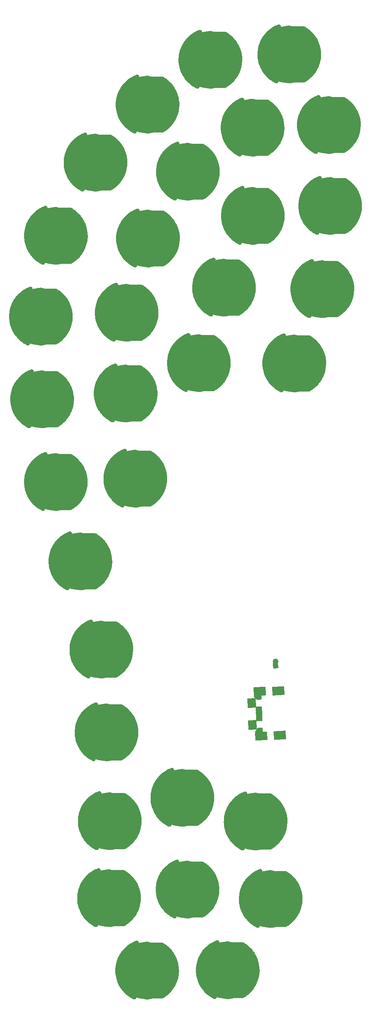
<source format=gts>
G04 #@! TF.GenerationSoftware,KiCad,Pcbnew,(5.0.0)*
G04 #@! TF.CreationDate,2020-01-29T13:42:07+01:00*
G04 #@! TF.ProjectId,Insole_PCB,496E736F6C655F5043422E6B69636164,rev?*
G04 #@! TF.SameCoordinates,Original*
G04 #@! TF.FileFunction,Soldermask,Top*
G04 #@! TF.FilePolarity,Negative*
%FSLAX46Y46*%
G04 Gerber Fmt 4.6, Leading zero omitted, Abs format (unit mm)*
G04 Created by KiCad (PCBNEW (5.0.0)) date 01/29/20 13:42:07*
%MOMM*%
%LPD*%
G01*
G04 APERTURE LIST*
%ADD10C,7.000000*%
%ADD11C,0.500000*%
%ADD12C,0.100000*%
%ADD13C,1.250000*%
%ADD14C,1.250000*%
%ADD15C,1.600000*%
%ADD16C,1.900000*%
%ADD17C,2.000000*%
%ADD18C,0.800000*%
G04 APERTURE END LIST*
D10*
G04 #@! TO.C,S9*
X166021015Y-57120707D02*
G75*
G03X166021015Y-57120707I-3201562J0D01*
G01*
G04 #@! TO.C,S0*
X200071015Y-117180707D02*
G75*
G03X200071015Y-117180707I-3201562J0D01*
G01*
G04 #@! TO.C,S1*
X206591015Y-99940707D02*
G75*
G03X206591015Y-99940707I-3201562J0D01*
G01*
G04 #@! TO.C,S2*
X208401015Y-80640707D02*
G75*
G03X208401015Y-80640707I-3201562J0D01*
G01*
G04 #@! TO.C,S3*
X208111015Y-61860707D02*
G75*
G03X208111015Y-61860707I-3201562J0D01*
G01*
G04 #@! TO.C,S4*
X198911015Y-45490707D02*
G75*
G03X198911015Y-45490707I-3201562J0D01*
G01*
G04 #@! TO.C,S5*
X190401015Y-62480707D02*
G75*
G03X190401015Y-62480707I-3201562J0D01*
G01*
G04 #@! TO.C,S6*
X190451015Y-82940707D02*
G75*
G03X190451015Y-82940707I-3201562J0D01*
G01*
G04 #@! TO.C,S7*
X183751015Y-99590707D02*
G75*
G03X183751015Y-99590707I-3201562J0D01*
G01*
G04 #@! TO.C,S8*
X180601015Y-46730707D02*
G75*
G03X180601015Y-46730707I-3201562J0D01*
G01*
G04 #@! TO.C,S10*
X175371015Y-72690707D02*
G75*
G03X175371015Y-72690707I-3201562J0D01*
G01*
G04 #@! TO.C,S11*
X153941015Y-70580707D02*
G75*
G03X153941015Y-70580707I-3201562J0D01*
G01*
G04 #@! TO.C,S12*
X166121015Y-88200707D02*
G75*
G03X166121015Y-88200707I-3201562J0D01*
G01*
G04 #@! TO.C,S13*
X144751015Y-87570707D02*
G75*
G03X144751015Y-87570707I-3201562J0D01*
G01*
G04 #@! TO.C,S14*
X177921015Y-117100707D02*
G75*
G03X177921015Y-117100707I-3201562J0D01*
G01*
G04 #@! TO.C,S15*
X161171015Y-105420707D02*
G75*
G03X161171015Y-105420707I-3201562J0D01*
G01*
G04 #@! TO.C,S16*
X141261015Y-106310707D02*
G75*
G03X141261015Y-106310707I-3201562J0D01*
G01*
G04 #@! TO.C,S17*
X141551015Y-125500707D02*
G75*
G03X141551015Y-125500707I-3201562J0D01*
G01*
G04 #@! TO.C,S18*
X160941015Y-124150707D02*
G75*
G03X160941015Y-124150707I-3201562J0D01*
G01*
G04 #@! TO.C,S19*
X163171015Y-143910707D02*
G75*
G03X163171015Y-143910707I-3201562J0D01*
G01*
G04 #@! TO.C,S20*
X144741015Y-144690707D02*
G75*
G03X144741015Y-144690707I-3201562J0D01*
G01*
G04 #@! TO.C,S21*
X150431015Y-163100707D02*
G75*
G03X150431015Y-163100707I-3201562J0D01*
G01*
G04 #@! TO.C,S22*
X155291015Y-183560707D02*
G75*
G03X155291015Y-183560707I-3201562J0D01*
G01*
G04 #@! TO.C,S23*
X156491015Y-202770707D02*
G75*
G03X156491015Y-202770707I-3201562J0D01*
G01*
G04 #@! TO.C,S24*
X191101015Y-223460707D02*
G75*
G03X191101015Y-223460707I-3201562J0D01*
G01*
G04 #@! TO.C,S25*
X194591015Y-241430707D02*
G75*
G03X194591015Y-241430707I-3201562J0D01*
G01*
G04 #@! TO.C,S26*
X184631015Y-257950707D02*
G75*
G03X184631015Y-257950707I-3201562J0D01*
G01*
G04 #@! TO.C,S27*
X165931015Y-258030707D02*
G75*
G03X165931015Y-258030707I-3201562J0D01*
G01*
G04 #@! TO.C,S28*
X157071015Y-241240707D02*
G75*
G03X157071015Y-241240707I-3201562J0D01*
G01*
G04 #@! TO.C,S29*
X175291015Y-239240707D02*
G75*
G03X175291015Y-239240707I-3201562J0D01*
G01*
G04 #@! TO.C,S30*
X157241015Y-223380707D02*
G75*
G03X157241015Y-223380707I-3201562J0D01*
G01*
G04 #@! TO.C,S31*
X174091015Y-217960707D02*
G75*
G03X174091015Y-217960707I-3201562J0D01*
G01*
G04 #@! TD*
D11*
G04 #@! TO.C,S9*
X169519453Y-58320707D03*
D12*
G36*
X161418068Y-63620702D02*
X161413879Y-63620673D01*
X161402702Y-63620283D01*
X161373450Y-63618442D01*
X161354037Y-63616264D01*
X161325104Y-63611578D01*
X161305990Y-63607516D01*
X161277653Y-63600029D01*
X161259032Y-63594122D01*
X161231560Y-63583906D01*
X161213592Y-63576205D01*
X161187249Y-63563356D01*
X161170130Y-63553944D01*
X161145166Y-63538586D01*
X161129041Y-63527546D01*
X161105695Y-63509825D01*
X161090732Y-63497269D01*
X161069226Y-63477355D01*
X161055549Y-63463389D01*
X161036090Y-63441471D01*
X161023849Y-63426246D01*
X161006621Y-63402534D01*
X160995922Y-63386184D01*
X160981090Y-63360904D01*
X160972036Y-63343586D01*
X160959742Y-63316979D01*
X160952422Y-63298861D01*
X160942783Y-63271181D01*
X160937267Y-63252438D01*
X160930375Y-63223950D01*
X160926713Y-63204755D01*
X160922634Y-63175731D01*
X160920864Y-63156276D01*
X160919636Y-63126992D01*
X160919772Y-63107450D01*
X160921408Y-63078185D01*
X160923450Y-63058750D01*
X160927934Y-63029786D01*
X160931863Y-63010646D01*
X160939152Y-62982257D01*
X160944931Y-62963590D01*
X160954956Y-62936047D01*
X160962527Y-62918035D01*
X160975191Y-62891603D01*
X160984487Y-62874412D01*
X160999671Y-62849341D01*
X161010596Y-62833145D01*
X161028153Y-62809676D01*
X161040609Y-62794618D01*
X161060373Y-62772974D01*
X161074236Y-62759208D01*
X161096017Y-62739596D01*
X161111163Y-62727244D01*
X161134755Y-62709851D01*
X161151027Y-62699039D01*
X161176203Y-62684031D01*
X161193453Y-62674859D01*
X161219973Y-62662379D01*
X161238041Y-62654932D01*
X161265652Y-62645100D01*
X161284358Y-62639452D01*
X161312798Y-62632361D01*
X161331970Y-62628565D01*
X161360965Y-62624284D01*
X161380407Y-62622378D01*
X161409682Y-62620946D01*
X161419453Y-62620707D01*
X166079947Y-62620707D01*
X166285760Y-62496008D01*
X166797532Y-62128788D01*
X167267241Y-61716700D01*
X167694509Y-61260732D01*
X167725264Y-61220707D01*
X158419453Y-61220707D01*
X158418068Y-61220702D01*
X158413879Y-61220673D01*
X158402702Y-61220283D01*
X158373450Y-61218442D01*
X158354037Y-61216264D01*
X158325104Y-61211578D01*
X158305990Y-61207516D01*
X158277653Y-61200029D01*
X158259032Y-61194122D01*
X158231560Y-61183906D01*
X158213592Y-61176205D01*
X158187249Y-61163356D01*
X158170130Y-61153944D01*
X158145166Y-61138586D01*
X158129041Y-61127546D01*
X158105695Y-61109825D01*
X158090732Y-61097269D01*
X158069226Y-61077355D01*
X158055549Y-61063389D01*
X158036090Y-61041471D01*
X158023849Y-61026246D01*
X158006621Y-61002534D01*
X157995922Y-60986184D01*
X157981090Y-60960904D01*
X157972036Y-60943586D01*
X157959742Y-60916979D01*
X157952422Y-60898861D01*
X157942783Y-60871181D01*
X157937267Y-60852438D01*
X157930375Y-60823950D01*
X157926713Y-60804755D01*
X157922634Y-60775731D01*
X157920864Y-60756276D01*
X157919636Y-60726992D01*
X157919772Y-60707450D01*
X157921408Y-60678185D01*
X157923450Y-60658750D01*
X157927934Y-60629786D01*
X157931863Y-60610646D01*
X157939152Y-60582257D01*
X157944931Y-60563590D01*
X157954956Y-60536047D01*
X157962527Y-60518035D01*
X157975191Y-60491603D01*
X157984487Y-60474412D01*
X157999671Y-60449341D01*
X158010596Y-60433145D01*
X158028153Y-60409676D01*
X158040609Y-60394618D01*
X158060373Y-60372974D01*
X158074236Y-60359208D01*
X158096017Y-60339596D01*
X158111163Y-60327244D01*
X158134755Y-60309851D01*
X158151027Y-60299039D01*
X158176203Y-60284031D01*
X158193453Y-60274859D01*
X158219973Y-60262379D01*
X158238041Y-60254932D01*
X158265652Y-60245100D01*
X158284358Y-60239452D01*
X158312798Y-60232361D01*
X158331970Y-60228565D01*
X158360965Y-60224284D01*
X158380407Y-60222378D01*
X158409682Y-60220946D01*
X158419453Y-60220707D01*
X168412867Y-60220707D01*
X168683039Y-59674986D01*
X168904306Y-59090615D01*
X168977329Y-58820707D01*
X157219453Y-58820707D01*
X157218068Y-58820702D01*
X157213879Y-58820673D01*
X157202702Y-58820283D01*
X157173450Y-58818442D01*
X157154037Y-58816264D01*
X157125104Y-58811578D01*
X157105990Y-58807516D01*
X157077653Y-58800029D01*
X157059032Y-58794122D01*
X157031560Y-58783906D01*
X157013592Y-58776205D01*
X156987249Y-58763356D01*
X156970130Y-58753944D01*
X156945166Y-58738586D01*
X156929041Y-58727546D01*
X156905695Y-58709825D01*
X156890732Y-58697269D01*
X156869226Y-58677355D01*
X156855549Y-58663389D01*
X156836090Y-58641471D01*
X156823849Y-58626246D01*
X156806621Y-58602534D01*
X156795922Y-58586184D01*
X156781090Y-58560904D01*
X156772036Y-58543586D01*
X156759742Y-58516979D01*
X156752422Y-58498861D01*
X156742783Y-58471181D01*
X156737267Y-58452438D01*
X156730375Y-58423950D01*
X156726713Y-58404755D01*
X156722634Y-58375731D01*
X156720864Y-58356276D01*
X156719636Y-58326992D01*
X156719772Y-58307450D01*
X156721408Y-58278185D01*
X156723450Y-58258750D01*
X156727934Y-58229786D01*
X156731863Y-58210646D01*
X156739152Y-58182257D01*
X156744931Y-58163590D01*
X156754956Y-58136047D01*
X156762527Y-58118035D01*
X156775191Y-58091603D01*
X156784487Y-58074412D01*
X156799671Y-58049341D01*
X156810596Y-58033145D01*
X156828153Y-58009676D01*
X156840609Y-57994618D01*
X156860373Y-57972974D01*
X156874236Y-57959208D01*
X156896017Y-57939596D01*
X156911163Y-57927244D01*
X156934755Y-57909851D01*
X156951027Y-57899039D01*
X156976203Y-57884031D01*
X156993453Y-57874859D01*
X157019973Y-57862379D01*
X157038041Y-57854932D01*
X157065652Y-57845100D01*
X157084358Y-57839452D01*
X157112798Y-57832361D01*
X157131970Y-57828565D01*
X157160965Y-57824284D01*
X157180407Y-57822378D01*
X157209682Y-57820946D01*
X157219453Y-57820707D01*
X169174523Y-57820707D01*
X169213968Y-57247820D01*
X169195853Y-56623212D01*
X169170051Y-56420707D01*
X157219453Y-56420707D01*
X157218068Y-56420702D01*
X157213879Y-56420673D01*
X157202702Y-56420283D01*
X157173450Y-56418442D01*
X157154037Y-56416264D01*
X157125104Y-56411578D01*
X157105990Y-56407516D01*
X157077653Y-56400029D01*
X157059032Y-56394122D01*
X157031560Y-56383906D01*
X157013592Y-56376205D01*
X156987249Y-56363356D01*
X156970130Y-56353944D01*
X156945166Y-56338586D01*
X156929041Y-56327546D01*
X156905695Y-56309825D01*
X156890732Y-56297269D01*
X156869226Y-56277355D01*
X156855549Y-56263389D01*
X156836090Y-56241471D01*
X156823849Y-56226246D01*
X156806621Y-56202534D01*
X156795922Y-56186184D01*
X156781090Y-56160904D01*
X156772036Y-56143586D01*
X156759742Y-56116979D01*
X156752422Y-56098861D01*
X156742783Y-56071181D01*
X156737267Y-56052438D01*
X156730375Y-56023950D01*
X156726713Y-56004755D01*
X156722634Y-55975731D01*
X156720864Y-55956276D01*
X156719636Y-55926992D01*
X156719772Y-55907450D01*
X156721408Y-55878185D01*
X156723450Y-55858750D01*
X156727934Y-55829786D01*
X156731863Y-55810646D01*
X156739152Y-55782257D01*
X156744931Y-55763590D01*
X156754956Y-55736047D01*
X156762527Y-55718035D01*
X156775191Y-55691603D01*
X156784487Y-55674412D01*
X156799671Y-55649341D01*
X156810596Y-55633145D01*
X156828153Y-55609676D01*
X156840609Y-55594618D01*
X156860373Y-55572974D01*
X156874236Y-55559208D01*
X156896017Y-55539596D01*
X156911163Y-55527244D01*
X156934755Y-55509851D01*
X156951027Y-55499039D01*
X156976203Y-55484031D01*
X156993453Y-55474859D01*
X157019973Y-55462379D01*
X157038041Y-55454932D01*
X157065652Y-55445100D01*
X157084358Y-55439452D01*
X157112798Y-55432361D01*
X157131970Y-55428565D01*
X157160965Y-55424284D01*
X157180407Y-55422378D01*
X157209682Y-55420946D01*
X157219453Y-55420707D01*
X168983844Y-55420707D01*
X168977786Y-55394178D01*
X168779909Y-54801455D01*
X168525152Y-54230898D01*
X168405449Y-54020707D01*
X158419453Y-54020707D01*
X158418068Y-54020702D01*
X158413879Y-54020673D01*
X158402702Y-54020283D01*
X158373450Y-54018442D01*
X158354037Y-54016264D01*
X158325104Y-54011578D01*
X158305990Y-54007516D01*
X158277653Y-54000029D01*
X158259032Y-53994122D01*
X158231560Y-53983906D01*
X158213592Y-53976205D01*
X158187249Y-53963356D01*
X158170130Y-53953944D01*
X158145166Y-53938586D01*
X158129041Y-53927546D01*
X158105695Y-53909825D01*
X158090732Y-53897269D01*
X158069226Y-53877355D01*
X158055549Y-53863389D01*
X158036090Y-53841471D01*
X158023849Y-53826246D01*
X158006621Y-53802534D01*
X157995922Y-53786184D01*
X157981090Y-53760904D01*
X157972036Y-53743586D01*
X157959742Y-53716979D01*
X157952422Y-53698861D01*
X157942783Y-53671181D01*
X157937267Y-53652438D01*
X157930375Y-53623950D01*
X157926713Y-53604755D01*
X157922634Y-53575731D01*
X157920864Y-53556276D01*
X157919636Y-53526992D01*
X157919772Y-53507450D01*
X157921408Y-53478185D01*
X157923450Y-53458750D01*
X157927934Y-53429786D01*
X157931863Y-53410646D01*
X157939152Y-53382257D01*
X157944931Y-53363590D01*
X157954956Y-53336047D01*
X157962527Y-53318035D01*
X157975191Y-53291603D01*
X157984487Y-53274412D01*
X157999671Y-53249341D01*
X158010596Y-53233145D01*
X158028153Y-53209676D01*
X158040609Y-53194618D01*
X158060373Y-53172974D01*
X158074236Y-53159208D01*
X158096017Y-53139596D01*
X158111163Y-53127244D01*
X158134755Y-53109851D01*
X158151027Y-53099039D01*
X158176203Y-53084031D01*
X158193453Y-53074859D01*
X158219973Y-53062379D01*
X158238041Y-53054932D01*
X158265652Y-53045100D01*
X158284358Y-53039452D01*
X158312798Y-53032361D01*
X158331970Y-53028565D01*
X158360965Y-53024284D01*
X158380407Y-53022378D01*
X158409682Y-53020946D01*
X158419453Y-53020707D01*
X167719388Y-53020707D01*
X167446380Y-52705107D01*
X166993411Y-52274672D01*
X166500598Y-51890491D01*
X166074479Y-51620707D01*
X161819453Y-51620707D01*
X161818068Y-51620702D01*
X161813879Y-51620673D01*
X161802702Y-51620283D01*
X161773450Y-51618442D01*
X161754037Y-51616264D01*
X161725104Y-51611578D01*
X161705990Y-51607516D01*
X161677653Y-51600029D01*
X161659032Y-51594122D01*
X161631560Y-51583906D01*
X161613592Y-51576205D01*
X161587249Y-51563356D01*
X161570130Y-51553944D01*
X161545166Y-51538586D01*
X161529041Y-51527546D01*
X161505695Y-51509825D01*
X161490732Y-51497269D01*
X161469226Y-51477355D01*
X161455549Y-51463389D01*
X161436090Y-51441471D01*
X161423849Y-51426246D01*
X161406621Y-51402534D01*
X161395922Y-51386184D01*
X161381090Y-51360904D01*
X161372036Y-51343586D01*
X161359742Y-51316979D01*
X161352422Y-51298861D01*
X161342783Y-51271181D01*
X161337267Y-51252438D01*
X161330375Y-51223950D01*
X161326713Y-51204755D01*
X161322634Y-51175731D01*
X161320864Y-51156276D01*
X161319636Y-51126992D01*
X161319772Y-51107450D01*
X161321408Y-51078185D01*
X161323450Y-51058750D01*
X161327934Y-51029786D01*
X161331863Y-51010646D01*
X161339152Y-50982257D01*
X161344931Y-50963590D01*
X161354956Y-50936047D01*
X161362527Y-50918035D01*
X161375191Y-50891603D01*
X161384487Y-50874412D01*
X161399671Y-50849341D01*
X161410596Y-50833145D01*
X161428153Y-50809676D01*
X161440609Y-50794618D01*
X161460373Y-50772974D01*
X161474236Y-50759208D01*
X161496017Y-50739596D01*
X161511163Y-50727244D01*
X161534755Y-50709851D01*
X161551027Y-50699039D01*
X161576203Y-50684031D01*
X161593453Y-50674859D01*
X161619973Y-50662379D01*
X161638041Y-50654932D01*
X161665652Y-50645100D01*
X161684358Y-50639452D01*
X161712798Y-50632361D01*
X161731970Y-50628565D01*
X161760965Y-50624284D01*
X161780407Y-50622378D01*
X161809682Y-50620946D01*
X161819453Y-50620707D01*
X166219453Y-50620707D01*
X166220838Y-50620712D01*
X166225027Y-50620741D01*
X166236194Y-50621130D01*
X166241863Y-50621486D01*
X166247530Y-50621639D01*
X166263330Y-50622838D01*
X166265455Y-50622972D01*
X166266215Y-50623057D01*
X166267002Y-50623117D01*
X166269194Y-50623391D01*
X166284876Y-50625151D01*
X166290442Y-50626053D01*
X166296076Y-50626758D01*
X166311687Y-50629493D01*
X166313798Y-50629835D01*
X166314549Y-50629995D01*
X166315339Y-50630133D01*
X166317509Y-50630624D01*
X166332912Y-50633897D01*
X166338386Y-50635343D01*
X166343927Y-50636596D01*
X166359139Y-50640826D01*
X166361265Y-50641388D01*
X166362013Y-50641625D01*
X166362731Y-50641825D01*
X166364726Y-50642486D01*
X166379870Y-50647291D01*
X166385176Y-50649264D01*
X166390570Y-50651052D01*
X166405236Y-50656723D01*
X166407341Y-50657506D01*
X166408087Y-50657826D01*
X166408804Y-50658103D01*
X166410752Y-50658968D01*
X166425316Y-50665210D01*
X166430437Y-50667708D01*
X166435584Y-50669993D01*
X166449666Y-50677087D01*
X166451657Y-50678058D01*
X166452349Y-50678438D01*
X166453029Y-50678781D01*
X166454885Y-50679833D01*
X166468782Y-50687473D01*
X166473616Y-50690447D01*
X166478524Y-50693228D01*
X166486915Y-50698257D01*
X167056186Y-51058674D01*
X167057338Y-51059409D01*
X167060862Y-51061674D01*
X167070109Y-51067990D01*
X167079179Y-51074565D01*
X167088286Y-51080975D01*
X167096134Y-51086790D01*
X167627517Y-51501039D01*
X167628593Y-51501884D01*
X167631879Y-51504482D01*
X167640467Y-51511672D01*
X167648836Y-51519087D01*
X167657286Y-51526365D01*
X167664530Y-51532919D01*
X168152953Y-51997044D01*
X168153955Y-51998003D01*
X168156971Y-52000909D01*
X168164801Y-52008887D01*
X168172376Y-52017049D01*
X168180108Y-52025152D01*
X168186678Y-52032383D01*
X168627480Y-52541955D01*
X168628372Y-52542993D01*
X168631091Y-52546180D01*
X168638118Y-52554900D01*
X168644869Y-52563775D01*
X168651762Y-52572578D01*
X168657597Y-52580417D01*
X169046569Y-53130573D01*
X169047376Y-53131723D01*
X169049770Y-53135160D01*
X169055892Y-53144495D01*
X169061749Y-53153992D01*
X169067745Y-53163419D01*
X169072787Y-53171790D01*
X169406218Y-53757276D01*
X169406890Y-53758465D01*
X169408938Y-53762119D01*
X169414140Y-53772042D01*
X169419044Y-53782071D01*
X169424089Y-53792031D01*
X169428290Y-53800855D01*
X169702995Y-54416084D01*
X169703546Y-54417330D01*
X169705228Y-54421167D01*
X169709440Y-54431557D01*
X169713363Y-54442073D01*
X169717388Y-54452417D01*
X169720709Y-54461608D01*
X169934068Y-55100707D01*
X169934503Y-55102027D01*
X169935802Y-55106010D01*
X169938967Y-55116721D01*
X169941815Y-55127453D01*
X169944849Y-55138275D01*
X169947255Y-55147744D01*
X170097230Y-55804613D01*
X170097535Y-55805967D01*
X170098439Y-55810057D01*
X170100546Y-55821042D01*
X170102340Y-55832045D01*
X170104292Y-55843047D01*
X170105764Y-55852712D01*
X170190924Y-56521080D01*
X170191093Y-56522440D01*
X170191594Y-56526599D01*
X170192621Y-56537749D01*
X170193335Y-56548917D01*
X170194202Y-56560024D01*
X170194724Y-56569782D01*
X170214257Y-57243272D01*
X170214293Y-57244678D01*
X170214385Y-57248866D01*
X170214318Y-57260027D01*
X170213940Y-57271183D01*
X170213718Y-57282352D01*
X170213286Y-57292112D01*
X170167004Y-57964293D01*
X170166906Y-57965642D01*
X170166590Y-57969819D01*
X170165431Y-57980976D01*
X170163962Y-57992073D01*
X170162656Y-58003128D01*
X170161272Y-58012805D01*
X170049618Y-58677263D01*
X170049381Y-58678640D01*
X170048658Y-58682766D01*
X170046424Y-58693709D01*
X170043900Y-58704524D01*
X170041500Y-58715493D01*
X170039179Y-58724985D01*
X169863217Y-59375375D01*
X169862851Y-59376711D01*
X169861729Y-59380747D01*
X169858430Y-59391444D01*
X169854827Y-59402062D01*
X169851408Y-59412624D01*
X169848171Y-59421848D01*
X169609584Y-60051964D01*
X169609079Y-60053284D01*
X169607568Y-60057191D01*
X169603256Y-60067477D01*
X169598654Y-60077651D01*
X169594195Y-60087887D01*
X169590074Y-60096749D01*
X169291136Y-60700576D01*
X169290507Y-60701837D01*
X169288622Y-60705578D01*
X169283319Y-60715409D01*
X169277754Y-60725070D01*
X169272321Y-60734817D01*
X169267350Y-60743244D01*
X168910916Y-61315016D01*
X168910178Y-61316189D01*
X168907937Y-61319729D01*
X168901697Y-61329004D01*
X168895155Y-61338162D01*
X168888836Y-61347274D01*
X168883079Y-61355157D01*
X168472550Y-61889421D01*
X168471712Y-61890505D01*
X168469137Y-61893809D01*
X168462008Y-61902446D01*
X168454630Y-61910891D01*
X168447436Y-61919363D01*
X168440930Y-61926656D01*
X167980226Y-62418307D01*
X167979266Y-62419324D01*
X167976380Y-62422361D01*
X167968462Y-62430240D01*
X167960358Y-62437866D01*
X167952312Y-62445653D01*
X167945123Y-62452278D01*
X167438641Y-62896627D01*
X167437603Y-62897531D01*
X167434435Y-62900272D01*
X167425770Y-62907355D01*
X167416928Y-62914179D01*
X167408186Y-62921123D01*
X167400389Y-62927012D01*
X166852963Y-63319815D01*
X166851835Y-63320619D01*
X166848414Y-63323038D01*
X166839102Y-63329239D01*
X166833891Y-63332503D01*
X166828797Y-63335940D01*
X166820565Y-63341207D01*
X166480899Y-63547007D01*
X166479730Y-63547709D01*
X166476133Y-63549855D01*
X166466341Y-63555331D01*
X166464750Y-63556163D01*
X166462712Y-63557378D01*
X166445449Y-63566557D01*
X166435922Y-63571040D01*
X166435894Y-63570981D01*
X166430372Y-63573535D01*
X166430417Y-63573631D01*
X166418931Y-63579036D01*
X166400865Y-63586482D01*
X166373254Y-63596314D01*
X166354548Y-63601962D01*
X166326108Y-63609053D01*
X166306936Y-63612849D01*
X166277941Y-63617130D01*
X166258499Y-63619036D01*
X166229224Y-63620468D01*
X166219453Y-63620707D01*
X161419453Y-63620707D01*
X161418068Y-63620702D01*
X161418068Y-63620702D01*
G37*
D11*
X156019453Y-57120707D03*
D12*
G36*
X159804266Y-63820333D02*
X159775009Y-63818584D01*
X159755589Y-63816467D01*
X159726642Y-63811872D01*
X159707511Y-63807868D01*
X159679149Y-63800469D01*
X159660502Y-63794618D01*
X159633000Y-63784487D01*
X159615023Y-63776848D01*
X159588639Y-63764082D01*
X159579946Y-63759610D01*
X158989250Y-63437271D01*
X158988034Y-63436602D01*
X158984371Y-63434570D01*
X158974747Y-63428874D01*
X158965296Y-63422917D01*
X158955780Y-63417104D01*
X158947564Y-63411805D01*
X158391142Y-63033363D01*
X158389983Y-63032569D01*
X158386536Y-63030189D01*
X158377536Y-63023597D01*
X158368712Y-63016747D01*
X158359794Y-63010022D01*
X158352140Y-63003951D01*
X157835302Y-62573017D01*
X157834243Y-62572128D01*
X157831044Y-62569423D01*
X157822710Y-62561967D01*
X157814577Y-62554270D01*
X157806380Y-62546727D01*
X157799355Y-62539938D01*
X157327037Y-62060627D01*
X157326058Y-62059626D01*
X157323139Y-62056622D01*
X157315581Y-62048397D01*
X157308259Y-62039967D01*
X157300825Y-62031647D01*
X157294491Y-62024199D01*
X156871199Y-61501085D01*
X156870314Y-61499984D01*
X156867702Y-61496709D01*
X156860989Y-61487792D01*
X156854555Y-61478731D01*
X156847942Y-61469689D01*
X156842362Y-61461655D01*
X156472137Y-60899732D01*
X156471369Y-60898557D01*
X156469089Y-60895043D01*
X156463279Y-60885517D01*
X156457734Y-60875827D01*
X156452046Y-60866200D01*
X156447287Y-60857676D01*
X156133663Y-60262307D01*
X156133025Y-60261086D01*
X156131098Y-60257366D01*
X156126229Y-60247286D01*
X156121649Y-60237084D01*
X156116946Y-60226990D01*
X156113033Y-60218025D01*
X155859004Y-59594894D01*
X155858478Y-59593590D01*
X155856924Y-59589700D01*
X155853072Y-59579217D01*
X155849506Y-59568605D01*
X155845815Y-59558114D01*
X155842796Y-59548812D01*
X155650786Y-58903866D01*
X155650398Y-58902549D01*
X155649230Y-58898525D01*
X155646411Y-58887684D01*
X155643900Y-58876786D01*
X155641247Y-58865970D01*
X155639151Y-58856421D01*
X155510993Y-58195815D01*
X155510731Y-58194439D01*
X155509962Y-58190321D01*
X155508219Y-58179289D01*
X155506788Y-58168239D01*
X155505197Y-58157169D01*
X155504043Y-58147462D01*
X155440961Y-57477503D01*
X155440837Y-57476133D01*
X155440473Y-57471960D01*
X155439812Y-57460791D01*
X155439465Y-57449617D01*
X155438963Y-57438467D01*
X155438762Y-57428702D01*
X155441358Y-56755785D01*
X155441369Y-56754409D01*
X155441414Y-56750220D01*
X155441847Y-56739031D01*
X155442594Y-56727853D01*
X155443180Y-56716749D01*
X155443933Y-56707004D01*
X155512181Y-56037552D01*
X155512328Y-56036164D01*
X155512782Y-56031999D01*
X155514303Y-56020923D01*
X155516127Y-56009935D01*
X155517801Y-55998888D01*
X155519503Y-55989254D01*
X155652753Y-55329656D01*
X155653034Y-55328293D01*
X155653892Y-55324193D01*
X155656487Y-55313315D01*
X155659390Y-55302501D01*
X155662122Y-55291718D01*
X155664754Y-55282304D01*
X155861733Y-54638857D01*
X155862144Y-54637531D01*
X155863398Y-54633534D01*
X155867041Y-54622966D01*
X155870980Y-54612499D01*
X155874760Y-54602011D01*
X155878297Y-54592901D01*
X156137125Y-53971747D01*
X156137666Y-53970461D01*
X156139304Y-53966606D01*
X156143956Y-53956455D01*
X156148908Y-53946400D01*
X156153690Y-53936340D01*
X156158095Y-53927627D01*
X156476302Y-53334695D01*
X156476956Y-53333486D01*
X156478962Y-53329809D01*
X156484598Y-53320134D01*
X156490484Y-53310650D01*
X156496236Y-53301084D01*
X156501477Y-53292832D01*
X156876026Y-52733781D01*
X156876807Y-52732623D01*
X156879163Y-52729159D01*
X156885703Y-52720100D01*
X156892479Y-52711245D01*
X156899147Y-52702273D01*
X156905166Y-52694574D01*
X157332481Y-52174741D01*
X157333345Y-52173698D01*
X157336027Y-52170480D01*
X157343451Y-52162063D01*
X157351073Y-52153896D01*
X157358565Y-52145640D01*
X157365308Y-52138565D01*
X157841310Y-51662912D01*
X157842288Y-51661941D01*
X157845271Y-51659001D01*
X157853452Y-51651376D01*
X157861878Y-51643952D01*
X157870115Y-51636490D01*
X157877509Y-51630112D01*
X158397655Y-51203178D01*
X158398729Y-51202303D01*
X158401985Y-51199668D01*
X158410869Y-51192881D01*
X158419879Y-51186388D01*
X158428898Y-51179695D01*
X158436884Y-51174066D01*
X158996209Y-50799928D01*
X158997361Y-50799163D01*
X159000859Y-50796858D01*
X159010370Y-50790966D01*
X159020027Y-50785351D01*
X159029583Y-50779613D01*
X159038090Y-50774784D01*
X159631254Y-50457011D01*
X159632515Y-50456341D01*
X159636222Y-50454389D01*
X159646228Y-50449471D01*
X159654760Y-50445569D01*
X159663256Y-50441465D01*
X159672173Y-50437424D01*
X160203250Y-50212226D01*
X160204513Y-50211695D01*
X160208381Y-50210086D01*
X160218835Y-50206077D01*
X160246484Y-50196352D01*
X160265210Y-50190778D01*
X160293677Y-50183797D01*
X160312857Y-50180076D01*
X160341868Y-50175906D01*
X160361323Y-50174074D01*
X160390603Y-50172755D01*
X160410146Y-50172830D01*
X160439415Y-50174375D01*
X160458848Y-50176356D01*
X160487827Y-50180749D01*
X160506987Y-50184620D01*
X160535399Y-50191821D01*
X160554078Y-50197539D01*
X160581651Y-50207477D01*
X160599691Y-50214994D01*
X160626163Y-50227576D01*
X160643379Y-50236815D01*
X160668497Y-50251920D01*
X160684730Y-50262797D01*
X160708254Y-50280281D01*
X160723347Y-50292687D01*
X160745053Y-50312383D01*
X160758866Y-50326206D01*
X160778546Y-50347926D01*
X160790942Y-50363029D01*
X160808409Y-50386566D01*
X160819276Y-50402811D01*
X160834362Y-50427940D01*
X160843588Y-50445162D01*
X160856150Y-50471643D01*
X160863651Y-50489680D01*
X160873570Y-50517261D01*
X160879277Y-50535955D01*
X160886456Y-50564371D01*
X160890310Y-50583520D01*
X160894683Y-50612502D01*
X160896652Y-50631950D01*
X160898175Y-50661221D01*
X160898236Y-50680757D01*
X160896896Y-50710036D01*
X160895049Y-50729496D01*
X160890857Y-50758505D01*
X160887122Y-50777680D01*
X160880120Y-50806141D01*
X160874530Y-50824865D01*
X160864784Y-50852507D01*
X160857397Y-50870591D01*
X160845001Y-50897150D01*
X160835878Y-50914438D01*
X160820948Y-50939661D01*
X160810190Y-50955964D01*
X160792871Y-50979610D01*
X160780568Y-50994792D01*
X160761025Y-51016634D01*
X160747298Y-51030543D01*
X160725716Y-51050374D01*
X160710704Y-51062873D01*
X160687289Y-51080505D01*
X160671112Y-51091490D01*
X160646089Y-51106750D01*
X160628938Y-51116092D01*
X160602545Y-51128839D01*
X160593643Y-51132874D01*
X160083472Y-51349208D01*
X159531868Y-51644716D01*
X159268767Y-51820707D01*
X166019453Y-51820707D01*
X166020838Y-51820712D01*
X166025027Y-51820741D01*
X166036204Y-51821131D01*
X166065456Y-51822972D01*
X166084869Y-51825150D01*
X166113802Y-51829836D01*
X166132916Y-51833898D01*
X166161253Y-51841385D01*
X166179874Y-51847292D01*
X166207346Y-51857508D01*
X166225314Y-51865209D01*
X166251657Y-51878058D01*
X166268776Y-51887470D01*
X166293740Y-51902828D01*
X166309865Y-51913868D01*
X166333211Y-51931589D01*
X166348174Y-51944145D01*
X166369680Y-51964059D01*
X166383357Y-51978025D01*
X166402816Y-51999943D01*
X166415057Y-52015168D01*
X166432285Y-52038880D01*
X166442984Y-52055230D01*
X166457816Y-52080510D01*
X166466870Y-52097828D01*
X166479164Y-52124435D01*
X166486484Y-52142553D01*
X166496123Y-52170233D01*
X166501639Y-52188976D01*
X166508531Y-52217464D01*
X166512193Y-52236659D01*
X166516272Y-52265683D01*
X166518042Y-52285138D01*
X166519270Y-52314422D01*
X166519134Y-52333964D01*
X166517498Y-52363229D01*
X166515456Y-52382664D01*
X166510972Y-52411628D01*
X166507043Y-52430768D01*
X166499754Y-52459157D01*
X166493975Y-52477824D01*
X166483950Y-52505367D01*
X166476379Y-52523379D01*
X166463715Y-52549811D01*
X166454419Y-52567002D01*
X166439235Y-52592073D01*
X166428310Y-52608269D01*
X166410753Y-52631738D01*
X166398297Y-52646796D01*
X166378533Y-52668440D01*
X166364670Y-52682206D01*
X166342889Y-52701818D01*
X166327743Y-52714170D01*
X166304151Y-52731563D01*
X166287879Y-52742375D01*
X166262703Y-52757383D01*
X166245453Y-52766555D01*
X166218933Y-52779035D01*
X166200865Y-52786482D01*
X166173254Y-52796314D01*
X166154548Y-52801962D01*
X166126108Y-52809053D01*
X166106936Y-52812849D01*
X166077941Y-52817130D01*
X166058499Y-52819036D01*
X166029224Y-52820468D01*
X166019453Y-52820707D01*
X158097396Y-52820707D01*
X158089454Y-52828643D01*
X157693195Y-53310697D01*
X157345870Y-53829114D01*
X157135715Y-54220707D01*
X168019453Y-54220707D01*
X168020838Y-54220712D01*
X168025027Y-54220741D01*
X168036204Y-54221131D01*
X168065456Y-54222972D01*
X168084869Y-54225150D01*
X168113802Y-54229836D01*
X168132916Y-54233898D01*
X168161253Y-54241385D01*
X168179874Y-54247292D01*
X168207346Y-54257508D01*
X168225314Y-54265209D01*
X168251657Y-54278058D01*
X168268776Y-54287470D01*
X168293740Y-54302828D01*
X168309865Y-54313868D01*
X168333211Y-54331589D01*
X168348174Y-54344145D01*
X168369680Y-54364059D01*
X168383357Y-54378025D01*
X168402816Y-54399943D01*
X168415057Y-54415168D01*
X168432285Y-54438880D01*
X168442984Y-54455230D01*
X168457816Y-54480510D01*
X168466870Y-54497828D01*
X168479164Y-54524435D01*
X168486484Y-54542553D01*
X168496123Y-54570233D01*
X168501639Y-54588976D01*
X168508531Y-54617464D01*
X168512193Y-54636659D01*
X168516272Y-54665683D01*
X168518042Y-54685138D01*
X168519270Y-54714422D01*
X168519134Y-54733964D01*
X168517498Y-54763229D01*
X168515456Y-54782664D01*
X168510972Y-54811628D01*
X168507043Y-54830768D01*
X168499754Y-54859157D01*
X168493975Y-54877824D01*
X168483950Y-54905367D01*
X168476379Y-54923379D01*
X168463715Y-54949811D01*
X168454419Y-54967002D01*
X168439235Y-54992073D01*
X168428310Y-55008269D01*
X168410753Y-55031738D01*
X168398297Y-55046796D01*
X168378533Y-55068440D01*
X168364670Y-55082206D01*
X168342889Y-55101818D01*
X168327743Y-55114170D01*
X168304151Y-55131563D01*
X168287879Y-55142375D01*
X168262703Y-55157383D01*
X168245453Y-55166555D01*
X168218933Y-55179035D01*
X168200865Y-55186482D01*
X168173254Y-55196314D01*
X168154548Y-55201962D01*
X168126108Y-55209053D01*
X168106936Y-55212849D01*
X168077941Y-55217130D01*
X168058499Y-55219036D01*
X168029224Y-55220468D01*
X168019453Y-55220707D01*
X156729420Y-55220707D01*
X156628112Y-55551637D01*
X156504544Y-56163307D01*
X156457914Y-56620707D01*
X168419453Y-56620707D01*
X168420838Y-56620712D01*
X168425027Y-56620741D01*
X168436204Y-56621131D01*
X168465456Y-56622972D01*
X168484869Y-56625150D01*
X168513802Y-56629836D01*
X168532916Y-56633898D01*
X168561253Y-56641385D01*
X168579874Y-56647292D01*
X168607346Y-56657508D01*
X168625314Y-56665209D01*
X168651657Y-56678058D01*
X168668776Y-56687470D01*
X168693740Y-56702828D01*
X168709865Y-56713868D01*
X168733211Y-56731589D01*
X168748174Y-56744145D01*
X168769680Y-56764059D01*
X168783357Y-56778025D01*
X168802816Y-56799943D01*
X168815057Y-56815168D01*
X168832285Y-56838880D01*
X168842984Y-56855230D01*
X168857816Y-56880510D01*
X168866870Y-56897828D01*
X168879164Y-56924435D01*
X168886484Y-56942553D01*
X168896123Y-56970233D01*
X168901639Y-56988976D01*
X168908531Y-57017464D01*
X168912193Y-57036659D01*
X168916272Y-57065683D01*
X168918042Y-57085138D01*
X168919270Y-57114422D01*
X168919134Y-57133964D01*
X168917498Y-57163229D01*
X168915456Y-57182664D01*
X168910972Y-57211628D01*
X168907043Y-57230768D01*
X168899754Y-57259157D01*
X168893975Y-57277824D01*
X168883950Y-57305367D01*
X168876379Y-57323379D01*
X168863715Y-57349811D01*
X168854419Y-57367002D01*
X168839235Y-57392073D01*
X168828310Y-57408269D01*
X168810753Y-57431738D01*
X168798297Y-57446796D01*
X168778533Y-57468440D01*
X168764670Y-57482206D01*
X168742889Y-57501818D01*
X168727743Y-57514170D01*
X168704151Y-57531563D01*
X168687879Y-57542375D01*
X168662703Y-57557383D01*
X168645453Y-57566555D01*
X168618933Y-57579035D01*
X168600865Y-57586482D01*
X168573254Y-57596314D01*
X168554548Y-57601962D01*
X168526108Y-57609053D01*
X168506936Y-57612849D01*
X168477941Y-57617130D01*
X168458499Y-57619036D01*
X168429224Y-57620468D01*
X168419453Y-57620707D01*
X156458868Y-57620707D01*
X156497347Y-58029375D01*
X156616190Y-58641964D01*
X156728947Y-59020707D01*
X167819453Y-59020707D01*
X167820838Y-59020712D01*
X167825027Y-59020741D01*
X167836204Y-59021131D01*
X167865456Y-59022972D01*
X167884869Y-59025150D01*
X167913802Y-59029836D01*
X167932916Y-59033898D01*
X167961253Y-59041385D01*
X167979874Y-59047292D01*
X168007346Y-59057508D01*
X168025314Y-59065209D01*
X168051657Y-59078058D01*
X168068776Y-59087470D01*
X168093740Y-59102828D01*
X168109865Y-59113868D01*
X168133211Y-59131589D01*
X168148174Y-59144145D01*
X168169680Y-59164059D01*
X168183357Y-59178025D01*
X168202816Y-59199943D01*
X168215057Y-59215168D01*
X168232285Y-59238880D01*
X168242984Y-59255230D01*
X168257816Y-59280510D01*
X168266870Y-59297828D01*
X168279164Y-59324435D01*
X168286484Y-59342553D01*
X168296123Y-59370233D01*
X168301639Y-59388976D01*
X168308531Y-59417464D01*
X168312193Y-59436659D01*
X168316272Y-59465683D01*
X168318042Y-59485138D01*
X168319270Y-59514422D01*
X168319134Y-59533964D01*
X168317498Y-59563229D01*
X168315456Y-59582664D01*
X168310972Y-59611628D01*
X168307043Y-59630768D01*
X168299754Y-59659157D01*
X168293975Y-59677824D01*
X168283950Y-59705367D01*
X168276379Y-59723379D01*
X168263715Y-59749811D01*
X168254419Y-59767002D01*
X168239235Y-59792073D01*
X168228310Y-59808269D01*
X168210753Y-59831738D01*
X168198297Y-59846796D01*
X168178533Y-59868440D01*
X168164670Y-59882206D01*
X168142889Y-59901818D01*
X168127743Y-59914170D01*
X168104151Y-59931563D01*
X168087879Y-59942375D01*
X168062703Y-59957383D01*
X168045453Y-59966555D01*
X168018933Y-59979035D01*
X168000865Y-59986482D01*
X167973254Y-59996314D01*
X167954548Y-60001962D01*
X167926108Y-60009053D01*
X167906936Y-60012849D01*
X167877941Y-60017130D01*
X167858499Y-60019036D01*
X167829224Y-60020468D01*
X167819453Y-60020707D01*
X157136654Y-60020707D01*
X157320633Y-60369965D01*
X157663965Y-60891069D01*
X158056483Y-61376150D01*
X158100390Y-61420707D01*
X166219453Y-61420707D01*
X166220838Y-61420712D01*
X166225027Y-61420741D01*
X166236204Y-61421131D01*
X166265456Y-61422972D01*
X166284869Y-61425150D01*
X166313802Y-61429836D01*
X166332916Y-61433898D01*
X166361253Y-61441385D01*
X166379874Y-61447292D01*
X166407346Y-61457508D01*
X166425314Y-61465209D01*
X166451657Y-61478058D01*
X166468776Y-61487470D01*
X166493740Y-61502828D01*
X166509865Y-61513868D01*
X166533211Y-61531589D01*
X166548174Y-61544145D01*
X166569680Y-61564059D01*
X166583357Y-61578025D01*
X166602816Y-61599943D01*
X166615057Y-61615168D01*
X166632285Y-61638880D01*
X166642984Y-61655230D01*
X166657816Y-61680510D01*
X166666870Y-61697828D01*
X166679164Y-61724435D01*
X166686484Y-61742553D01*
X166696123Y-61770233D01*
X166701639Y-61788976D01*
X166708531Y-61817464D01*
X166712193Y-61836659D01*
X166716272Y-61865683D01*
X166718042Y-61885138D01*
X166719270Y-61914422D01*
X166719134Y-61933964D01*
X166717498Y-61963229D01*
X166715456Y-61982664D01*
X166710972Y-62011628D01*
X166707043Y-62030768D01*
X166699754Y-62059157D01*
X166693975Y-62077824D01*
X166683950Y-62105367D01*
X166676379Y-62123379D01*
X166663715Y-62149811D01*
X166654419Y-62167002D01*
X166639235Y-62192073D01*
X166628310Y-62208269D01*
X166610753Y-62231738D01*
X166598297Y-62246796D01*
X166578533Y-62268440D01*
X166564670Y-62282206D01*
X166542889Y-62301818D01*
X166527743Y-62314170D01*
X166504151Y-62331563D01*
X166487879Y-62342375D01*
X166462703Y-62357383D01*
X166445453Y-62366555D01*
X166418933Y-62379035D01*
X166400865Y-62386482D01*
X166373254Y-62396314D01*
X166354548Y-62401962D01*
X166326108Y-62409053D01*
X166306936Y-62412849D01*
X166277941Y-62417130D01*
X166258499Y-62419036D01*
X166229224Y-62420468D01*
X166219453Y-62420707D01*
X159268492Y-62420707D01*
X159489731Y-62571179D01*
X160058960Y-62881804D01*
X160060176Y-62882473D01*
X160063839Y-62884505D01*
X160073459Y-62890199D01*
X160098255Y-62905827D01*
X160114256Y-62917039D01*
X160137409Y-62935012D01*
X160152240Y-62947734D01*
X160173528Y-62967880D01*
X160187042Y-62981982D01*
X160206264Y-63004109D01*
X160218349Y-63019477D01*
X160235318Y-63043374D01*
X160245838Y-63059838D01*
X160260395Y-63085278D01*
X160269262Y-63102697D01*
X160281266Y-63129436D01*
X160288383Y-63147614D01*
X160297723Y-63175396D01*
X160303041Y-63194215D01*
X160309623Y-63222776D01*
X160313075Y-63242006D01*
X160316839Y-63271073D01*
X160318399Y-63290548D01*
X160319309Y-63319844D01*
X160318960Y-63339380D01*
X160317007Y-63368624D01*
X160314754Y-63388036D01*
X160309956Y-63416951D01*
X160305821Y-63436043D01*
X160298225Y-63464352D01*
X160292244Y-63482957D01*
X160281922Y-63510388D01*
X160274156Y-63528318D01*
X160261206Y-63554612D01*
X160251727Y-63571698D01*
X160236273Y-63596603D01*
X160225168Y-63612688D01*
X160207357Y-63635965D01*
X160194744Y-63650879D01*
X160174747Y-63672308D01*
X160160731Y-63685928D01*
X160138738Y-63705303D01*
X160123463Y-63717488D01*
X160099685Y-63734624D01*
X160083290Y-63745262D01*
X160057952Y-63759996D01*
X160040603Y-63768981D01*
X160013949Y-63781172D01*
X159995805Y-63788421D01*
X159968089Y-63797953D01*
X159949330Y-63803396D01*
X159920816Y-63810179D01*
X159901593Y-63813769D01*
X159872552Y-63817735D01*
X159853098Y-63819429D01*
X159823809Y-63820544D01*
X159804266Y-63820333D01*
X159804266Y-63820333D01*
G37*
G04 #@! TD*
D13*
G04 #@! TO.C,J2*
X192469697Y-186293143D03*
D14*
X192469697Y-186293143D02*
X192469697Y-186293143D01*
D13*
X192539453Y-187290707D03*
D12*
G36*
X191959573Y-187957782D02*
X191872378Y-186710827D01*
X193119333Y-186623632D01*
X193206528Y-187870587D01*
X191959573Y-187957782D01*
X191959573Y-187957782D01*
G37*
G04 #@! TD*
D15*
G04 #@! TO.C,J1*
X188849559Y-193254613D03*
D12*
G36*
X190274147Y-194044395D02*
X190264082Y-194082288D01*
X190246818Y-194117489D01*
X190223018Y-194148646D01*
X190193597Y-194174561D01*
X190159687Y-194194239D01*
X190122588Y-194206922D01*
X190083727Y-194212124D01*
X189284215Y-194240044D01*
X189310389Y-194989587D01*
X189307910Y-195028715D01*
X189297846Y-195066609D01*
X189280582Y-195101810D01*
X189256782Y-195132966D01*
X189227361Y-195158882D01*
X189193450Y-195178559D01*
X189156351Y-195191243D01*
X189117491Y-195196445D01*
X188317979Y-195224365D01*
X188278850Y-195221886D01*
X188240957Y-195211821D01*
X188205756Y-195194557D01*
X188161464Y-195157300D01*
X187536527Y-194453682D01*
X187513490Y-194421956D01*
X187497084Y-194386347D01*
X187487941Y-194348221D01*
X187486184Y-194327848D01*
X187422492Y-192503960D01*
X187424971Y-192464831D01*
X187435036Y-192426938D01*
X187452300Y-192391737D01*
X187476100Y-192360580D01*
X187505521Y-192334665D01*
X187539431Y-192314987D01*
X187576530Y-192302304D01*
X187615391Y-192297102D01*
X190013928Y-192213343D01*
X190053057Y-192215822D01*
X190090950Y-192225886D01*
X190126151Y-192243150D01*
X190157308Y-192266951D01*
X190183223Y-192296371D01*
X190202901Y-192330282D01*
X190215584Y-192367381D01*
X190220787Y-192406241D01*
X190276626Y-194005266D01*
X190274147Y-194044395D01*
X190274147Y-194044395D01*
G37*
D15*
X189212514Y-203648278D03*
D12*
G36*
X190637102Y-204438060D02*
X190627037Y-204475953D01*
X190609773Y-204511154D01*
X190585973Y-204542311D01*
X190556552Y-204568226D01*
X190522642Y-204587904D01*
X190485543Y-204600587D01*
X190446682Y-204605789D01*
X188048145Y-204689548D01*
X188009016Y-204687069D01*
X187971123Y-204677005D01*
X187935922Y-204659741D01*
X187904765Y-204635940D01*
X187878850Y-204606520D01*
X187859172Y-204572609D01*
X187846489Y-204535510D01*
X187841286Y-204496650D01*
X187777595Y-202672762D01*
X187780074Y-202633633D01*
X187790138Y-202595740D01*
X187807403Y-202560539D01*
X187819038Y-202543723D01*
X188393370Y-201798225D01*
X188420227Y-201769661D01*
X188452140Y-201746885D01*
X188487884Y-201730774D01*
X188544825Y-201720406D01*
X189344338Y-201692486D01*
X189383466Y-201694965D01*
X189421360Y-201705030D01*
X189456561Y-201722294D01*
X189487717Y-201746094D01*
X189513633Y-201775514D01*
X189533310Y-201809425D01*
X189545994Y-201846524D01*
X189551196Y-201885384D01*
X189577371Y-202634927D01*
X190376883Y-202607008D01*
X190416012Y-202609487D01*
X190453905Y-202619551D01*
X190489106Y-202636815D01*
X190520263Y-202660616D01*
X190546178Y-202690036D01*
X190565856Y-202723947D01*
X190578539Y-202761046D01*
X190583742Y-202799906D01*
X190639581Y-204398931D01*
X190637102Y-204438060D01*
X190637102Y-204438060D01*
G37*
D16*
X187171218Y-201067946D03*
D12*
G36*
X186183407Y-200001771D02*
X188082250Y-199935462D01*
X188159029Y-202134121D01*
X186260186Y-202200430D01*
X186183407Y-200001771D01*
X186183407Y-200001771D01*
G37*
D16*
X186993231Y-195971053D03*
D12*
G36*
X186005420Y-194904878D02*
X187904263Y-194838569D01*
X187981042Y-197037228D01*
X186082199Y-197103537D01*
X186005420Y-194904878D01*
X186005420Y-194904878D01*
G37*
D17*
X193508150Y-203448241D03*
D12*
G36*
X192074103Y-202497709D02*
X194872398Y-202399991D01*
X194942197Y-204398773D01*
X192143902Y-204496491D01*
X192074103Y-202497709D01*
X192074103Y-202497709D01*
G37*
D17*
X193148685Y-193154515D03*
D12*
G36*
X191714638Y-192203983D02*
X194512933Y-192106265D01*
X194582732Y-194105047D01*
X191784437Y-194202765D01*
X191714638Y-192203983D01*
X191714638Y-192203983D01*
G37*
D18*
X188751604Y-199761996D03*
D12*
G36*
X188013086Y-199387542D02*
X189462203Y-199336938D01*
X189490122Y-200136450D01*
X188041005Y-200187054D01*
X188013086Y-199387542D01*
X188013086Y-199387542D01*
G37*
D18*
X188728920Y-199112392D03*
D12*
G36*
X187990402Y-198737938D02*
X189439519Y-198687334D01*
X189467438Y-199486846D01*
X188018321Y-199537450D01*
X187990402Y-198737938D01*
X187990402Y-198737938D01*
G37*
D18*
X188706235Y-198462788D03*
D12*
G36*
X187967717Y-198088334D02*
X189416834Y-198037730D01*
X189444753Y-198837242D01*
X187995636Y-198887846D01*
X187967717Y-198088334D01*
X187967717Y-198088334D01*
G37*
D18*
X188683550Y-197813184D03*
D12*
G36*
X187945032Y-197438730D02*
X189394149Y-197388126D01*
X189422068Y-198187638D01*
X187972951Y-198238242D01*
X187945032Y-197438730D01*
X187945032Y-197438730D01*
G37*
D18*
X188660865Y-197163580D03*
D12*
G36*
X187922347Y-196789126D02*
X189371464Y-196738522D01*
X189399383Y-197538034D01*
X187950266Y-197588638D01*
X187922347Y-196789126D01*
X187922347Y-196789126D01*
G37*
G04 #@! TD*
D11*
G04 #@! TO.C,S0*
X203569453Y-118380707D03*
D12*
G36*
X195468068Y-123680702D02*
X195463879Y-123680673D01*
X195452702Y-123680283D01*
X195423450Y-123678442D01*
X195404037Y-123676264D01*
X195375104Y-123671578D01*
X195355990Y-123667516D01*
X195327653Y-123660029D01*
X195309032Y-123654122D01*
X195281560Y-123643906D01*
X195263592Y-123636205D01*
X195237249Y-123623356D01*
X195220130Y-123613944D01*
X195195166Y-123598586D01*
X195179041Y-123587546D01*
X195155695Y-123569825D01*
X195140732Y-123557269D01*
X195119226Y-123537355D01*
X195105549Y-123523389D01*
X195086090Y-123501471D01*
X195073849Y-123486246D01*
X195056621Y-123462534D01*
X195045922Y-123446184D01*
X195031090Y-123420904D01*
X195022036Y-123403586D01*
X195009742Y-123376979D01*
X195002422Y-123358861D01*
X194992783Y-123331181D01*
X194987267Y-123312438D01*
X194980375Y-123283950D01*
X194976713Y-123264755D01*
X194972634Y-123235731D01*
X194970864Y-123216276D01*
X194969636Y-123186992D01*
X194969772Y-123167450D01*
X194971408Y-123138185D01*
X194973450Y-123118750D01*
X194977934Y-123089786D01*
X194981863Y-123070646D01*
X194989152Y-123042257D01*
X194994931Y-123023590D01*
X195004956Y-122996047D01*
X195012527Y-122978035D01*
X195025191Y-122951603D01*
X195034487Y-122934412D01*
X195049671Y-122909341D01*
X195060596Y-122893145D01*
X195078153Y-122869676D01*
X195090609Y-122854618D01*
X195110373Y-122832974D01*
X195124236Y-122819208D01*
X195146017Y-122799596D01*
X195161163Y-122787244D01*
X195184755Y-122769851D01*
X195201027Y-122759039D01*
X195226203Y-122744031D01*
X195243453Y-122734859D01*
X195269973Y-122722379D01*
X195288041Y-122714932D01*
X195315652Y-122705100D01*
X195334358Y-122699452D01*
X195362798Y-122692361D01*
X195381970Y-122688565D01*
X195410965Y-122684284D01*
X195430407Y-122682378D01*
X195459682Y-122680946D01*
X195469453Y-122680707D01*
X200129947Y-122680707D01*
X200335760Y-122556008D01*
X200847532Y-122188788D01*
X201317241Y-121776700D01*
X201744509Y-121320732D01*
X201775264Y-121280707D01*
X192469453Y-121280707D01*
X192468068Y-121280702D01*
X192463879Y-121280673D01*
X192452702Y-121280283D01*
X192423450Y-121278442D01*
X192404037Y-121276264D01*
X192375104Y-121271578D01*
X192355990Y-121267516D01*
X192327653Y-121260029D01*
X192309032Y-121254122D01*
X192281560Y-121243906D01*
X192263592Y-121236205D01*
X192237249Y-121223356D01*
X192220130Y-121213944D01*
X192195166Y-121198586D01*
X192179041Y-121187546D01*
X192155695Y-121169825D01*
X192140732Y-121157269D01*
X192119226Y-121137355D01*
X192105549Y-121123389D01*
X192086090Y-121101471D01*
X192073849Y-121086246D01*
X192056621Y-121062534D01*
X192045922Y-121046184D01*
X192031090Y-121020904D01*
X192022036Y-121003586D01*
X192009742Y-120976979D01*
X192002422Y-120958861D01*
X191992783Y-120931181D01*
X191987267Y-120912438D01*
X191980375Y-120883950D01*
X191976713Y-120864755D01*
X191972634Y-120835731D01*
X191970864Y-120816276D01*
X191969636Y-120786992D01*
X191969772Y-120767450D01*
X191971408Y-120738185D01*
X191973450Y-120718750D01*
X191977934Y-120689786D01*
X191981863Y-120670646D01*
X191989152Y-120642257D01*
X191994931Y-120623590D01*
X192004956Y-120596047D01*
X192012527Y-120578035D01*
X192025191Y-120551603D01*
X192034487Y-120534412D01*
X192049671Y-120509341D01*
X192060596Y-120493145D01*
X192078153Y-120469676D01*
X192090609Y-120454618D01*
X192110373Y-120432974D01*
X192124236Y-120419208D01*
X192146017Y-120399596D01*
X192161163Y-120387244D01*
X192184755Y-120369851D01*
X192201027Y-120359039D01*
X192226203Y-120344031D01*
X192243453Y-120334859D01*
X192269973Y-120322379D01*
X192288041Y-120314932D01*
X192315652Y-120305100D01*
X192334358Y-120299452D01*
X192362798Y-120292361D01*
X192381970Y-120288565D01*
X192410965Y-120284284D01*
X192430407Y-120282378D01*
X192459682Y-120280946D01*
X192469453Y-120280707D01*
X202462867Y-120280707D01*
X202733039Y-119734986D01*
X202954306Y-119150615D01*
X203027329Y-118880707D01*
X191269453Y-118880707D01*
X191268068Y-118880702D01*
X191263879Y-118880673D01*
X191252702Y-118880283D01*
X191223450Y-118878442D01*
X191204037Y-118876264D01*
X191175104Y-118871578D01*
X191155990Y-118867516D01*
X191127653Y-118860029D01*
X191109032Y-118854122D01*
X191081560Y-118843906D01*
X191063592Y-118836205D01*
X191037249Y-118823356D01*
X191020130Y-118813944D01*
X190995166Y-118798586D01*
X190979041Y-118787546D01*
X190955695Y-118769825D01*
X190940732Y-118757269D01*
X190919226Y-118737355D01*
X190905549Y-118723389D01*
X190886090Y-118701471D01*
X190873849Y-118686246D01*
X190856621Y-118662534D01*
X190845922Y-118646184D01*
X190831090Y-118620904D01*
X190822036Y-118603586D01*
X190809742Y-118576979D01*
X190802422Y-118558861D01*
X190792783Y-118531181D01*
X190787267Y-118512438D01*
X190780375Y-118483950D01*
X190776713Y-118464755D01*
X190772634Y-118435731D01*
X190770864Y-118416276D01*
X190769636Y-118386992D01*
X190769772Y-118367450D01*
X190771408Y-118338185D01*
X190773450Y-118318750D01*
X190777934Y-118289786D01*
X190781863Y-118270646D01*
X190789152Y-118242257D01*
X190794931Y-118223590D01*
X190804956Y-118196047D01*
X190812527Y-118178035D01*
X190825191Y-118151603D01*
X190834487Y-118134412D01*
X190849671Y-118109341D01*
X190860596Y-118093145D01*
X190878153Y-118069676D01*
X190890609Y-118054618D01*
X190910373Y-118032974D01*
X190924236Y-118019208D01*
X190946017Y-117999596D01*
X190961163Y-117987244D01*
X190984755Y-117969851D01*
X191001027Y-117959039D01*
X191026203Y-117944031D01*
X191043453Y-117934859D01*
X191069973Y-117922379D01*
X191088041Y-117914932D01*
X191115652Y-117905100D01*
X191134358Y-117899452D01*
X191162798Y-117892361D01*
X191181970Y-117888565D01*
X191210965Y-117884284D01*
X191230407Y-117882378D01*
X191259682Y-117880946D01*
X191269453Y-117880707D01*
X203224523Y-117880707D01*
X203263968Y-117307820D01*
X203245853Y-116683212D01*
X203220051Y-116480707D01*
X191269453Y-116480707D01*
X191268068Y-116480702D01*
X191263879Y-116480673D01*
X191252702Y-116480283D01*
X191223450Y-116478442D01*
X191204037Y-116476264D01*
X191175104Y-116471578D01*
X191155990Y-116467516D01*
X191127653Y-116460029D01*
X191109032Y-116454122D01*
X191081560Y-116443906D01*
X191063592Y-116436205D01*
X191037249Y-116423356D01*
X191020130Y-116413944D01*
X190995166Y-116398586D01*
X190979041Y-116387546D01*
X190955695Y-116369825D01*
X190940732Y-116357269D01*
X190919226Y-116337355D01*
X190905549Y-116323389D01*
X190886090Y-116301471D01*
X190873849Y-116286246D01*
X190856621Y-116262534D01*
X190845922Y-116246184D01*
X190831090Y-116220904D01*
X190822036Y-116203586D01*
X190809742Y-116176979D01*
X190802422Y-116158861D01*
X190792783Y-116131181D01*
X190787267Y-116112438D01*
X190780375Y-116083950D01*
X190776713Y-116064755D01*
X190772634Y-116035731D01*
X190770864Y-116016276D01*
X190769636Y-115986992D01*
X190769772Y-115967450D01*
X190771408Y-115938185D01*
X190773450Y-115918750D01*
X190777934Y-115889786D01*
X190781863Y-115870646D01*
X190789152Y-115842257D01*
X190794931Y-115823590D01*
X190804956Y-115796047D01*
X190812527Y-115778035D01*
X190825191Y-115751603D01*
X190834487Y-115734412D01*
X190849671Y-115709341D01*
X190860596Y-115693145D01*
X190878153Y-115669676D01*
X190890609Y-115654618D01*
X190910373Y-115632974D01*
X190924236Y-115619208D01*
X190946017Y-115599596D01*
X190961163Y-115587244D01*
X190984755Y-115569851D01*
X191001027Y-115559039D01*
X191026203Y-115544031D01*
X191043453Y-115534859D01*
X191069973Y-115522379D01*
X191088041Y-115514932D01*
X191115652Y-115505100D01*
X191134358Y-115499452D01*
X191162798Y-115492361D01*
X191181970Y-115488565D01*
X191210965Y-115484284D01*
X191230407Y-115482378D01*
X191259682Y-115480946D01*
X191269453Y-115480707D01*
X203033844Y-115480707D01*
X203027786Y-115454178D01*
X202829909Y-114861455D01*
X202575152Y-114290898D01*
X202455449Y-114080707D01*
X192469453Y-114080707D01*
X192468068Y-114080702D01*
X192463879Y-114080673D01*
X192452702Y-114080283D01*
X192423450Y-114078442D01*
X192404037Y-114076264D01*
X192375104Y-114071578D01*
X192355990Y-114067516D01*
X192327653Y-114060029D01*
X192309032Y-114054122D01*
X192281560Y-114043906D01*
X192263592Y-114036205D01*
X192237249Y-114023356D01*
X192220130Y-114013944D01*
X192195166Y-113998586D01*
X192179041Y-113987546D01*
X192155695Y-113969825D01*
X192140732Y-113957269D01*
X192119226Y-113937355D01*
X192105549Y-113923389D01*
X192086090Y-113901471D01*
X192073849Y-113886246D01*
X192056621Y-113862534D01*
X192045922Y-113846184D01*
X192031090Y-113820904D01*
X192022036Y-113803586D01*
X192009742Y-113776979D01*
X192002422Y-113758861D01*
X191992783Y-113731181D01*
X191987267Y-113712438D01*
X191980375Y-113683950D01*
X191976713Y-113664755D01*
X191972634Y-113635731D01*
X191970864Y-113616276D01*
X191969636Y-113586992D01*
X191969772Y-113567450D01*
X191971408Y-113538185D01*
X191973450Y-113518750D01*
X191977934Y-113489786D01*
X191981863Y-113470646D01*
X191989152Y-113442257D01*
X191994931Y-113423590D01*
X192004956Y-113396047D01*
X192012527Y-113378035D01*
X192025191Y-113351603D01*
X192034487Y-113334412D01*
X192049671Y-113309341D01*
X192060596Y-113293145D01*
X192078153Y-113269676D01*
X192090609Y-113254618D01*
X192110373Y-113232974D01*
X192124236Y-113219208D01*
X192146017Y-113199596D01*
X192161163Y-113187244D01*
X192184755Y-113169851D01*
X192201027Y-113159039D01*
X192226203Y-113144031D01*
X192243453Y-113134859D01*
X192269973Y-113122379D01*
X192288041Y-113114932D01*
X192315652Y-113105100D01*
X192334358Y-113099452D01*
X192362798Y-113092361D01*
X192381970Y-113088565D01*
X192410965Y-113084284D01*
X192430407Y-113082378D01*
X192459682Y-113080946D01*
X192469453Y-113080707D01*
X201769388Y-113080707D01*
X201496380Y-112765107D01*
X201043411Y-112334672D01*
X200550598Y-111950491D01*
X200124479Y-111680707D01*
X195869453Y-111680707D01*
X195868068Y-111680702D01*
X195863879Y-111680673D01*
X195852702Y-111680283D01*
X195823450Y-111678442D01*
X195804037Y-111676264D01*
X195775104Y-111671578D01*
X195755990Y-111667516D01*
X195727653Y-111660029D01*
X195709032Y-111654122D01*
X195681560Y-111643906D01*
X195663592Y-111636205D01*
X195637249Y-111623356D01*
X195620130Y-111613944D01*
X195595166Y-111598586D01*
X195579041Y-111587546D01*
X195555695Y-111569825D01*
X195540732Y-111557269D01*
X195519226Y-111537355D01*
X195505549Y-111523389D01*
X195486090Y-111501471D01*
X195473849Y-111486246D01*
X195456621Y-111462534D01*
X195445922Y-111446184D01*
X195431090Y-111420904D01*
X195422036Y-111403586D01*
X195409742Y-111376979D01*
X195402422Y-111358861D01*
X195392783Y-111331181D01*
X195387267Y-111312438D01*
X195380375Y-111283950D01*
X195376713Y-111264755D01*
X195372634Y-111235731D01*
X195370864Y-111216276D01*
X195369636Y-111186992D01*
X195369772Y-111167450D01*
X195371408Y-111138185D01*
X195373450Y-111118750D01*
X195377934Y-111089786D01*
X195381863Y-111070646D01*
X195389152Y-111042257D01*
X195394931Y-111023590D01*
X195404956Y-110996047D01*
X195412527Y-110978035D01*
X195425191Y-110951603D01*
X195434487Y-110934412D01*
X195449671Y-110909341D01*
X195460596Y-110893145D01*
X195478153Y-110869676D01*
X195490609Y-110854618D01*
X195510373Y-110832974D01*
X195524236Y-110819208D01*
X195546017Y-110799596D01*
X195561163Y-110787244D01*
X195584755Y-110769851D01*
X195601027Y-110759039D01*
X195626203Y-110744031D01*
X195643453Y-110734859D01*
X195669973Y-110722379D01*
X195688041Y-110714932D01*
X195715652Y-110705100D01*
X195734358Y-110699452D01*
X195762798Y-110692361D01*
X195781970Y-110688565D01*
X195810965Y-110684284D01*
X195830407Y-110682378D01*
X195859682Y-110680946D01*
X195869453Y-110680707D01*
X200269453Y-110680707D01*
X200270838Y-110680712D01*
X200275027Y-110680741D01*
X200286194Y-110681130D01*
X200291863Y-110681486D01*
X200297530Y-110681639D01*
X200313330Y-110682838D01*
X200315455Y-110682972D01*
X200316215Y-110683057D01*
X200317002Y-110683117D01*
X200319194Y-110683391D01*
X200334876Y-110685151D01*
X200340442Y-110686053D01*
X200346076Y-110686758D01*
X200361687Y-110689493D01*
X200363798Y-110689835D01*
X200364549Y-110689995D01*
X200365339Y-110690133D01*
X200367509Y-110690624D01*
X200382912Y-110693897D01*
X200388386Y-110695343D01*
X200393927Y-110696596D01*
X200409139Y-110700826D01*
X200411265Y-110701388D01*
X200412013Y-110701625D01*
X200412731Y-110701825D01*
X200414726Y-110702486D01*
X200429870Y-110707291D01*
X200435176Y-110709264D01*
X200440570Y-110711052D01*
X200455236Y-110716723D01*
X200457341Y-110717506D01*
X200458087Y-110717826D01*
X200458804Y-110718103D01*
X200460752Y-110718968D01*
X200475316Y-110725210D01*
X200480437Y-110727708D01*
X200485584Y-110729993D01*
X200499666Y-110737087D01*
X200501657Y-110738058D01*
X200502349Y-110738438D01*
X200503029Y-110738781D01*
X200504885Y-110739833D01*
X200518782Y-110747473D01*
X200523616Y-110750447D01*
X200528524Y-110753228D01*
X200536915Y-110758257D01*
X201106186Y-111118674D01*
X201107338Y-111119409D01*
X201110862Y-111121674D01*
X201120109Y-111127990D01*
X201129179Y-111134565D01*
X201138286Y-111140975D01*
X201146134Y-111146790D01*
X201677517Y-111561039D01*
X201678593Y-111561884D01*
X201681879Y-111564482D01*
X201690467Y-111571672D01*
X201698836Y-111579087D01*
X201707286Y-111586365D01*
X201714530Y-111592919D01*
X202202953Y-112057044D01*
X202203955Y-112058003D01*
X202206971Y-112060909D01*
X202214801Y-112068887D01*
X202222376Y-112077049D01*
X202230108Y-112085152D01*
X202236678Y-112092383D01*
X202677480Y-112601955D01*
X202678372Y-112602993D01*
X202681091Y-112606180D01*
X202688118Y-112614900D01*
X202694869Y-112623775D01*
X202701762Y-112632578D01*
X202707597Y-112640417D01*
X203096569Y-113190573D01*
X203097376Y-113191723D01*
X203099770Y-113195160D01*
X203105892Y-113204495D01*
X203111749Y-113213992D01*
X203117745Y-113223419D01*
X203122787Y-113231790D01*
X203456218Y-113817276D01*
X203456890Y-113818465D01*
X203458938Y-113822119D01*
X203464140Y-113832042D01*
X203469044Y-113842071D01*
X203474089Y-113852031D01*
X203478290Y-113860855D01*
X203752995Y-114476084D01*
X203753546Y-114477330D01*
X203755228Y-114481167D01*
X203759440Y-114491557D01*
X203763363Y-114502073D01*
X203767388Y-114512417D01*
X203770709Y-114521608D01*
X203984068Y-115160707D01*
X203984503Y-115162027D01*
X203985802Y-115166010D01*
X203988967Y-115176721D01*
X203991815Y-115187453D01*
X203994849Y-115198275D01*
X203997255Y-115207744D01*
X204147230Y-115864613D01*
X204147535Y-115865967D01*
X204148439Y-115870057D01*
X204150546Y-115881042D01*
X204152340Y-115892045D01*
X204154292Y-115903047D01*
X204155764Y-115912712D01*
X204240924Y-116581080D01*
X204241093Y-116582440D01*
X204241594Y-116586599D01*
X204242621Y-116597749D01*
X204243335Y-116608917D01*
X204244202Y-116620024D01*
X204244724Y-116629782D01*
X204264257Y-117303272D01*
X204264293Y-117304678D01*
X204264385Y-117308866D01*
X204264318Y-117320027D01*
X204263940Y-117331183D01*
X204263718Y-117342352D01*
X204263286Y-117352112D01*
X204217004Y-118024293D01*
X204216906Y-118025642D01*
X204216590Y-118029819D01*
X204215431Y-118040976D01*
X204213962Y-118052073D01*
X204212656Y-118063128D01*
X204211272Y-118072805D01*
X204099618Y-118737263D01*
X204099381Y-118738640D01*
X204098658Y-118742766D01*
X204096424Y-118753709D01*
X204093900Y-118764524D01*
X204091500Y-118775493D01*
X204089179Y-118784985D01*
X203913217Y-119435375D01*
X203912851Y-119436711D01*
X203911729Y-119440747D01*
X203908430Y-119451444D01*
X203904827Y-119462062D01*
X203901408Y-119472624D01*
X203898171Y-119481848D01*
X203659584Y-120111964D01*
X203659079Y-120113284D01*
X203657568Y-120117191D01*
X203653256Y-120127477D01*
X203648654Y-120137651D01*
X203644195Y-120147887D01*
X203640074Y-120156749D01*
X203341136Y-120760576D01*
X203340507Y-120761837D01*
X203338622Y-120765578D01*
X203333319Y-120775409D01*
X203327754Y-120785070D01*
X203322321Y-120794817D01*
X203317350Y-120803244D01*
X202960916Y-121375016D01*
X202960178Y-121376189D01*
X202957937Y-121379729D01*
X202951697Y-121389004D01*
X202945155Y-121398162D01*
X202938836Y-121407274D01*
X202933079Y-121415157D01*
X202522550Y-121949421D01*
X202521712Y-121950505D01*
X202519137Y-121953809D01*
X202512008Y-121962446D01*
X202504630Y-121970891D01*
X202497436Y-121979363D01*
X202490930Y-121986656D01*
X202030226Y-122478307D01*
X202029266Y-122479324D01*
X202026380Y-122482361D01*
X202018462Y-122490240D01*
X202010358Y-122497866D01*
X202002312Y-122505653D01*
X201995123Y-122512278D01*
X201488641Y-122956627D01*
X201487603Y-122957531D01*
X201484435Y-122960272D01*
X201475770Y-122967355D01*
X201466928Y-122974179D01*
X201458186Y-122981123D01*
X201450389Y-122987012D01*
X200902963Y-123379815D01*
X200901835Y-123380619D01*
X200898414Y-123383038D01*
X200889102Y-123389239D01*
X200883891Y-123392503D01*
X200878797Y-123395940D01*
X200870565Y-123401207D01*
X200530899Y-123607007D01*
X200529730Y-123607709D01*
X200526133Y-123609855D01*
X200516341Y-123615331D01*
X200514750Y-123616163D01*
X200512712Y-123617378D01*
X200495449Y-123626557D01*
X200485922Y-123631040D01*
X200485894Y-123630981D01*
X200480372Y-123633535D01*
X200480417Y-123633631D01*
X200468931Y-123639036D01*
X200450865Y-123646482D01*
X200423254Y-123656314D01*
X200404548Y-123661962D01*
X200376108Y-123669053D01*
X200356936Y-123672849D01*
X200327941Y-123677130D01*
X200308499Y-123679036D01*
X200279224Y-123680468D01*
X200269453Y-123680707D01*
X195469453Y-123680707D01*
X195468068Y-123680702D01*
X195468068Y-123680702D01*
G37*
D11*
X190069453Y-117180707D03*
D12*
G36*
X193854266Y-123880333D02*
X193825009Y-123878584D01*
X193805589Y-123876467D01*
X193776642Y-123871872D01*
X193757511Y-123867868D01*
X193729149Y-123860469D01*
X193710502Y-123854618D01*
X193683000Y-123844487D01*
X193665023Y-123836848D01*
X193638639Y-123824082D01*
X193629946Y-123819610D01*
X193039250Y-123497271D01*
X193038034Y-123496602D01*
X193034371Y-123494570D01*
X193024747Y-123488874D01*
X193015296Y-123482917D01*
X193005780Y-123477104D01*
X192997564Y-123471805D01*
X192441142Y-123093363D01*
X192439983Y-123092569D01*
X192436536Y-123090189D01*
X192427536Y-123083597D01*
X192418712Y-123076747D01*
X192409794Y-123070022D01*
X192402140Y-123063951D01*
X191885302Y-122633017D01*
X191884243Y-122632128D01*
X191881044Y-122629423D01*
X191872710Y-122621967D01*
X191864577Y-122614270D01*
X191856380Y-122606727D01*
X191849355Y-122599938D01*
X191377037Y-122120627D01*
X191376058Y-122119626D01*
X191373139Y-122116622D01*
X191365581Y-122108397D01*
X191358259Y-122099967D01*
X191350825Y-122091647D01*
X191344491Y-122084199D01*
X190921199Y-121561085D01*
X190920314Y-121559984D01*
X190917702Y-121556709D01*
X190910989Y-121547792D01*
X190904555Y-121538731D01*
X190897942Y-121529689D01*
X190892362Y-121521655D01*
X190522137Y-120959732D01*
X190521369Y-120958557D01*
X190519089Y-120955043D01*
X190513279Y-120945517D01*
X190507734Y-120935827D01*
X190502046Y-120926200D01*
X190497287Y-120917676D01*
X190183663Y-120322307D01*
X190183025Y-120321086D01*
X190181098Y-120317366D01*
X190176229Y-120307286D01*
X190171649Y-120297084D01*
X190166946Y-120286990D01*
X190163033Y-120278025D01*
X189909004Y-119654894D01*
X189908478Y-119653590D01*
X189906924Y-119649700D01*
X189903072Y-119639217D01*
X189899506Y-119628605D01*
X189895815Y-119618114D01*
X189892796Y-119608812D01*
X189700786Y-118963866D01*
X189700398Y-118962549D01*
X189699230Y-118958525D01*
X189696411Y-118947684D01*
X189693900Y-118936786D01*
X189691247Y-118925970D01*
X189689151Y-118916421D01*
X189560993Y-118255815D01*
X189560731Y-118254439D01*
X189559962Y-118250321D01*
X189558219Y-118239289D01*
X189556788Y-118228239D01*
X189555197Y-118217169D01*
X189554043Y-118207462D01*
X189490961Y-117537503D01*
X189490837Y-117536133D01*
X189490473Y-117531960D01*
X189489812Y-117520791D01*
X189489465Y-117509617D01*
X189488963Y-117498467D01*
X189488762Y-117488702D01*
X189491358Y-116815785D01*
X189491369Y-116814409D01*
X189491414Y-116810220D01*
X189491847Y-116799031D01*
X189492594Y-116787853D01*
X189493180Y-116776749D01*
X189493933Y-116767004D01*
X189562181Y-116097552D01*
X189562328Y-116096164D01*
X189562782Y-116091999D01*
X189564303Y-116080923D01*
X189566127Y-116069935D01*
X189567801Y-116058888D01*
X189569503Y-116049254D01*
X189702753Y-115389656D01*
X189703034Y-115388293D01*
X189703892Y-115384193D01*
X189706487Y-115373315D01*
X189709390Y-115362501D01*
X189712122Y-115351718D01*
X189714754Y-115342304D01*
X189911733Y-114698857D01*
X189912144Y-114697531D01*
X189913398Y-114693534D01*
X189917041Y-114682966D01*
X189920980Y-114672499D01*
X189924760Y-114662011D01*
X189928297Y-114652901D01*
X190187125Y-114031747D01*
X190187666Y-114030461D01*
X190189304Y-114026606D01*
X190193956Y-114016455D01*
X190198908Y-114006400D01*
X190203690Y-113996340D01*
X190208095Y-113987627D01*
X190526302Y-113394695D01*
X190526956Y-113393486D01*
X190528962Y-113389809D01*
X190534598Y-113380134D01*
X190540484Y-113370650D01*
X190546236Y-113361084D01*
X190551477Y-113352832D01*
X190926026Y-112793781D01*
X190926807Y-112792623D01*
X190929163Y-112789159D01*
X190935703Y-112780100D01*
X190942479Y-112771245D01*
X190949147Y-112762273D01*
X190955166Y-112754574D01*
X191382481Y-112234741D01*
X191383345Y-112233698D01*
X191386027Y-112230480D01*
X191393451Y-112222063D01*
X191401073Y-112213896D01*
X191408565Y-112205640D01*
X191415308Y-112198565D01*
X191891310Y-111722912D01*
X191892288Y-111721941D01*
X191895271Y-111719001D01*
X191903452Y-111711376D01*
X191911878Y-111703952D01*
X191920115Y-111696490D01*
X191927509Y-111690112D01*
X192447655Y-111263178D01*
X192448729Y-111262303D01*
X192451985Y-111259668D01*
X192460869Y-111252881D01*
X192469879Y-111246388D01*
X192478898Y-111239695D01*
X192486884Y-111234066D01*
X193046209Y-110859928D01*
X193047361Y-110859163D01*
X193050859Y-110856858D01*
X193060370Y-110850966D01*
X193070027Y-110845351D01*
X193079583Y-110839613D01*
X193088090Y-110834784D01*
X193681254Y-110517011D01*
X193682515Y-110516341D01*
X193686222Y-110514389D01*
X193696228Y-110509471D01*
X193704760Y-110505569D01*
X193713256Y-110501465D01*
X193722173Y-110497424D01*
X194253250Y-110272226D01*
X194254513Y-110271695D01*
X194258381Y-110270086D01*
X194268835Y-110266077D01*
X194296484Y-110256352D01*
X194315210Y-110250778D01*
X194343677Y-110243797D01*
X194362857Y-110240076D01*
X194391868Y-110235906D01*
X194411323Y-110234074D01*
X194440603Y-110232755D01*
X194460146Y-110232830D01*
X194489415Y-110234375D01*
X194508848Y-110236356D01*
X194537827Y-110240749D01*
X194556987Y-110244620D01*
X194585399Y-110251821D01*
X194604078Y-110257539D01*
X194631651Y-110267477D01*
X194649691Y-110274994D01*
X194676163Y-110287576D01*
X194693379Y-110296815D01*
X194718497Y-110311920D01*
X194734730Y-110322797D01*
X194758254Y-110340281D01*
X194773347Y-110352687D01*
X194795053Y-110372383D01*
X194808866Y-110386206D01*
X194828546Y-110407926D01*
X194840942Y-110423029D01*
X194858409Y-110446566D01*
X194869276Y-110462811D01*
X194884362Y-110487940D01*
X194893588Y-110505162D01*
X194906150Y-110531643D01*
X194913651Y-110549680D01*
X194923570Y-110577261D01*
X194929277Y-110595955D01*
X194936456Y-110624371D01*
X194940310Y-110643520D01*
X194944683Y-110672502D01*
X194946652Y-110691950D01*
X194948175Y-110721221D01*
X194948236Y-110740757D01*
X194946896Y-110770036D01*
X194945049Y-110789496D01*
X194940857Y-110818505D01*
X194937122Y-110837680D01*
X194930120Y-110866141D01*
X194924530Y-110884865D01*
X194914784Y-110912507D01*
X194907397Y-110930591D01*
X194895001Y-110957150D01*
X194885878Y-110974438D01*
X194870948Y-110999661D01*
X194860190Y-111015964D01*
X194842871Y-111039610D01*
X194830568Y-111054792D01*
X194811025Y-111076634D01*
X194797298Y-111090543D01*
X194775716Y-111110374D01*
X194760704Y-111122873D01*
X194737289Y-111140505D01*
X194721112Y-111151490D01*
X194696089Y-111166750D01*
X194678938Y-111176092D01*
X194652545Y-111188839D01*
X194643643Y-111192874D01*
X194133472Y-111409208D01*
X193581868Y-111704716D01*
X193318767Y-111880707D01*
X200069453Y-111880707D01*
X200070838Y-111880712D01*
X200075027Y-111880741D01*
X200086204Y-111881131D01*
X200115456Y-111882972D01*
X200134869Y-111885150D01*
X200163802Y-111889836D01*
X200182916Y-111893898D01*
X200211253Y-111901385D01*
X200229874Y-111907292D01*
X200257346Y-111917508D01*
X200275314Y-111925209D01*
X200301657Y-111938058D01*
X200318776Y-111947470D01*
X200343740Y-111962828D01*
X200359865Y-111973868D01*
X200383211Y-111991589D01*
X200398174Y-112004145D01*
X200419680Y-112024059D01*
X200433357Y-112038025D01*
X200452816Y-112059943D01*
X200465057Y-112075168D01*
X200482285Y-112098880D01*
X200492984Y-112115230D01*
X200507816Y-112140510D01*
X200516870Y-112157828D01*
X200529164Y-112184435D01*
X200536484Y-112202553D01*
X200546123Y-112230233D01*
X200551639Y-112248976D01*
X200558531Y-112277464D01*
X200562193Y-112296659D01*
X200566272Y-112325683D01*
X200568042Y-112345138D01*
X200569270Y-112374422D01*
X200569134Y-112393964D01*
X200567498Y-112423229D01*
X200565456Y-112442664D01*
X200560972Y-112471628D01*
X200557043Y-112490768D01*
X200549754Y-112519157D01*
X200543975Y-112537824D01*
X200533950Y-112565367D01*
X200526379Y-112583379D01*
X200513715Y-112609811D01*
X200504419Y-112627002D01*
X200489235Y-112652073D01*
X200478310Y-112668269D01*
X200460753Y-112691738D01*
X200448297Y-112706796D01*
X200428533Y-112728440D01*
X200414670Y-112742206D01*
X200392889Y-112761818D01*
X200377743Y-112774170D01*
X200354151Y-112791563D01*
X200337879Y-112802375D01*
X200312703Y-112817383D01*
X200295453Y-112826555D01*
X200268933Y-112839035D01*
X200250865Y-112846482D01*
X200223254Y-112856314D01*
X200204548Y-112861962D01*
X200176108Y-112869053D01*
X200156936Y-112872849D01*
X200127941Y-112877130D01*
X200108499Y-112879036D01*
X200079224Y-112880468D01*
X200069453Y-112880707D01*
X192147396Y-112880707D01*
X192139454Y-112888643D01*
X191743195Y-113370697D01*
X191395870Y-113889114D01*
X191185715Y-114280707D01*
X202069453Y-114280707D01*
X202070838Y-114280712D01*
X202075027Y-114280741D01*
X202086204Y-114281131D01*
X202115456Y-114282972D01*
X202134869Y-114285150D01*
X202163802Y-114289836D01*
X202182916Y-114293898D01*
X202211253Y-114301385D01*
X202229874Y-114307292D01*
X202257346Y-114317508D01*
X202275314Y-114325209D01*
X202301657Y-114338058D01*
X202318776Y-114347470D01*
X202343740Y-114362828D01*
X202359865Y-114373868D01*
X202383211Y-114391589D01*
X202398174Y-114404145D01*
X202419680Y-114424059D01*
X202433357Y-114438025D01*
X202452816Y-114459943D01*
X202465057Y-114475168D01*
X202482285Y-114498880D01*
X202492984Y-114515230D01*
X202507816Y-114540510D01*
X202516870Y-114557828D01*
X202529164Y-114584435D01*
X202536484Y-114602553D01*
X202546123Y-114630233D01*
X202551639Y-114648976D01*
X202558531Y-114677464D01*
X202562193Y-114696659D01*
X202566272Y-114725683D01*
X202568042Y-114745138D01*
X202569270Y-114774422D01*
X202569134Y-114793964D01*
X202567498Y-114823229D01*
X202565456Y-114842664D01*
X202560972Y-114871628D01*
X202557043Y-114890768D01*
X202549754Y-114919157D01*
X202543975Y-114937824D01*
X202533950Y-114965367D01*
X202526379Y-114983379D01*
X202513715Y-115009811D01*
X202504419Y-115027002D01*
X202489235Y-115052073D01*
X202478310Y-115068269D01*
X202460753Y-115091738D01*
X202448297Y-115106796D01*
X202428533Y-115128440D01*
X202414670Y-115142206D01*
X202392889Y-115161818D01*
X202377743Y-115174170D01*
X202354151Y-115191563D01*
X202337879Y-115202375D01*
X202312703Y-115217383D01*
X202295453Y-115226555D01*
X202268933Y-115239035D01*
X202250865Y-115246482D01*
X202223254Y-115256314D01*
X202204548Y-115261962D01*
X202176108Y-115269053D01*
X202156936Y-115272849D01*
X202127941Y-115277130D01*
X202108499Y-115279036D01*
X202079224Y-115280468D01*
X202069453Y-115280707D01*
X190779420Y-115280707D01*
X190678112Y-115611637D01*
X190554544Y-116223307D01*
X190507914Y-116680707D01*
X202469453Y-116680707D01*
X202470838Y-116680712D01*
X202475027Y-116680741D01*
X202486204Y-116681131D01*
X202515456Y-116682972D01*
X202534869Y-116685150D01*
X202563802Y-116689836D01*
X202582916Y-116693898D01*
X202611253Y-116701385D01*
X202629874Y-116707292D01*
X202657346Y-116717508D01*
X202675314Y-116725209D01*
X202701657Y-116738058D01*
X202718776Y-116747470D01*
X202743740Y-116762828D01*
X202759865Y-116773868D01*
X202783211Y-116791589D01*
X202798174Y-116804145D01*
X202819680Y-116824059D01*
X202833357Y-116838025D01*
X202852816Y-116859943D01*
X202865057Y-116875168D01*
X202882285Y-116898880D01*
X202892984Y-116915230D01*
X202907816Y-116940510D01*
X202916870Y-116957828D01*
X202929164Y-116984435D01*
X202936484Y-117002553D01*
X202946123Y-117030233D01*
X202951639Y-117048976D01*
X202958531Y-117077464D01*
X202962193Y-117096659D01*
X202966272Y-117125683D01*
X202968042Y-117145138D01*
X202969270Y-117174422D01*
X202969134Y-117193964D01*
X202967498Y-117223229D01*
X202965456Y-117242664D01*
X202960972Y-117271628D01*
X202957043Y-117290768D01*
X202949754Y-117319157D01*
X202943975Y-117337824D01*
X202933950Y-117365367D01*
X202926379Y-117383379D01*
X202913715Y-117409811D01*
X202904419Y-117427002D01*
X202889235Y-117452073D01*
X202878310Y-117468269D01*
X202860753Y-117491738D01*
X202848297Y-117506796D01*
X202828533Y-117528440D01*
X202814670Y-117542206D01*
X202792889Y-117561818D01*
X202777743Y-117574170D01*
X202754151Y-117591563D01*
X202737879Y-117602375D01*
X202712703Y-117617383D01*
X202695453Y-117626555D01*
X202668933Y-117639035D01*
X202650865Y-117646482D01*
X202623254Y-117656314D01*
X202604548Y-117661962D01*
X202576108Y-117669053D01*
X202556936Y-117672849D01*
X202527941Y-117677130D01*
X202508499Y-117679036D01*
X202479224Y-117680468D01*
X202469453Y-117680707D01*
X190508868Y-117680707D01*
X190547347Y-118089375D01*
X190666190Y-118701964D01*
X190778947Y-119080707D01*
X201869453Y-119080707D01*
X201870838Y-119080712D01*
X201875027Y-119080741D01*
X201886204Y-119081131D01*
X201915456Y-119082972D01*
X201934869Y-119085150D01*
X201963802Y-119089836D01*
X201982916Y-119093898D01*
X202011253Y-119101385D01*
X202029874Y-119107292D01*
X202057346Y-119117508D01*
X202075314Y-119125209D01*
X202101657Y-119138058D01*
X202118776Y-119147470D01*
X202143740Y-119162828D01*
X202159865Y-119173868D01*
X202183211Y-119191589D01*
X202198174Y-119204145D01*
X202219680Y-119224059D01*
X202233357Y-119238025D01*
X202252816Y-119259943D01*
X202265057Y-119275168D01*
X202282285Y-119298880D01*
X202292984Y-119315230D01*
X202307816Y-119340510D01*
X202316870Y-119357828D01*
X202329164Y-119384435D01*
X202336484Y-119402553D01*
X202346123Y-119430233D01*
X202351639Y-119448976D01*
X202358531Y-119477464D01*
X202362193Y-119496659D01*
X202366272Y-119525683D01*
X202368042Y-119545138D01*
X202369270Y-119574422D01*
X202369134Y-119593964D01*
X202367498Y-119623229D01*
X202365456Y-119642664D01*
X202360972Y-119671628D01*
X202357043Y-119690768D01*
X202349754Y-119719157D01*
X202343975Y-119737824D01*
X202333950Y-119765367D01*
X202326379Y-119783379D01*
X202313715Y-119809811D01*
X202304419Y-119827002D01*
X202289235Y-119852073D01*
X202278310Y-119868269D01*
X202260753Y-119891738D01*
X202248297Y-119906796D01*
X202228533Y-119928440D01*
X202214670Y-119942206D01*
X202192889Y-119961818D01*
X202177743Y-119974170D01*
X202154151Y-119991563D01*
X202137879Y-120002375D01*
X202112703Y-120017383D01*
X202095453Y-120026555D01*
X202068933Y-120039035D01*
X202050865Y-120046482D01*
X202023254Y-120056314D01*
X202004548Y-120061962D01*
X201976108Y-120069053D01*
X201956936Y-120072849D01*
X201927941Y-120077130D01*
X201908499Y-120079036D01*
X201879224Y-120080468D01*
X201869453Y-120080707D01*
X191186654Y-120080707D01*
X191370633Y-120429965D01*
X191713965Y-120951069D01*
X192106483Y-121436150D01*
X192150390Y-121480707D01*
X200269453Y-121480707D01*
X200270838Y-121480712D01*
X200275027Y-121480741D01*
X200286204Y-121481131D01*
X200315456Y-121482972D01*
X200334869Y-121485150D01*
X200363802Y-121489836D01*
X200382916Y-121493898D01*
X200411253Y-121501385D01*
X200429874Y-121507292D01*
X200457346Y-121517508D01*
X200475314Y-121525209D01*
X200501657Y-121538058D01*
X200518776Y-121547470D01*
X200543740Y-121562828D01*
X200559865Y-121573868D01*
X200583211Y-121591589D01*
X200598174Y-121604145D01*
X200619680Y-121624059D01*
X200633357Y-121638025D01*
X200652816Y-121659943D01*
X200665057Y-121675168D01*
X200682285Y-121698880D01*
X200692984Y-121715230D01*
X200707816Y-121740510D01*
X200716870Y-121757828D01*
X200729164Y-121784435D01*
X200736484Y-121802553D01*
X200746123Y-121830233D01*
X200751639Y-121848976D01*
X200758531Y-121877464D01*
X200762193Y-121896659D01*
X200766272Y-121925683D01*
X200768042Y-121945138D01*
X200769270Y-121974422D01*
X200769134Y-121993964D01*
X200767498Y-122023229D01*
X200765456Y-122042664D01*
X200760972Y-122071628D01*
X200757043Y-122090768D01*
X200749754Y-122119157D01*
X200743975Y-122137824D01*
X200733950Y-122165367D01*
X200726379Y-122183379D01*
X200713715Y-122209811D01*
X200704419Y-122227002D01*
X200689235Y-122252073D01*
X200678310Y-122268269D01*
X200660753Y-122291738D01*
X200648297Y-122306796D01*
X200628533Y-122328440D01*
X200614670Y-122342206D01*
X200592889Y-122361818D01*
X200577743Y-122374170D01*
X200554151Y-122391563D01*
X200537879Y-122402375D01*
X200512703Y-122417383D01*
X200495453Y-122426555D01*
X200468933Y-122439035D01*
X200450865Y-122446482D01*
X200423254Y-122456314D01*
X200404548Y-122461962D01*
X200376108Y-122469053D01*
X200356936Y-122472849D01*
X200327941Y-122477130D01*
X200308499Y-122479036D01*
X200279224Y-122480468D01*
X200269453Y-122480707D01*
X193318492Y-122480707D01*
X193539731Y-122631179D01*
X194108960Y-122941804D01*
X194110176Y-122942473D01*
X194113839Y-122944505D01*
X194123459Y-122950199D01*
X194148255Y-122965827D01*
X194164256Y-122977039D01*
X194187409Y-122995012D01*
X194202240Y-123007734D01*
X194223528Y-123027880D01*
X194237042Y-123041982D01*
X194256264Y-123064109D01*
X194268349Y-123079477D01*
X194285318Y-123103374D01*
X194295838Y-123119838D01*
X194310395Y-123145278D01*
X194319262Y-123162697D01*
X194331266Y-123189436D01*
X194338383Y-123207614D01*
X194347723Y-123235396D01*
X194353041Y-123254215D01*
X194359623Y-123282776D01*
X194363075Y-123302006D01*
X194366839Y-123331073D01*
X194368399Y-123350548D01*
X194369309Y-123379844D01*
X194368960Y-123399380D01*
X194367007Y-123428624D01*
X194364754Y-123448036D01*
X194359956Y-123476951D01*
X194355821Y-123496043D01*
X194348225Y-123524352D01*
X194342244Y-123542957D01*
X194331922Y-123570388D01*
X194324156Y-123588318D01*
X194311206Y-123614612D01*
X194301727Y-123631698D01*
X194286273Y-123656603D01*
X194275168Y-123672688D01*
X194257357Y-123695965D01*
X194244744Y-123710879D01*
X194224747Y-123732308D01*
X194210731Y-123745928D01*
X194188738Y-123765303D01*
X194173463Y-123777488D01*
X194149685Y-123794624D01*
X194133290Y-123805262D01*
X194107952Y-123819996D01*
X194090603Y-123828981D01*
X194063949Y-123841172D01*
X194045805Y-123848421D01*
X194018089Y-123857953D01*
X193999330Y-123863396D01*
X193970816Y-123870179D01*
X193951593Y-123873769D01*
X193922552Y-123877735D01*
X193903098Y-123879429D01*
X193873809Y-123880544D01*
X193854266Y-123880333D01*
X193854266Y-123880333D01*
G37*
G04 #@! TD*
D11*
G04 #@! TO.C,S1*
X210089453Y-101140707D03*
D12*
G36*
X201988068Y-106440702D02*
X201983879Y-106440673D01*
X201972702Y-106440283D01*
X201943450Y-106438442D01*
X201924037Y-106436264D01*
X201895104Y-106431578D01*
X201875990Y-106427516D01*
X201847653Y-106420029D01*
X201829032Y-106414122D01*
X201801560Y-106403906D01*
X201783592Y-106396205D01*
X201757249Y-106383356D01*
X201740130Y-106373944D01*
X201715166Y-106358586D01*
X201699041Y-106347546D01*
X201675695Y-106329825D01*
X201660732Y-106317269D01*
X201639226Y-106297355D01*
X201625549Y-106283389D01*
X201606090Y-106261471D01*
X201593849Y-106246246D01*
X201576621Y-106222534D01*
X201565922Y-106206184D01*
X201551090Y-106180904D01*
X201542036Y-106163586D01*
X201529742Y-106136979D01*
X201522422Y-106118861D01*
X201512783Y-106091181D01*
X201507267Y-106072438D01*
X201500375Y-106043950D01*
X201496713Y-106024755D01*
X201492634Y-105995731D01*
X201490864Y-105976276D01*
X201489636Y-105946992D01*
X201489772Y-105927450D01*
X201491408Y-105898185D01*
X201493450Y-105878750D01*
X201497934Y-105849786D01*
X201501863Y-105830646D01*
X201509152Y-105802257D01*
X201514931Y-105783590D01*
X201524956Y-105756047D01*
X201532527Y-105738035D01*
X201545191Y-105711603D01*
X201554487Y-105694412D01*
X201569671Y-105669341D01*
X201580596Y-105653145D01*
X201598153Y-105629676D01*
X201610609Y-105614618D01*
X201630373Y-105592974D01*
X201644236Y-105579208D01*
X201666017Y-105559596D01*
X201681163Y-105547244D01*
X201704755Y-105529851D01*
X201721027Y-105519039D01*
X201746203Y-105504031D01*
X201763453Y-105494859D01*
X201789973Y-105482379D01*
X201808041Y-105474932D01*
X201835652Y-105465100D01*
X201854358Y-105459452D01*
X201882798Y-105452361D01*
X201901970Y-105448565D01*
X201930965Y-105444284D01*
X201950407Y-105442378D01*
X201979682Y-105440946D01*
X201989453Y-105440707D01*
X206649947Y-105440707D01*
X206855760Y-105316008D01*
X207367532Y-104948788D01*
X207837241Y-104536700D01*
X208264509Y-104080732D01*
X208295264Y-104040707D01*
X198989453Y-104040707D01*
X198988068Y-104040702D01*
X198983879Y-104040673D01*
X198972702Y-104040283D01*
X198943450Y-104038442D01*
X198924037Y-104036264D01*
X198895104Y-104031578D01*
X198875990Y-104027516D01*
X198847653Y-104020029D01*
X198829032Y-104014122D01*
X198801560Y-104003906D01*
X198783592Y-103996205D01*
X198757249Y-103983356D01*
X198740130Y-103973944D01*
X198715166Y-103958586D01*
X198699041Y-103947546D01*
X198675695Y-103929825D01*
X198660732Y-103917269D01*
X198639226Y-103897355D01*
X198625549Y-103883389D01*
X198606090Y-103861471D01*
X198593849Y-103846246D01*
X198576621Y-103822534D01*
X198565922Y-103806184D01*
X198551090Y-103780904D01*
X198542036Y-103763586D01*
X198529742Y-103736979D01*
X198522422Y-103718861D01*
X198512783Y-103691181D01*
X198507267Y-103672438D01*
X198500375Y-103643950D01*
X198496713Y-103624755D01*
X198492634Y-103595731D01*
X198490864Y-103576276D01*
X198489636Y-103546992D01*
X198489772Y-103527450D01*
X198491408Y-103498185D01*
X198493450Y-103478750D01*
X198497934Y-103449786D01*
X198501863Y-103430646D01*
X198509152Y-103402257D01*
X198514931Y-103383590D01*
X198524956Y-103356047D01*
X198532527Y-103338035D01*
X198545191Y-103311603D01*
X198554487Y-103294412D01*
X198569671Y-103269341D01*
X198580596Y-103253145D01*
X198598153Y-103229676D01*
X198610609Y-103214618D01*
X198630373Y-103192974D01*
X198644236Y-103179208D01*
X198666017Y-103159596D01*
X198681163Y-103147244D01*
X198704755Y-103129851D01*
X198721027Y-103119039D01*
X198746203Y-103104031D01*
X198763453Y-103094859D01*
X198789973Y-103082379D01*
X198808041Y-103074932D01*
X198835652Y-103065100D01*
X198854358Y-103059452D01*
X198882798Y-103052361D01*
X198901970Y-103048565D01*
X198930965Y-103044284D01*
X198950407Y-103042378D01*
X198979682Y-103040946D01*
X198989453Y-103040707D01*
X208982867Y-103040707D01*
X209253039Y-102494986D01*
X209474306Y-101910615D01*
X209547329Y-101640707D01*
X197789453Y-101640707D01*
X197788068Y-101640702D01*
X197783879Y-101640673D01*
X197772702Y-101640283D01*
X197743450Y-101638442D01*
X197724037Y-101636264D01*
X197695104Y-101631578D01*
X197675990Y-101627516D01*
X197647653Y-101620029D01*
X197629032Y-101614122D01*
X197601560Y-101603906D01*
X197583592Y-101596205D01*
X197557249Y-101583356D01*
X197540130Y-101573944D01*
X197515166Y-101558586D01*
X197499041Y-101547546D01*
X197475695Y-101529825D01*
X197460732Y-101517269D01*
X197439226Y-101497355D01*
X197425549Y-101483389D01*
X197406090Y-101461471D01*
X197393849Y-101446246D01*
X197376621Y-101422534D01*
X197365922Y-101406184D01*
X197351090Y-101380904D01*
X197342036Y-101363586D01*
X197329742Y-101336979D01*
X197322422Y-101318861D01*
X197312783Y-101291181D01*
X197307267Y-101272438D01*
X197300375Y-101243950D01*
X197296713Y-101224755D01*
X197292634Y-101195731D01*
X197290864Y-101176276D01*
X197289636Y-101146992D01*
X197289772Y-101127450D01*
X197291408Y-101098185D01*
X197293450Y-101078750D01*
X197297934Y-101049786D01*
X197301863Y-101030646D01*
X197309152Y-101002257D01*
X197314931Y-100983590D01*
X197324956Y-100956047D01*
X197332527Y-100938035D01*
X197345191Y-100911603D01*
X197354487Y-100894412D01*
X197369671Y-100869341D01*
X197380596Y-100853145D01*
X197398153Y-100829676D01*
X197410609Y-100814618D01*
X197430373Y-100792974D01*
X197444236Y-100779208D01*
X197466017Y-100759596D01*
X197481163Y-100747244D01*
X197504755Y-100729851D01*
X197521027Y-100719039D01*
X197546203Y-100704031D01*
X197563453Y-100694859D01*
X197589973Y-100682379D01*
X197608041Y-100674932D01*
X197635652Y-100665100D01*
X197654358Y-100659452D01*
X197682798Y-100652361D01*
X197701970Y-100648565D01*
X197730965Y-100644284D01*
X197750407Y-100642378D01*
X197779682Y-100640946D01*
X197789453Y-100640707D01*
X209744523Y-100640707D01*
X209783968Y-100067820D01*
X209765853Y-99443212D01*
X209740051Y-99240707D01*
X197789453Y-99240707D01*
X197788068Y-99240702D01*
X197783879Y-99240673D01*
X197772702Y-99240283D01*
X197743450Y-99238442D01*
X197724037Y-99236264D01*
X197695104Y-99231578D01*
X197675990Y-99227516D01*
X197647653Y-99220029D01*
X197629032Y-99214122D01*
X197601560Y-99203906D01*
X197583592Y-99196205D01*
X197557249Y-99183356D01*
X197540130Y-99173944D01*
X197515166Y-99158586D01*
X197499041Y-99147546D01*
X197475695Y-99129825D01*
X197460732Y-99117269D01*
X197439226Y-99097355D01*
X197425549Y-99083389D01*
X197406090Y-99061471D01*
X197393849Y-99046246D01*
X197376621Y-99022534D01*
X197365922Y-99006184D01*
X197351090Y-98980904D01*
X197342036Y-98963586D01*
X197329742Y-98936979D01*
X197322422Y-98918861D01*
X197312783Y-98891181D01*
X197307267Y-98872438D01*
X197300375Y-98843950D01*
X197296713Y-98824755D01*
X197292634Y-98795731D01*
X197290864Y-98776276D01*
X197289636Y-98746992D01*
X197289772Y-98727450D01*
X197291408Y-98698185D01*
X197293450Y-98678750D01*
X197297934Y-98649786D01*
X197301863Y-98630646D01*
X197309152Y-98602257D01*
X197314931Y-98583590D01*
X197324956Y-98556047D01*
X197332527Y-98538035D01*
X197345191Y-98511603D01*
X197354487Y-98494412D01*
X197369671Y-98469341D01*
X197380596Y-98453145D01*
X197398153Y-98429676D01*
X197410609Y-98414618D01*
X197430373Y-98392974D01*
X197444236Y-98379208D01*
X197466017Y-98359596D01*
X197481163Y-98347244D01*
X197504755Y-98329851D01*
X197521027Y-98319039D01*
X197546203Y-98304031D01*
X197563453Y-98294859D01*
X197589973Y-98282379D01*
X197608041Y-98274932D01*
X197635652Y-98265100D01*
X197654358Y-98259452D01*
X197682798Y-98252361D01*
X197701970Y-98248565D01*
X197730965Y-98244284D01*
X197750407Y-98242378D01*
X197779682Y-98240946D01*
X197789453Y-98240707D01*
X209553844Y-98240707D01*
X209547786Y-98214178D01*
X209349909Y-97621455D01*
X209095152Y-97050898D01*
X208975449Y-96840707D01*
X198989453Y-96840707D01*
X198988068Y-96840702D01*
X198983879Y-96840673D01*
X198972702Y-96840283D01*
X198943450Y-96838442D01*
X198924037Y-96836264D01*
X198895104Y-96831578D01*
X198875990Y-96827516D01*
X198847653Y-96820029D01*
X198829032Y-96814122D01*
X198801560Y-96803906D01*
X198783592Y-96796205D01*
X198757249Y-96783356D01*
X198740130Y-96773944D01*
X198715166Y-96758586D01*
X198699041Y-96747546D01*
X198675695Y-96729825D01*
X198660732Y-96717269D01*
X198639226Y-96697355D01*
X198625549Y-96683389D01*
X198606090Y-96661471D01*
X198593849Y-96646246D01*
X198576621Y-96622534D01*
X198565922Y-96606184D01*
X198551090Y-96580904D01*
X198542036Y-96563586D01*
X198529742Y-96536979D01*
X198522422Y-96518861D01*
X198512783Y-96491181D01*
X198507267Y-96472438D01*
X198500375Y-96443950D01*
X198496713Y-96424755D01*
X198492634Y-96395731D01*
X198490864Y-96376276D01*
X198489636Y-96346992D01*
X198489772Y-96327450D01*
X198491408Y-96298185D01*
X198493450Y-96278750D01*
X198497934Y-96249786D01*
X198501863Y-96230646D01*
X198509152Y-96202257D01*
X198514931Y-96183590D01*
X198524956Y-96156047D01*
X198532527Y-96138035D01*
X198545191Y-96111603D01*
X198554487Y-96094412D01*
X198569671Y-96069341D01*
X198580596Y-96053145D01*
X198598153Y-96029676D01*
X198610609Y-96014618D01*
X198630373Y-95992974D01*
X198644236Y-95979208D01*
X198666017Y-95959596D01*
X198681163Y-95947244D01*
X198704755Y-95929851D01*
X198721027Y-95919039D01*
X198746203Y-95904031D01*
X198763453Y-95894859D01*
X198789973Y-95882379D01*
X198808041Y-95874932D01*
X198835652Y-95865100D01*
X198854358Y-95859452D01*
X198882798Y-95852361D01*
X198901970Y-95848565D01*
X198930965Y-95844284D01*
X198950407Y-95842378D01*
X198979682Y-95840946D01*
X198989453Y-95840707D01*
X208289388Y-95840707D01*
X208016380Y-95525107D01*
X207563411Y-95094672D01*
X207070598Y-94710491D01*
X206644479Y-94440707D01*
X202389453Y-94440707D01*
X202388068Y-94440702D01*
X202383879Y-94440673D01*
X202372702Y-94440283D01*
X202343450Y-94438442D01*
X202324037Y-94436264D01*
X202295104Y-94431578D01*
X202275990Y-94427516D01*
X202247653Y-94420029D01*
X202229032Y-94414122D01*
X202201560Y-94403906D01*
X202183592Y-94396205D01*
X202157249Y-94383356D01*
X202140130Y-94373944D01*
X202115166Y-94358586D01*
X202099041Y-94347546D01*
X202075695Y-94329825D01*
X202060732Y-94317269D01*
X202039226Y-94297355D01*
X202025549Y-94283389D01*
X202006090Y-94261471D01*
X201993849Y-94246246D01*
X201976621Y-94222534D01*
X201965922Y-94206184D01*
X201951090Y-94180904D01*
X201942036Y-94163586D01*
X201929742Y-94136979D01*
X201922422Y-94118861D01*
X201912783Y-94091181D01*
X201907267Y-94072438D01*
X201900375Y-94043950D01*
X201896713Y-94024755D01*
X201892634Y-93995731D01*
X201890864Y-93976276D01*
X201889636Y-93946992D01*
X201889772Y-93927450D01*
X201891408Y-93898185D01*
X201893450Y-93878750D01*
X201897934Y-93849786D01*
X201901863Y-93830646D01*
X201909152Y-93802257D01*
X201914931Y-93783590D01*
X201924956Y-93756047D01*
X201932527Y-93738035D01*
X201945191Y-93711603D01*
X201954487Y-93694412D01*
X201969671Y-93669341D01*
X201980596Y-93653145D01*
X201998153Y-93629676D01*
X202010609Y-93614618D01*
X202030373Y-93592974D01*
X202044236Y-93579208D01*
X202066017Y-93559596D01*
X202081163Y-93547244D01*
X202104755Y-93529851D01*
X202121027Y-93519039D01*
X202146203Y-93504031D01*
X202163453Y-93494859D01*
X202189973Y-93482379D01*
X202208041Y-93474932D01*
X202235652Y-93465100D01*
X202254358Y-93459452D01*
X202282798Y-93452361D01*
X202301970Y-93448565D01*
X202330965Y-93444284D01*
X202350407Y-93442378D01*
X202379682Y-93440946D01*
X202389453Y-93440707D01*
X206789453Y-93440707D01*
X206790838Y-93440712D01*
X206795027Y-93440741D01*
X206806194Y-93441130D01*
X206811863Y-93441486D01*
X206817530Y-93441639D01*
X206833330Y-93442838D01*
X206835455Y-93442972D01*
X206836215Y-93443057D01*
X206837002Y-93443117D01*
X206839194Y-93443391D01*
X206854876Y-93445151D01*
X206860442Y-93446053D01*
X206866076Y-93446758D01*
X206881687Y-93449493D01*
X206883798Y-93449835D01*
X206884549Y-93449995D01*
X206885339Y-93450133D01*
X206887509Y-93450624D01*
X206902912Y-93453897D01*
X206908386Y-93455343D01*
X206913927Y-93456596D01*
X206929139Y-93460826D01*
X206931265Y-93461388D01*
X206932013Y-93461625D01*
X206932731Y-93461825D01*
X206934726Y-93462486D01*
X206949870Y-93467291D01*
X206955176Y-93469264D01*
X206960570Y-93471052D01*
X206975236Y-93476723D01*
X206977341Y-93477506D01*
X206978087Y-93477826D01*
X206978804Y-93478103D01*
X206980752Y-93478968D01*
X206995316Y-93485210D01*
X207000437Y-93487708D01*
X207005584Y-93489993D01*
X207019666Y-93497087D01*
X207021657Y-93498058D01*
X207022349Y-93498438D01*
X207023029Y-93498781D01*
X207024885Y-93499833D01*
X207038782Y-93507473D01*
X207043616Y-93510447D01*
X207048524Y-93513228D01*
X207056915Y-93518257D01*
X207626186Y-93878674D01*
X207627338Y-93879409D01*
X207630862Y-93881674D01*
X207640109Y-93887990D01*
X207649179Y-93894565D01*
X207658286Y-93900975D01*
X207666134Y-93906790D01*
X208197517Y-94321039D01*
X208198593Y-94321884D01*
X208201879Y-94324482D01*
X208210467Y-94331672D01*
X208218836Y-94339087D01*
X208227286Y-94346365D01*
X208234530Y-94352919D01*
X208722953Y-94817044D01*
X208723955Y-94818003D01*
X208726971Y-94820909D01*
X208734801Y-94828887D01*
X208742376Y-94837049D01*
X208750108Y-94845152D01*
X208756678Y-94852383D01*
X209197480Y-95361955D01*
X209198372Y-95362993D01*
X209201091Y-95366180D01*
X209208118Y-95374900D01*
X209214869Y-95383775D01*
X209221762Y-95392578D01*
X209227597Y-95400417D01*
X209616569Y-95950573D01*
X209617376Y-95951723D01*
X209619770Y-95955160D01*
X209625892Y-95964495D01*
X209631749Y-95973992D01*
X209637745Y-95983419D01*
X209642787Y-95991790D01*
X209976218Y-96577276D01*
X209976890Y-96578465D01*
X209978938Y-96582119D01*
X209984140Y-96592042D01*
X209989044Y-96602071D01*
X209994089Y-96612031D01*
X209998290Y-96620855D01*
X210272995Y-97236084D01*
X210273546Y-97237330D01*
X210275228Y-97241167D01*
X210279440Y-97251557D01*
X210283363Y-97262073D01*
X210287388Y-97272417D01*
X210290709Y-97281608D01*
X210504068Y-97920707D01*
X210504503Y-97922027D01*
X210505802Y-97926010D01*
X210508967Y-97936721D01*
X210511815Y-97947453D01*
X210514849Y-97958275D01*
X210517255Y-97967744D01*
X210667230Y-98624613D01*
X210667535Y-98625967D01*
X210668439Y-98630057D01*
X210670546Y-98641042D01*
X210672340Y-98652045D01*
X210674292Y-98663047D01*
X210675764Y-98672712D01*
X210760924Y-99341080D01*
X210761093Y-99342440D01*
X210761594Y-99346599D01*
X210762621Y-99357749D01*
X210763335Y-99368917D01*
X210764202Y-99380024D01*
X210764724Y-99389782D01*
X210784257Y-100063272D01*
X210784293Y-100064678D01*
X210784385Y-100068866D01*
X210784318Y-100080027D01*
X210783940Y-100091183D01*
X210783718Y-100102352D01*
X210783286Y-100112112D01*
X210737004Y-100784293D01*
X210736906Y-100785642D01*
X210736590Y-100789819D01*
X210735431Y-100800976D01*
X210733962Y-100812073D01*
X210732656Y-100823128D01*
X210731272Y-100832805D01*
X210619618Y-101497263D01*
X210619381Y-101498640D01*
X210618658Y-101502766D01*
X210616424Y-101513709D01*
X210613900Y-101524524D01*
X210611500Y-101535493D01*
X210609179Y-101544985D01*
X210433217Y-102195375D01*
X210432851Y-102196711D01*
X210431729Y-102200747D01*
X210428430Y-102211444D01*
X210424827Y-102222062D01*
X210421408Y-102232624D01*
X210418171Y-102241848D01*
X210179584Y-102871964D01*
X210179079Y-102873284D01*
X210177568Y-102877191D01*
X210173256Y-102887477D01*
X210168654Y-102897651D01*
X210164195Y-102907887D01*
X210160074Y-102916749D01*
X209861136Y-103520576D01*
X209860507Y-103521837D01*
X209858622Y-103525578D01*
X209853319Y-103535409D01*
X209847754Y-103545070D01*
X209842321Y-103554817D01*
X209837350Y-103563244D01*
X209480916Y-104135016D01*
X209480178Y-104136189D01*
X209477937Y-104139729D01*
X209471697Y-104149004D01*
X209465155Y-104158162D01*
X209458836Y-104167274D01*
X209453079Y-104175157D01*
X209042550Y-104709421D01*
X209041712Y-104710505D01*
X209039137Y-104713809D01*
X209032008Y-104722446D01*
X209024630Y-104730891D01*
X209017436Y-104739363D01*
X209010930Y-104746656D01*
X208550226Y-105238307D01*
X208549266Y-105239324D01*
X208546380Y-105242361D01*
X208538462Y-105250240D01*
X208530358Y-105257866D01*
X208522312Y-105265653D01*
X208515123Y-105272278D01*
X208008641Y-105716627D01*
X208007603Y-105717531D01*
X208004435Y-105720272D01*
X207995770Y-105727355D01*
X207986928Y-105734179D01*
X207978186Y-105741123D01*
X207970389Y-105747012D01*
X207422963Y-106139815D01*
X207421835Y-106140619D01*
X207418414Y-106143038D01*
X207409102Y-106149239D01*
X207403891Y-106152503D01*
X207398797Y-106155940D01*
X207390565Y-106161207D01*
X207050899Y-106367007D01*
X207049730Y-106367709D01*
X207046133Y-106369855D01*
X207036341Y-106375331D01*
X207034750Y-106376163D01*
X207032712Y-106377378D01*
X207015449Y-106386557D01*
X207005922Y-106391040D01*
X207005894Y-106390981D01*
X207000372Y-106393535D01*
X207000417Y-106393631D01*
X206988931Y-106399036D01*
X206970865Y-106406482D01*
X206943254Y-106416314D01*
X206924548Y-106421962D01*
X206896108Y-106429053D01*
X206876936Y-106432849D01*
X206847941Y-106437130D01*
X206828499Y-106439036D01*
X206799224Y-106440468D01*
X206789453Y-106440707D01*
X201989453Y-106440707D01*
X201988068Y-106440702D01*
X201988068Y-106440702D01*
G37*
D11*
X196589453Y-99940707D03*
D12*
G36*
X200374266Y-106640333D02*
X200345009Y-106638584D01*
X200325589Y-106636467D01*
X200296642Y-106631872D01*
X200277511Y-106627868D01*
X200249149Y-106620469D01*
X200230502Y-106614618D01*
X200203000Y-106604487D01*
X200185023Y-106596848D01*
X200158639Y-106584082D01*
X200149946Y-106579610D01*
X199559250Y-106257271D01*
X199558034Y-106256602D01*
X199554371Y-106254570D01*
X199544747Y-106248874D01*
X199535296Y-106242917D01*
X199525780Y-106237104D01*
X199517564Y-106231805D01*
X198961142Y-105853363D01*
X198959983Y-105852569D01*
X198956536Y-105850189D01*
X198947536Y-105843597D01*
X198938712Y-105836747D01*
X198929794Y-105830022D01*
X198922140Y-105823951D01*
X198405302Y-105393017D01*
X198404243Y-105392128D01*
X198401044Y-105389423D01*
X198392710Y-105381967D01*
X198384577Y-105374270D01*
X198376380Y-105366727D01*
X198369355Y-105359938D01*
X197897037Y-104880627D01*
X197896058Y-104879626D01*
X197893139Y-104876622D01*
X197885581Y-104868397D01*
X197878259Y-104859967D01*
X197870825Y-104851647D01*
X197864491Y-104844199D01*
X197441199Y-104321085D01*
X197440314Y-104319984D01*
X197437702Y-104316709D01*
X197430989Y-104307792D01*
X197424555Y-104298731D01*
X197417942Y-104289689D01*
X197412362Y-104281655D01*
X197042137Y-103719732D01*
X197041369Y-103718557D01*
X197039089Y-103715043D01*
X197033279Y-103705517D01*
X197027734Y-103695827D01*
X197022046Y-103686200D01*
X197017287Y-103677676D01*
X196703663Y-103082307D01*
X196703025Y-103081086D01*
X196701098Y-103077366D01*
X196696229Y-103067286D01*
X196691649Y-103057084D01*
X196686946Y-103046990D01*
X196683033Y-103038025D01*
X196429004Y-102414894D01*
X196428478Y-102413590D01*
X196426924Y-102409700D01*
X196423072Y-102399217D01*
X196419506Y-102388605D01*
X196415815Y-102378114D01*
X196412796Y-102368812D01*
X196220786Y-101723866D01*
X196220398Y-101722549D01*
X196219230Y-101718525D01*
X196216411Y-101707684D01*
X196213900Y-101696786D01*
X196211247Y-101685970D01*
X196209151Y-101676421D01*
X196080993Y-101015815D01*
X196080731Y-101014439D01*
X196079962Y-101010321D01*
X196078219Y-100999289D01*
X196076788Y-100988239D01*
X196075197Y-100977169D01*
X196074043Y-100967462D01*
X196010961Y-100297503D01*
X196010837Y-100296133D01*
X196010473Y-100291960D01*
X196009812Y-100280791D01*
X196009465Y-100269617D01*
X196008963Y-100258467D01*
X196008762Y-100248702D01*
X196011358Y-99575785D01*
X196011369Y-99574409D01*
X196011414Y-99570220D01*
X196011847Y-99559031D01*
X196012594Y-99547853D01*
X196013180Y-99536749D01*
X196013933Y-99527004D01*
X196082181Y-98857552D01*
X196082328Y-98856164D01*
X196082782Y-98851999D01*
X196084303Y-98840923D01*
X196086127Y-98829935D01*
X196087801Y-98818888D01*
X196089503Y-98809254D01*
X196222753Y-98149656D01*
X196223034Y-98148293D01*
X196223892Y-98144193D01*
X196226487Y-98133315D01*
X196229390Y-98122501D01*
X196232122Y-98111718D01*
X196234754Y-98102304D01*
X196431733Y-97458857D01*
X196432144Y-97457531D01*
X196433398Y-97453534D01*
X196437041Y-97442966D01*
X196440980Y-97432499D01*
X196444760Y-97422011D01*
X196448297Y-97412901D01*
X196707125Y-96791747D01*
X196707666Y-96790461D01*
X196709304Y-96786606D01*
X196713956Y-96776455D01*
X196718908Y-96766400D01*
X196723690Y-96756340D01*
X196728095Y-96747627D01*
X197046302Y-96154695D01*
X197046956Y-96153486D01*
X197048962Y-96149809D01*
X197054598Y-96140134D01*
X197060484Y-96130650D01*
X197066236Y-96121084D01*
X197071477Y-96112832D01*
X197446026Y-95553781D01*
X197446807Y-95552623D01*
X197449163Y-95549159D01*
X197455703Y-95540100D01*
X197462479Y-95531245D01*
X197469147Y-95522273D01*
X197475166Y-95514574D01*
X197902481Y-94994741D01*
X197903345Y-94993698D01*
X197906027Y-94990480D01*
X197913451Y-94982063D01*
X197921073Y-94973896D01*
X197928565Y-94965640D01*
X197935308Y-94958565D01*
X198411310Y-94482912D01*
X198412288Y-94481941D01*
X198415271Y-94479001D01*
X198423452Y-94471376D01*
X198431878Y-94463952D01*
X198440115Y-94456490D01*
X198447509Y-94450112D01*
X198967655Y-94023178D01*
X198968729Y-94022303D01*
X198971985Y-94019668D01*
X198980869Y-94012881D01*
X198989879Y-94006388D01*
X198998898Y-93999695D01*
X199006884Y-93994066D01*
X199566209Y-93619928D01*
X199567361Y-93619163D01*
X199570859Y-93616858D01*
X199580370Y-93610966D01*
X199590027Y-93605351D01*
X199599583Y-93599613D01*
X199608090Y-93594784D01*
X200201254Y-93277011D01*
X200202515Y-93276341D01*
X200206222Y-93274389D01*
X200216228Y-93269471D01*
X200224760Y-93265569D01*
X200233256Y-93261465D01*
X200242173Y-93257424D01*
X200773250Y-93032226D01*
X200774513Y-93031695D01*
X200778381Y-93030086D01*
X200788835Y-93026077D01*
X200816484Y-93016352D01*
X200835210Y-93010778D01*
X200863677Y-93003797D01*
X200882857Y-93000076D01*
X200911868Y-92995906D01*
X200931323Y-92994074D01*
X200960603Y-92992755D01*
X200980146Y-92992830D01*
X201009415Y-92994375D01*
X201028848Y-92996356D01*
X201057827Y-93000749D01*
X201076987Y-93004620D01*
X201105399Y-93011821D01*
X201124078Y-93017539D01*
X201151651Y-93027477D01*
X201169691Y-93034994D01*
X201196163Y-93047576D01*
X201213379Y-93056815D01*
X201238497Y-93071920D01*
X201254730Y-93082797D01*
X201278254Y-93100281D01*
X201293347Y-93112687D01*
X201315053Y-93132383D01*
X201328866Y-93146206D01*
X201348546Y-93167926D01*
X201360942Y-93183029D01*
X201378409Y-93206566D01*
X201389276Y-93222811D01*
X201404362Y-93247940D01*
X201413588Y-93265162D01*
X201426150Y-93291643D01*
X201433651Y-93309680D01*
X201443570Y-93337261D01*
X201449277Y-93355955D01*
X201456456Y-93384371D01*
X201460310Y-93403520D01*
X201464683Y-93432502D01*
X201466652Y-93451950D01*
X201468175Y-93481221D01*
X201468236Y-93500757D01*
X201466896Y-93530036D01*
X201465049Y-93549496D01*
X201460857Y-93578505D01*
X201457122Y-93597680D01*
X201450120Y-93626141D01*
X201444530Y-93644865D01*
X201434784Y-93672507D01*
X201427397Y-93690591D01*
X201415001Y-93717150D01*
X201405878Y-93734438D01*
X201390948Y-93759661D01*
X201380190Y-93775964D01*
X201362871Y-93799610D01*
X201350568Y-93814792D01*
X201331025Y-93836634D01*
X201317298Y-93850543D01*
X201295716Y-93870374D01*
X201280704Y-93882873D01*
X201257289Y-93900505D01*
X201241112Y-93911490D01*
X201216089Y-93926750D01*
X201198938Y-93936092D01*
X201172545Y-93948839D01*
X201163643Y-93952874D01*
X200653472Y-94169208D01*
X200101868Y-94464716D01*
X199838767Y-94640707D01*
X206589453Y-94640707D01*
X206590838Y-94640712D01*
X206595027Y-94640741D01*
X206606204Y-94641131D01*
X206635456Y-94642972D01*
X206654869Y-94645150D01*
X206683802Y-94649836D01*
X206702916Y-94653898D01*
X206731253Y-94661385D01*
X206749874Y-94667292D01*
X206777346Y-94677508D01*
X206795314Y-94685209D01*
X206821657Y-94698058D01*
X206838776Y-94707470D01*
X206863740Y-94722828D01*
X206879865Y-94733868D01*
X206903211Y-94751589D01*
X206918174Y-94764145D01*
X206939680Y-94784059D01*
X206953357Y-94798025D01*
X206972816Y-94819943D01*
X206985057Y-94835168D01*
X207002285Y-94858880D01*
X207012984Y-94875230D01*
X207027816Y-94900510D01*
X207036870Y-94917828D01*
X207049164Y-94944435D01*
X207056484Y-94962553D01*
X207066123Y-94990233D01*
X207071639Y-95008976D01*
X207078531Y-95037464D01*
X207082193Y-95056659D01*
X207086272Y-95085683D01*
X207088042Y-95105138D01*
X207089270Y-95134422D01*
X207089134Y-95153964D01*
X207087498Y-95183229D01*
X207085456Y-95202664D01*
X207080972Y-95231628D01*
X207077043Y-95250768D01*
X207069754Y-95279157D01*
X207063975Y-95297824D01*
X207053950Y-95325367D01*
X207046379Y-95343379D01*
X207033715Y-95369811D01*
X207024419Y-95387002D01*
X207009235Y-95412073D01*
X206998310Y-95428269D01*
X206980753Y-95451738D01*
X206968297Y-95466796D01*
X206948533Y-95488440D01*
X206934670Y-95502206D01*
X206912889Y-95521818D01*
X206897743Y-95534170D01*
X206874151Y-95551563D01*
X206857879Y-95562375D01*
X206832703Y-95577383D01*
X206815453Y-95586555D01*
X206788933Y-95599035D01*
X206770865Y-95606482D01*
X206743254Y-95616314D01*
X206724548Y-95621962D01*
X206696108Y-95629053D01*
X206676936Y-95632849D01*
X206647941Y-95637130D01*
X206628499Y-95639036D01*
X206599224Y-95640468D01*
X206589453Y-95640707D01*
X198667396Y-95640707D01*
X198659454Y-95648643D01*
X198263195Y-96130697D01*
X197915870Y-96649114D01*
X197705715Y-97040707D01*
X208589453Y-97040707D01*
X208590838Y-97040712D01*
X208595027Y-97040741D01*
X208606204Y-97041131D01*
X208635456Y-97042972D01*
X208654869Y-97045150D01*
X208683802Y-97049836D01*
X208702916Y-97053898D01*
X208731253Y-97061385D01*
X208749874Y-97067292D01*
X208777346Y-97077508D01*
X208795314Y-97085209D01*
X208821657Y-97098058D01*
X208838776Y-97107470D01*
X208863740Y-97122828D01*
X208879865Y-97133868D01*
X208903211Y-97151589D01*
X208918174Y-97164145D01*
X208939680Y-97184059D01*
X208953357Y-97198025D01*
X208972816Y-97219943D01*
X208985057Y-97235168D01*
X209002285Y-97258880D01*
X209012984Y-97275230D01*
X209027816Y-97300510D01*
X209036870Y-97317828D01*
X209049164Y-97344435D01*
X209056484Y-97362553D01*
X209066123Y-97390233D01*
X209071639Y-97408976D01*
X209078531Y-97437464D01*
X209082193Y-97456659D01*
X209086272Y-97485683D01*
X209088042Y-97505138D01*
X209089270Y-97534422D01*
X209089134Y-97553964D01*
X209087498Y-97583229D01*
X209085456Y-97602664D01*
X209080972Y-97631628D01*
X209077043Y-97650768D01*
X209069754Y-97679157D01*
X209063975Y-97697824D01*
X209053950Y-97725367D01*
X209046379Y-97743379D01*
X209033715Y-97769811D01*
X209024419Y-97787002D01*
X209009235Y-97812073D01*
X208998310Y-97828269D01*
X208980753Y-97851738D01*
X208968297Y-97866796D01*
X208948533Y-97888440D01*
X208934670Y-97902206D01*
X208912889Y-97921818D01*
X208897743Y-97934170D01*
X208874151Y-97951563D01*
X208857879Y-97962375D01*
X208832703Y-97977383D01*
X208815453Y-97986555D01*
X208788933Y-97999035D01*
X208770865Y-98006482D01*
X208743254Y-98016314D01*
X208724548Y-98021962D01*
X208696108Y-98029053D01*
X208676936Y-98032849D01*
X208647941Y-98037130D01*
X208628499Y-98039036D01*
X208599224Y-98040468D01*
X208589453Y-98040707D01*
X197299420Y-98040707D01*
X197198112Y-98371637D01*
X197074544Y-98983307D01*
X197027914Y-99440707D01*
X208989453Y-99440707D01*
X208990838Y-99440712D01*
X208995027Y-99440741D01*
X209006204Y-99441131D01*
X209035456Y-99442972D01*
X209054869Y-99445150D01*
X209083802Y-99449836D01*
X209102916Y-99453898D01*
X209131253Y-99461385D01*
X209149874Y-99467292D01*
X209177346Y-99477508D01*
X209195314Y-99485209D01*
X209221657Y-99498058D01*
X209238776Y-99507470D01*
X209263740Y-99522828D01*
X209279865Y-99533868D01*
X209303211Y-99551589D01*
X209318174Y-99564145D01*
X209339680Y-99584059D01*
X209353357Y-99598025D01*
X209372816Y-99619943D01*
X209385057Y-99635168D01*
X209402285Y-99658880D01*
X209412984Y-99675230D01*
X209427816Y-99700510D01*
X209436870Y-99717828D01*
X209449164Y-99744435D01*
X209456484Y-99762553D01*
X209466123Y-99790233D01*
X209471639Y-99808976D01*
X209478531Y-99837464D01*
X209482193Y-99856659D01*
X209486272Y-99885683D01*
X209488042Y-99905138D01*
X209489270Y-99934422D01*
X209489134Y-99953964D01*
X209487498Y-99983229D01*
X209485456Y-100002664D01*
X209480972Y-100031628D01*
X209477043Y-100050768D01*
X209469754Y-100079157D01*
X209463975Y-100097824D01*
X209453950Y-100125367D01*
X209446379Y-100143379D01*
X209433715Y-100169811D01*
X209424419Y-100187002D01*
X209409235Y-100212073D01*
X209398310Y-100228269D01*
X209380753Y-100251738D01*
X209368297Y-100266796D01*
X209348533Y-100288440D01*
X209334670Y-100302206D01*
X209312889Y-100321818D01*
X209297743Y-100334170D01*
X209274151Y-100351563D01*
X209257879Y-100362375D01*
X209232703Y-100377383D01*
X209215453Y-100386555D01*
X209188933Y-100399035D01*
X209170865Y-100406482D01*
X209143254Y-100416314D01*
X209124548Y-100421962D01*
X209096108Y-100429053D01*
X209076936Y-100432849D01*
X209047941Y-100437130D01*
X209028499Y-100439036D01*
X208999224Y-100440468D01*
X208989453Y-100440707D01*
X197028868Y-100440707D01*
X197067347Y-100849375D01*
X197186190Y-101461964D01*
X197298947Y-101840707D01*
X208389453Y-101840707D01*
X208390838Y-101840712D01*
X208395027Y-101840741D01*
X208406204Y-101841131D01*
X208435456Y-101842972D01*
X208454869Y-101845150D01*
X208483802Y-101849836D01*
X208502916Y-101853898D01*
X208531253Y-101861385D01*
X208549874Y-101867292D01*
X208577346Y-101877508D01*
X208595314Y-101885209D01*
X208621657Y-101898058D01*
X208638776Y-101907470D01*
X208663740Y-101922828D01*
X208679865Y-101933868D01*
X208703211Y-101951589D01*
X208718174Y-101964145D01*
X208739680Y-101984059D01*
X208753357Y-101998025D01*
X208772816Y-102019943D01*
X208785057Y-102035168D01*
X208802285Y-102058880D01*
X208812984Y-102075230D01*
X208827816Y-102100510D01*
X208836870Y-102117828D01*
X208849164Y-102144435D01*
X208856484Y-102162553D01*
X208866123Y-102190233D01*
X208871639Y-102208976D01*
X208878531Y-102237464D01*
X208882193Y-102256659D01*
X208886272Y-102285683D01*
X208888042Y-102305138D01*
X208889270Y-102334422D01*
X208889134Y-102353964D01*
X208887498Y-102383229D01*
X208885456Y-102402664D01*
X208880972Y-102431628D01*
X208877043Y-102450768D01*
X208869754Y-102479157D01*
X208863975Y-102497824D01*
X208853950Y-102525367D01*
X208846379Y-102543379D01*
X208833715Y-102569811D01*
X208824419Y-102587002D01*
X208809235Y-102612073D01*
X208798310Y-102628269D01*
X208780753Y-102651738D01*
X208768297Y-102666796D01*
X208748533Y-102688440D01*
X208734670Y-102702206D01*
X208712889Y-102721818D01*
X208697743Y-102734170D01*
X208674151Y-102751563D01*
X208657879Y-102762375D01*
X208632703Y-102777383D01*
X208615453Y-102786555D01*
X208588933Y-102799035D01*
X208570865Y-102806482D01*
X208543254Y-102816314D01*
X208524548Y-102821962D01*
X208496108Y-102829053D01*
X208476936Y-102832849D01*
X208447941Y-102837130D01*
X208428499Y-102839036D01*
X208399224Y-102840468D01*
X208389453Y-102840707D01*
X197706654Y-102840707D01*
X197890633Y-103189965D01*
X198233965Y-103711069D01*
X198626483Y-104196150D01*
X198670390Y-104240707D01*
X206789453Y-104240707D01*
X206790838Y-104240712D01*
X206795027Y-104240741D01*
X206806204Y-104241131D01*
X206835456Y-104242972D01*
X206854869Y-104245150D01*
X206883802Y-104249836D01*
X206902916Y-104253898D01*
X206931253Y-104261385D01*
X206949874Y-104267292D01*
X206977346Y-104277508D01*
X206995314Y-104285209D01*
X207021657Y-104298058D01*
X207038776Y-104307470D01*
X207063740Y-104322828D01*
X207079865Y-104333868D01*
X207103211Y-104351589D01*
X207118174Y-104364145D01*
X207139680Y-104384059D01*
X207153357Y-104398025D01*
X207172816Y-104419943D01*
X207185057Y-104435168D01*
X207202285Y-104458880D01*
X207212984Y-104475230D01*
X207227816Y-104500510D01*
X207236870Y-104517828D01*
X207249164Y-104544435D01*
X207256484Y-104562553D01*
X207266123Y-104590233D01*
X207271639Y-104608976D01*
X207278531Y-104637464D01*
X207282193Y-104656659D01*
X207286272Y-104685683D01*
X207288042Y-104705138D01*
X207289270Y-104734422D01*
X207289134Y-104753964D01*
X207287498Y-104783229D01*
X207285456Y-104802664D01*
X207280972Y-104831628D01*
X207277043Y-104850768D01*
X207269754Y-104879157D01*
X207263975Y-104897824D01*
X207253950Y-104925367D01*
X207246379Y-104943379D01*
X207233715Y-104969811D01*
X207224419Y-104987002D01*
X207209235Y-105012073D01*
X207198310Y-105028269D01*
X207180753Y-105051738D01*
X207168297Y-105066796D01*
X207148533Y-105088440D01*
X207134670Y-105102206D01*
X207112889Y-105121818D01*
X207097743Y-105134170D01*
X207074151Y-105151563D01*
X207057879Y-105162375D01*
X207032703Y-105177383D01*
X207015453Y-105186555D01*
X206988933Y-105199035D01*
X206970865Y-105206482D01*
X206943254Y-105216314D01*
X206924548Y-105221962D01*
X206896108Y-105229053D01*
X206876936Y-105232849D01*
X206847941Y-105237130D01*
X206828499Y-105239036D01*
X206799224Y-105240468D01*
X206789453Y-105240707D01*
X199838492Y-105240707D01*
X200059731Y-105391179D01*
X200628960Y-105701804D01*
X200630176Y-105702473D01*
X200633839Y-105704505D01*
X200643459Y-105710199D01*
X200668255Y-105725827D01*
X200684256Y-105737039D01*
X200707409Y-105755012D01*
X200722240Y-105767734D01*
X200743528Y-105787880D01*
X200757042Y-105801982D01*
X200776264Y-105824109D01*
X200788349Y-105839477D01*
X200805318Y-105863374D01*
X200815838Y-105879838D01*
X200830395Y-105905278D01*
X200839262Y-105922697D01*
X200851266Y-105949436D01*
X200858383Y-105967614D01*
X200867723Y-105995396D01*
X200873041Y-106014215D01*
X200879623Y-106042776D01*
X200883075Y-106062006D01*
X200886839Y-106091073D01*
X200888399Y-106110548D01*
X200889309Y-106139844D01*
X200888960Y-106159380D01*
X200887007Y-106188624D01*
X200884754Y-106208036D01*
X200879956Y-106236951D01*
X200875821Y-106256043D01*
X200868225Y-106284352D01*
X200862244Y-106302957D01*
X200851922Y-106330388D01*
X200844156Y-106348318D01*
X200831206Y-106374612D01*
X200821727Y-106391698D01*
X200806273Y-106416603D01*
X200795168Y-106432688D01*
X200777357Y-106455965D01*
X200764744Y-106470879D01*
X200744747Y-106492308D01*
X200730731Y-106505928D01*
X200708738Y-106525303D01*
X200693463Y-106537488D01*
X200669685Y-106554624D01*
X200653290Y-106565262D01*
X200627952Y-106579996D01*
X200610603Y-106588981D01*
X200583949Y-106601172D01*
X200565805Y-106608421D01*
X200538089Y-106617953D01*
X200519330Y-106623396D01*
X200490816Y-106630179D01*
X200471593Y-106633769D01*
X200442552Y-106637735D01*
X200423098Y-106639429D01*
X200393809Y-106640544D01*
X200374266Y-106640333D01*
X200374266Y-106640333D01*
G37*
G04 #@! TD*
D11*
G04 #@! TO.C,S2*
X211899453Y-81840707D03*
D12*
G36*
X203798068Y-87140702D02*
X203793879Y-87140673D01*
X203782702Y-87140283D01*
X203753450Y-87138442D01*
X203734037Y-87136264D01*
X203705104Y-87131578D01*
X203685990Y-87127516D01*
X203657653Y-87120029D01*
X203639032Y-87114122D01*
X203611560Y-87103906D01*
X203593592Y-87096205D01*
X203567249Y-87083356D01*
X203550130Y-87073944D01*
X203525166Y-87058586D01*
X203509041Y-87047546D01*
X203485695Y-87029825D01*
X203470732Y-87017269D01*
X203449226Y-86997355D01*
X203435549Y-86983389D01*
X203416090Y-86961471D01*
X203403849Y-86946246D01*
X203386621Y-86922534D01*
X203375922Y-86906184D01*
X203361090Y-86880904D01*
X203352036Y-86863586D01*
X203339742Y-86836979D01*
X203332422Y-86818861D01*
X203322783Y-86791181D01*
X203317267Y-86772438D01*
X203310375Y-86743950D01*
X203306713Y-86724755D01*
X203302634Y-86695731D01*
X203300864Y-86676276D01*
X203299636Y-86646992D01*
X203299772Y-86627450D01*
X203301408Y-86598185D01*
X203303450Y-86578750D01*
X203307934Y-86549786D01*
X203311863Y-86530646D01*
X203319152Y-86502257D01*
X203324931Y-86483590D01*
X203334956Y-86456047D01*
X203342527Y-86438035D01*
X203355191Y-86411603D01*
X203364487Y-86394412D01*
X203379671Y-86369341D01*
X203390596Y-86353145D01*
X203408153Y-86329676D01*
X203420609Y-86314618D01*
X203440373Y-86292974D01*
X203454236Y-86279208D01*
X203476017Y-86259596D01*
X203491163Y-86247244D01*
X203514755Y-86229851D01*
X203531027Y-86219039D01*
X203556203Y-86204031D01*
X203573453Y-86194859D01*
X203599973Y-86182379D01*
X203618041Y-86174932D01*
X203645652Y-86165100D01*
X203664358Y-86159452D01*
X203692798Y-86152361D01*
X203711970Y-86148565D01*
X203740965Y-86144284D01*
X203760407Y-86142378D01*
X203789682Y-86140946D01*
X203799453Y-86140707D01*
X208459947Y-86140707D01*
X208665760Y-86016008D01*
X209177532Y-85648788D01*
X209647241Y-85236700D01*
X210074509Y-84780732D01*
X210105264Y-84740707D01*
X200799453Y-84740707D01*
X200798068Y-84740702D01*
X200793879Y-84740673D01*
X200782702Y-84740283D01*
X200753450Y-84738442D01*
X200734037Y-84736264D01*
X200705104Y-84731578D01*
X200685990Y-84727516D01*
X200657653Y-84720029D01*
X200639032Y-84714122D01*
X200611560Y-84703906D01*
X200593592Y-84696205D01*
X200567249Y-84683356D01*
X200550130Y-84673944D01*
X200525166Y-84658586D01*
X200509041Y-84647546D01*
X200485695Y-84629825D01*
X200470732Y-84617269D01*
X200449226Y-84597355D01*
X200435549Y-84583389D01*
X200416090Y-84561471D01*
X200403849Y-84546246D01*
X200386621Y-84522534D01*
X200375922Y-84506184D01*
X200361090Y-84480904D01*
X200352036Y-84463586D01*
X200339742Y-84436979D01*
X200332422Y-84418861D01*
X200322783Y-84391181D01*
X200317267Y-84372438D01*
X200310375Y-84343950D01*
X200306713Y-84324755D01*
X200302634Y-84295731D01*
X200300864Y-84276276D01*
X200299636Y-84246992D01*
X200299772Y-84227450D01*
X200301408Y-84198185D01*
X200303450Y-84178750D01*
X200307934Y-84149786D01*
X200311863Y-84130646D01*
X200319152Y-84102257D01*
X200324931Y-84083590D01*
X200334956Y-84056047D01*
X200342527Y-84038035D01*
X200355191Y-84011603D01*
X200364487Y-83994412D01*
X200379671Y-83969341D01*
X200390596Y-83953145D01*
X200408153Y-83929676D01*
X200420609Y-83914618D01*
X200440373Y-83892974D01*
X200454236Y-83879208D01*
X200476017Y-83859596D01*
X200491163Y-83847244D01*
X200514755Y-83829851D01*
X200531027Y-83819039D01*
X200556203Y-83804031D01*
X200573453Y-83794859D01*
X200599973Y-83782379D01*
X200618041Y-83774932D01*
X200645652Y-83765100D01*
X200664358Y-83759452D01*
X200692798Y-83752361D01*
X200711970Y-83748565D01*
X200740965Y-83744284D01*
X200760407Y-83742378D01*
X200789682Y-83740946D01*
X200799453Y-83740707D01*
X210792867Y-83740707D01*
X211063039Y-83194986D01*
X211284306Y-82610615D01*
X211357329Y-82340707D01*
X199599453Y-82340707D01*
X199598068Y-82340702D01*
X199593879Y-82340673D01*
X199582702Y-82340283D01*
X199553450Y-82338442D01*
X199534037Y-82336264D01*
X199505104Y-82331578D01*
X199485990Y-82327516D01*
X199457653Y-82320029D01*
X199439032Y-82314122D01*
X199411560Y-82303906D01*
X199393592Y-82296205D01*
X199367249Y-82283356D01*
X199350130Y-82273944D01*
X199325166Y-82258586D01*
X199309041Y-82247546D01*
X199285695Y-82229825D01*
X199270732Y-82217269D01*
X199249226Y-82197355D01*
X199235549Y-82183389D01*
X199216090Y-82161471D01*
X199203849Y-82146246D01*
X199186621Y-82122534D01*
X199175922Y-82106184D01*
X199161090Y-82080904D01*
X199152036Y-82063586D01*
X199139742Y-82036979D01*
X199132422Y-82018861D01*
X199122783Y-81991181D01*
X199117267Y-81972438D01*
X199110375Y-81943950D01*
X199106713Y-81924755D01*
X199102634Y-81895731D01*
X199100864Y-81876276D01*
X199099636Y-81846992D01*
X199099772Y-81827450D01*
X199101408Y-81798185D01*
X199103450Y-81778750D01*
X199107934Y-81749786D01*
X199111863Y-81730646D01*
X199119152Y-81702257D01*
X199124931Y-81683590D01*
X199134956Y-81656047D01*
X199142527Y-81638035D01*
X199155191Y-81611603D01*
X199164487Y-81594412D01*
X199179671Y-81569341D01*
X199190596Y-81553145D01*
X199208153Y-81529676D01*
X199220609Y-81514618D01*
X199240373Y-81492974D01*
X199254236Y-81479208D01*
X199276017Y-81459596D01*
X199291163Y-81447244D01*
X199314755Y-81429851D01*
X199331027Y-81419039D01*
X199356203Y-81404031D01*
X199373453Y-81394859D01*
X199399973Y-81382379D01*
X199418041Y-81374932D01*
X199445652Y-81365100D01*
X199464358Y-81359452D01*
X199492798Y-81352361D01*
X199511970Y-81348565D01*
X199540965Y-81344284D01*
X199560407Y-81342378D01*
X199589682Y-81340946D01*
X199599453Y-81340707D01*
X211554523Y-81340707D01*
X211593968Y-80767820D01*
X211575853Y-80143212D01*
X211550051Y-79940707D01*
X199599453Y-79940707D01*
X199598068Y-79940702D01*
X199593879Y-79940673D01*
X199582702Y-79940283D01*
X199553450Y-79938442D01*
X199534037Y-79936264D01*
X199505104Y-79931578D01*
X199485990Y-79927516D01*
X199457653Y-79920029D01*
X199439032Y-79914122D01*
X199411560Y-79903906D01*
X199393592Y-79896205D01*
X199367249Y-79883356D01*
X199350130Y-79873944D01*
X199325166Y-79858586D01*
X199309041Y-79847546D01*
X199285695Y-79829825D01*
X199270732Y-79817269D01*
X199249226Y-79797355D01*
X199235549Y-79783389D01*
X199216090Y-79761471D01*
X199203849Y-79746246D01*
X199186621Y-79722534D01*
X199175922Y-79706184D01*
X199161090Y-79680904D01*
X199152036Y-79663586D01*
X199139742Y-79636979D01*
X199132422Y-79618861D01*
X199122783Y-79591181D01*
X199117267Y-79572438D01*
X199110375Y-79543950D01*
X199106713Y-79524755D01*
X199102634Y-79495731D01*
X199100864Y-79476276D01*
X199099636Y-79446992D01*
X199099772Y-79427450D01*
X199101408Y-79398185D01*
X199103450Y-79378750D01*
X199107934Y-79349786D01*
X199111863Y-79330646D01*
X199119152Y-79302257D01*
X199124931Y-79283590D01*
X199134956Y-79256047D01*
X199142527Y-79238035D01*
X199155191Y-79211603D01*
X199164487Y-79194412D01*
X199179671Y-79169341D01*
X199190596Y-79153145D01*
X199208153Y-79129676D01*
X199220609Y-79114618D01*
X199240373Y-79092974D01*
X199254236Y-79079208D01*
X199276017Y-79059596D01*
X199291163Y-79047244D01*
X199314755Y-79029851D01*
X199331027Y-79019039D01*
X199356203Y-79004031D01*
X199373453Y-78994859D01*
X199399973Y-78982379D01*
X199418041Y-78974932D01*
X199445652Y-78965100D01*
X199464358Y-78959452D01*
X199492798Y-78952361D01*
X199511970Y-78948565D01*
X199540965Y-78944284D01*
X199560407Y-78942378D01*
X199589682Y-78940946D01*
X199599453Y-78940707D01*
X211363844Y-78940707D01*
X211357786Y-78914178D01*
X211159909Y-78321455D01*
X210905152Y-77750898D01*
X210785449Y-77540707D01*
X200799453Y-77540707D01*
X200798068Y-77540702D01*
X200793879Y-77540673D01*
X200782702Y-77540283D01*
X200753450Y-77538442D01*
X200734037Y-77536264D01*
X200705104Y-77531578D01*
X200685990Y-77527516D01*
X200657653Y-77520029D01*
X200639032Y-77514122D01*
X200611560Y-77503906D01*
X200593592Y-77496205D01*
X200567249Y-77483356D01*
X200550130Y-77473944D01*
X200525166Y-77458586D01*
X200509041Y-77447546D01*
X200485695Y-77429825D01*
X200470732Y-77417269D01*
X200449226Y-77397355D01*
X200435549Y-77383389D01*
X200416090Y-77361471D01*
X200403849Y-77346246D01*
X200386621Y-77322534D01*
X200375922Y-77306184D01*
X200361090Y-77280904D01*
X200352036Y-77263586D01*
X200339742Y-77236979D01*
X200332422Y-77218861D01*
X200322783Y-77191181D01*
X200317267Y-77172438D01*
X200310375Y-77143950D01*
X200306713Y-77124755D01*
X200302634Y-77095731D01*
X200300864Y-77076276D01*
X200299636Y-77046992D01*
X200299772Y-77027450D01*
X200301408Y-76998185D01*
X200303450Y-76978750D01*
X200307934Y-76949786D01*
X200311863Y-76930646D01*
X200319152Y-76902257D01*
X200324931Y-76883590D01*
X200334956Y-76856047D01*
X200342527Y-76838035D01*
X200355191Y-76811603D01*
X200364487Y-76794412D01*
X200379671Y-76769341D01*
X200390596Y-76753145D01*
X200408153Y-76729676D01*
X200420609Y-76714618D01*
X200440373Y-76692974D01*
X200454236Y-76679208D01*
X200476017Y-76659596D01*
X200491163Y-76647244D01*
X200514755Y-76629851D01*
X200531027Y-76619039D01*
X200556203Y-76604031D01*
X200573453Y-76594859D01*
X200599973Y-76582379D01*
X200618041Y-76574932D01*
X200645652Y-76565100D01*
X200664358Y-76559452D01*
X200692798Y-76552361D01*
X200711970Y-76548565D01*
X200740965Y-76544284D01*
X200760407Y-76542378D01*
X200789682Y-76540946D01*
X200799453Y-76540707D01*
X210099388Y-76540707D01*
X209826380Y-76225107D01*
X209373411Y-75794672D01*
X208880598Y-75410491D01*
X208454479Y-75140707D01*
X204199453Y-75140707D01*
X204198068Y-75140702D01*
X204193879Y-75140673D01*
X204182702Y-75140283D01*
X204153450Y-75138442D01*
X204134037Y-75136264D01*
X204105104Y-75131578D01*
X204085990Y-75127516D01*
X204057653Y-75120029D01*
X204039032Y-75114122D01*
X204011560Y-75103906D01*
X203993592Y-75096205D01*
X203967249Y-75083356D01*
X203950130Y-75073944D01*
X203925166Y-75058586D01*
X203909041Y-75047546D01*
X203885695Y-75029825D01*
X203870732Y-75017269D01*
X203849226Y-74997355D01*
X203835549Y-74983389D01*
X203816090Y-74961471D01*
X203803849Y-74946246D01*
X203786621Y-74922534D01*
X203775922Y-74906184D01*
X203761090Y-74880904D01*
X203752036Y-74863586D01*
X203739742Y-74836979D01*
X203732422Y-74818861D01*
X203722783Y-74791181D01*
X203717267Y-74772438D01*
X203710375Y-74743950D01*
X203706713Y-74724755D01*
X203702634Y-74695731D01*
X203700864Y-74676276D01*
X203699636Y-74646992D01*
X203699772Y-74627450D01*
X203701408Y-74598185D01*
X203703450Y-74578750D01*
X203707934Y-74549786D01*
X203711863Y-74530646D01*
X203719152Y-74502257D01*
X203724931Y-74483590D01*
X203734956Y-74456047D01*
X203742527Y-74438035D01*
X203755191Y-74411603D01*
X203764487Y-74394412D01*
X203779671Y-74369341D01*
X203790596Y-74353145D01*
X203808153Y-74329676D01*
X203820609Y-74314618D01*
X203840373Y-74292974D01*
X203854236Y-74279208D01*
X203876017Y-74259596D01*
X203891163Y-74247244D01*
X203914755Y-74229851D01*
X203931027Y-74219039D01*
X203956203Y-74204031D01*
X203973453Y-74194859D01*
X203999973Y-74182379D01*
X204018041Y-74174932D01*
X204045652Y-74165100D01*
X204064358Y-74159452D01*
X204092798Y-74152361D01*
X204111970Y-74148565D01*
X204140965Y-74144284D01*
X204160407Y-74142378D01*
X204189682Y-74140946D01*
X204199453Y-74140707D01*
X208599453Y-74140707D01*
X208600838Y-74140712D01*
X208605027Y-74140741D01*
X208616194Y-74141130D01*
X208621863Y-74141486D01*
X208627530Y-74141639D01*
X208643330Y-74142838D01*
X208645455Y-74142972D01*
X208646215Y-74143057D01*
X208647002Y-74143117D01*
X208649194Y-74143391D01*
X208664876Y-74145151D01*
X208670442Y-74146053D01*
X208676076Y-74146758D01*
X208691687Y-74149493D01*
X208693798Y-74149835D01*
X208694549Y-74149995D01*
X208695339Y-74150133D01*
X208697509Y-74150624D01*
X208712912Y-74153897D01*
X208718386Y-74155343D01*
X208723927Y-74156596D01*
X208739139Y-74160826D01*
X208741265Y-74161388D01*
X208742013Y-74161625D01*
X208742731Y-74161825D01*
X208744726Y-74162486D01*
X208759870Y-74167291D01*
X208765176Y-74169264D01*
X208770570Y-74171052D01*
X208785236Y-74176723D01*
X208787341Y-74177506D01*
X208788087Y-74177826D01*
X208788804Y-74178103D01*
X208790752Y-74178968D01*
X208805316Y-74185210D01*
X208810437Y-74187708D01*
X208815584Y-74189993D01*
X208829666Y-74197087D01*
X208831657Y-74198058D01*
X208832349Y-74198438D01*
X208833029Y-74198781D01*
X208834885Y-74199833D01*
X208848782Y-74207473D01*
X208853616Y-74210447D01*
X208858524Y-74213228D01*
X208866915Y-74218257D01*
X209436186Y-74578674D01*
X209437338Y-74579409D01*
X209440862Y-74581674D01*
X209450109Y-74587990D01*
X209459179Y-74594565D01*
X209468286Y-74600975D01*
X209476134Y-74606790D01*
X210007517Y-75021039D01*
X210008593Y-75021884D01*
X210011879Y-75024482D01*
X210020467Y-75031672D01*
X210028836Y-75039087D01*
X210037286Y-75046365D01*
X210044530Y-75052919D01*
X210532953Y-75517044D01*
X210533955Y-75518003D01*
X210536971Y-75520909D01*
X210544801Y-75528887D01*
X210552376Y-75537049D01*
X210560108Y-75545152D01*
X210566678Y-75552383D01*
X211007480Y-76061955D01*
X211008372Y-76062993D01*
X211011091Y-76066180D01*
X211018118Y-76074900D01*
X211024869Y-76083775D01*
X211031762Y-76092578D01*
X211037597Y-76100417D01*
X211426569Y-76650573D01*
X211427376Y-76651723D01*
X211429770Y-76655160D01*
X211435892Y-76664495D01*
X211441749Y-76673992D01*
X211447745Y-76683419D01*
X211452787Y-76691790D01*
X211786218Y-77277276D01*
X211786890Y-77278465D01*
X211788938Y-77282119D01*
X211794140Y-77292042D01*
X211799044Y-77302071D01*
X211804089Y-77312031D01*
X211808290Y-77320855D01*
X212082995Y-77936084D01*
X212083546Y-77937330D01*
X212085228Y-77941167D01*
X212089440Y-77951557D01*
X212093363Y-77962073D01*
X212097388Y-77972417D01*
X212100709Y-77981608D01*
X212314068Y-78620707D01*
X212314503Y-78622027D01*
X212315802Y-78626010D01*
X212318967Y-78636721D01*
X212321815Y-78647453D01*
X212324849Y-78658275D01*
X212327255Y-78667744D01*
X212477230Y-79324613D01*
X212477535Y-79325967D01*
X212478439Y-79330057D01*
X212480546Y-79341042D01*
X212482340Y-79352045D01*
X212484292Y-79363047D01*
X212485764Y-79372712D01*
X212570924Y-80041080D01*
X212571093Y-80042440D01*
X212571594Y-80046599D01*
X212572621Y-80057749D01*
X212573335Y-80068917D01*
X212574202Y-80080024D01*
X212574724Y-80089782D01*
X212594257Y-80763272D01*
X212594293Y-80764678D01*
X212594385Y-80768866D01*
X212594318Y-80780027D01*
X212593940Y-80791183D01*
X212593718Y-80802352D01*
X212593286Y-80812112D01*
X212547004Y-81484293D01*
X212546906Y-81485642D01*
X212546590Y-81489819D01*
X212545431Y-81500976D01*
X212543962Y-81512073D01*
X212542656Y-81523128D01*
X212541272Y-81532805D01*
X212429618Y-82197263D01*
X212429381Y-82198640D01*
X212428658Y-82202766D01*
X212426424Y-82213709D01*
X212423900Y-82224524D01*
X212421500Y-82235493D01*
X212419179Y-82244985D01*
X212243217Y-82895375D01*
X212242851Y-82896711D01*
X212241729Y-82900747D01*
X212238430Y-82911444D01*
X212234827Y-82922062D01*
X212231408Y-82932624D01*
X212228171Y-82941848D01*
X211989584Y-83571964D01*
X211989079Y-83573284D01*
X211987568Y-83577191D01*
X211983256Y-83587477D01*
X211978654Y-83597651D01*
X211974195Y-83607887D01*
X211970074Y-83616749D01*
X211671136Y-84220576D01*
X211670507Y-84221837D01*
X211668622Y-84225578D01*
X211663319Y-84235409D01*
X211657754Y-84245070D01*
X211652321Y-84254817D01*
X211647350Y-84263244D01*
X211290916Y-84835016D01*
X211290178Y-84836189D01*
X211287937Y-84839729D01*
X211281697Y-84849004D01*
X211275155Y-84858162D01*
X211268836Y-84867274D01*
X211263079Y-84875157D01*
X210852550Y-85409421D01*
X210851712Y-85410505D01*
X210849137Y-85413809D01*
X210842008Y-85422446D01*
X210834630Y-85430891D01*
X210827436Y-85439363D01*
X210820930Y-85446656D01*
X210360226Y-85938307D01*
X210359266Y-85939324D01*
X210356380Y-85942361D01*
X210348462Y-85950240D01*
X210340358Y-85957866D01*
X210332312Y-85965653D01*
X210325123Y-85972278D01*
X209818641Y-86416627D01*
X209817603Y-86417531D01*
X209814435Y-86420272D01*
X209805770Y-86427355D01*
X209796928Y-86434179D01*
X209788186Y-86441123D01*
X209780389Y-86447012D01*
X209232963Y-86839815D01*
X209231835Y-86840619D01*
X209228414Y-86843038D01*
X209219102Y-86849239D01*
X209213891Y-86852503D01*
X209208797Y-86855940D01*
X209200565Y-86861207D01*
X208860899Y-87067007D01*
X208859730Y-87067709D01*
X208856133Y-87069855D01*
X208846341Y-87075331D01*
X208844750Y-87076163D01*
X208842712Y-87077378D01*
X208825449Y-87086557D01*
X208815922Y-87091040D01*
X208815894Y-87090981D01*
X208810372Y-87093535D01*
X208810417Y-87093631D01*
X208798931Y-87099036D01*
X208780865Y-87106482D01*
X208753254Y-87116314D01*
X208734548Y-87121962D01*
X208706108Y-87129053D01*
X208686936Y-87132849D01*
X208657941Y-87137130D01*
X208638499Y-87139036D01*
X208609224Y-87140468D01*
X208599453Y-87140707D01*
X203799453Y-87140707D01*
X203798068Y-87140702D01*
X203798068Y-87140702D01*
G37*
D11*
X198399453Y-80640707D03*
D12*
G36*
X202184266Y-87340333D02*
X202155009Y-87338584D01*
X202135589Y-87336467D01*
X202106642Y-87331872D01*
X202087511Y-87327868D01*
X202059149Y-87320469D01*
X202040502Y-87314618D01*
X202013000Y-87304487D01*
X201995023Y-87296848D01*
X201968639Y-87284082D01*
X201959946Y-87279610D01*
X201369250Y-86957271D01*
X201368034Y-86956602D01*
X201364371Y-86954570D01*
X201354747Y-86948874D01*
X201345296Y-86942917D01*
X201335780Y-86937104D01*
X201327564Y-86931805D01*
X200771142Y-86553363D01*
X200769983Y-86552569D01*
X200766536Y-86550189D01*
X200757536Y-86543597D01*
X200748712Y-86536747D01*
X200739794Y-86530022D01*
X200732140Y-86523951D01*
X200215302Y-86093017D01*
X200214243Y-86092128D01*
X200211044Y-86089423D01*
X200202710Y-86081967D01*
X200194577Y-86074270D01*
X200186380Y-86066727D01*
X200179355Y-86059938D01*
X199707037Y-85580627D01*
X199706058Y-85579626D01*
X199703139Y-85576622D01*
X199695581Y-85568397D01*
X199688259Y-85559967D01*
X199680825Y-85551647D01*
X199674491Y-85544199D01*
X199251199Y-85021085D01*
X199250314Y-85019984D01*
X199247702Y-85016709D01*
X199240989Y-85007792D01*
X199234555Y-84998731D01*
X199227942Y-84989689D01*
X199222362Y-84981655D01*
X198852137Y-84419732D01*
X198851369Y-84418557D01*
X198849089Y-84415043D01*
X198843279Y-84405517D01*
X198837734Y-84395827D01*
X198832046Y-84386200D01*
X198827287Y-84377676D01*
X198513663Y-83782307D01*
X198513025Y-83781086D01*
X198511098Y-83777366D01*
X198506229Y-83767286D01*
X198501649Y-83757084D01*
X198496946Y-83746990D01*
X198493033Y-83738025D01*
X198239004Y-83114894D01*
X198238478Y-83113590D01*
X198236924Y-83109700D01*
X198233072Y-83099217D01*
X198229506Y-83088605D01*
X198225815Y-83078114D01*
X198222796Y-83068812D01*
X198030786Y-82423866D01*
X198030398Y-82422549D01*
X198029230Y-82418525D01*
X198026411Y-82407684D01*
X198023900Y-82396786D01*
X198021247Y-82385970D01*
X198019151Y-82376421D01*
X197890993Y-81715815D01*
X197890731Y-81714439D01*
X197889962Y-81710321D01*
X197888219Y-81699289D01*
X197886788Y-81688239D01*
X197885197Y-81677169D01*
X197884043Y-81667462D01*
X197820961Y-80997503D01*
X197820837Y-80996133D01*
X197820473Y-80991960D01*
X197819812Y-80980791D01*
X197819465Y-80969617D01*
X197818963Y-80958467D01*
X197818762Y-80948702D01*
X197821358Y-80275785D01*
X197821369Y-80274409D01*
X197821414Y-80270220D01*
X197821847Y-80259031D01*
X197822594Y-80247853D01*
X197823180Y-80236749D01*
X197823933Y-80227004D01*
X197892181Y-79557552D01*
X197892328Y-79556164D01*
X197892782Y-79551999D01*
X197894303Y-79540923D01*
X197896127Y-79529935D01*
X197897801Y-79518888D01*
X197899503Y-79509254D01*
X198032753Y-78849656D01*
X198033034Y-78848293D01*
X198033892Y-78844193D01*
X198036487Y-78833315D01*
X198039390Y-78822501D01*
X198042122Y-78811718D01*
X198044754Y-78802304D01*
X198241733Y-78158857D01*
X198242144Y-78157531D01*
X198243398Y-78153534D01*
X198247041Y-78142966D01*
X198250980Y-78132499D01*
X198254760Y-78122011D01*
X198258297Y-78112901D01*
X198517125Y-77491747D01*
X198517666Y-77490461D01*
X198519304Y-77486606D01*
X198523956Y-77476455D01*
X198528908Y-77466400D01*
X198533690Y-77456340D01*
X198538095Y-77447627D01*
X198856302Y-76854695D01*
X198856956Y-76853486D01*
X198858962Y-76849809D01*
X198864598Y-76840134D01*
X198870484Y-76830650D01*
X198876236Y-76821084D01*
X198881477Y-76812832D01*
X199256026Y-76253781D01*
X199256807Y-76252623D01*
X199259163Y-76249159D01*
X199265703Y-76240100D01*
X199272479Y-76231245D01*
X199279147Y-76222273D01*
X199285166Y-76214574D01*
X199712481Y-75694741D01*
X199713345Y-75693698D01*
X199716027Y-75690480D01*
X199723451Y-75682063D01*
X199731073Y-75673896D01*
X199738565Y-75665640D01*
X199745308Y-75658565D01*
X200221310Y-75182912D01*
X200222288Y-75181941D01*
X200225271Y-75179001D01*
X200233452Y-75171376D01*
X200241878Y-75163952D01*
X200250115Y-75156490D01*
X200257509Y-75150112D01*
X200777655Y-74723178D01*
X200778729Y-74722303D01*
X200781985Y-74719668D01*
X200790869Y-74712881D01*
X200799879Y-74706388D01*
X200808898Y-74699695D01*
X200816884Y-74694066D01*
X201376209Y-74319928D01*
X201377361Y-74319163D01*
X201380859Y-74316858D01*
X201390370Y-74310966D01*
X201400027Y-74305351D01*
X201409583Y-74299613D01*
X201418090Y-74294784D01*
X202011254Y-73977011D01*
X202012515Y-73976341D01*
X202016222Y-73974389D01*
X202026228Y-73969471D01*
X202034760Y-73965569D01*
X202043256Y-73961465D01*
X202052173Y-73957424D01*
X202583250Y-73732226D01*
X202584513Y-73731695D01*
X202588381Y-73730086D01*
X202598835Y-73726077D01*
X202626484Y-73716352D01*
X202645210Y-73710778D01*
X202673677Y-73703797D01*
X202692857Y-73700076D01*
X202721868Y-73695906D01*
X202741323Y-73694074D01*
X202770603Y-73692755D01*
X202790146Y-73692830D01*
X202819415Y-73694375D01*
X202838848Y-73696356D01*
X202867827Y-73700749D01*
X202886987Y-73704620D01*
X202915399Y-73711821D01*
X202934078Y-73717539D01*
X202961651Y-73727477D01*
X202979691Y-73734994D01*
X203006163Y-73747576D01*
X203023379Y-73756815D01*
X203048497Y-73771920D01*
X203064730Y-73782797D01*
X203088254Y-73800281D01*
X203103347Y-73812687D01*
X203125053Y-73832383D01*
X203138866Y-73846206D01*
X203158546Y-73867926D01*
X203170942Y-73883029D01*
X203188409Y-73906566D01*
X203199276Y-73922811D01*
X203214362Y-73947940D01*
X203223588Y-73965162D01*
X203236150Y-73991643D01*
X203243651Y-74009680D01*
X203253570Y-74037261D01*
X203259277Y-74055955D01*
X203266456Y-74084371D01*
X203270310Y-74103520D01*
X203274683Y-74132502D01*
X203276652Y-74151950D01*
X203278175Y-74181221D01*
X203278236Y-74200757D01*
X203276896Y-74230036D01*
X203275049Y-74249496D01*
X203270857Y-74278505D01*
X203267122Y-74297680D01*
X203260120Y-74326141D01*
X203254530Y-74344865D01*
X203244784Y-74372507D01*
X203237397Y-74390591D01*
X203225001Y-74417150D01*
X203215878Y-74434438D01*
X203200948Y-74459661D01*
X203190190Y-74475964D01*
X203172871Y-74499610D01*
X203160568Y-74514792D01*
X203141025Y-74536634D01*
X203127298Y-74550543D01*
X203105716Y-74570374D01*
X203090704Y-74582873D01*
X203067289Y-74600505D01*
X203051112Y-74611490D01*
X203026089Y-74626750D01*
X203008938Y-74636092D01*
X202982545Y-74648839D01*
X202973643Y-74652874D01*
X202463472Y-74869208D01*
X201911868Y-75164716D01*
X201648767Y-75340707D01*
X208399453Y-75340707D01*
X208400838Y-75340712D01*
X208405027Y-75340741D01*
X208416204Y-75341131D01*
X208445456Y-75342972D01*
X208464869Y-75345150D01*
X208493802Y-75349836D01*
X208512916Y-75353898D01*
X208541253Y-75361385D01*
X208559874Y-75367292D01*
X208587346Y-75377508D01*
X208605314Y-75385209D01*
X208631657Y-75398058D01*
X208648776Y-75407470D01*
X208673740Y-75422828D01*
X208689865Y-75433868D01*
X208713211Y-75451589D01*
X208728174Y-75464145D01*
X208749680Y-75484059D01*
X208763357Y-75498025D01*
X208782816Y-75519943D01*
X208795057Y-75535168D01*
X208812285Y-75558880D01*
X208822984Y-75575230D01*
X208837816Y-75600510D01*
X208846870Y-75617828D01*
X208859164Y-75644435D01*
X208866484Y-75662553D01*
X208876123Y-75690233D01*
X208881639Y-75708976D01*
X208888531Y-75737464D01*
X208892193Y-75756659D01*
X208896272Y-75785683D01*
X208898042Y-75805138D01*
X208899270Y-75834422D01*
X208899134Y-75853964D01*
X208897498Y-75883229D01*
X208895456Y-75902664D01*
X208890972Y-75931628D01*
X208887043Y-75950768D01*
X208879754Y-75979157D01*
X208873975Y-75997824D01*
X208863950Y-76025367D01*
X208856379Y-76043379D01*
X208843715Y-76069811D01*
X208834419Y-76087002D01*
X208819235Y-76112073D01*
X208808310Y-76128269D01*
X208790753Y-76151738D01*
X208778297Y-76166796D01*
X208758533Y-76188440D01*
X208744670Y-76202206D01*
X208722889Y-76221818D01*
X208707743Y-76234170D01*
X208684151Y-76251563D01*
X208667879Y-76262375D01*
X208642703Y-76277383D01*
X208625453Y-76286555D01*
X208598933Y-76299035D01*
X208580865Y-76306482D01*
X208553254Y-76316314D01*
X208534548Y-76321962D01*
X208506108Y-76329053D01*
X208486936Y-76332849D01*
X208457941Y-76337130D01*
X208438499Y-76339036D01*
X208409224Y-76340468D01*
X208399453Y-76340707D01*
X200477396Y-76340707D01*
X200469454Y-76348643D01*
X200073195Y-76830697D01*
X199725870Y-77349114D01*
X199515715Y-77740707D01*
X210399453Y-77740707D01*
X210400838Y-77740712D01*
X210405027Y-77740741D01*
X210416204Y-77741131D01*
X210445456Y-77742972D01*
X210464869Y-77745150D01*
X210493802Y-77749836D01*
X210512916Y-77753898D01*
X210541253Y-77761385D01*
X210559874Y-77767292D01*
X210587346Y-77777508D01*
X210605314Y-77785209D01*
X210631657Y-77798058D01*
X210648776Y-77807470D01*
X210673740Y-77822828D01*
X210689865Y-77833868D01*
X210713211Y-77851589D01*
X210728174Y-77864145D01*
X210749680Y-77884059D01*
X210763357Y-77898025D01*
X210782816Y-77919943D01*
X210795057Y-77935168D01*
X210812285Y-77958880D01*
X210822984Y-77975230D01*
X210837816Y-78000510D01*
X210846870Y-78017828D01*
X210859164Y-78044435D01*
X210866484Y-78062553D01*
X210876123Y-78090233D01*
X210881639Y-78108976D01*
X210888531Y-78137464D01*
X210892193Y-78156659D01*
X210896272Y-78185683D01*
X210898042Y-78205138D01*
X210899270Y-78234422D01*
X210899134Y-78253964D01*
X210897498Y-78283229D01*
X210895456Y-78302664D01*
X210890972Y-78331628D01*
X210887043Y-78350768D01*
X210879754Y-78379157D01*
X210873975Y-78397824D01*
X210863950Y-78425367D01*
X210856379Y-78443379D01*
X210843715Y-78469811D01*
X210834419Y-78487002D01*
X210819235Y-78512073D01*
X210808310Y-78528269D01*
X210790753Y-78551738D01*
X210778297Y-78566796D01*
X210758533Y-78588440D01*
X210744670Y-78602206D01*
X210722889Y-78621818D01*
X210707743Y-78634170D01*
X210684151Y-78651563D01*
X210667879Y-78662375D01*
X210642703Y-78677383D01*
X210625453Y-78686555D01*
X210598933Y-78699035D01*
X210580865Y-78706482D01*
X210553254Y-78716314D01*
X210534548Y-78721962D01*
X210506108Y-78729053D01*
X210486936Y-78732849D01*
X210457941Y-78737130D01*
X210438499Y-78739036D01*
X210409224Y-78740468D01*
X210399453Y-78740707D01*
X199109420Y-78740707D01*
X199008112Y-79071637D01*
X198884544Y-79683307D01*
X198837914Y-80140707D01*
X210799453Y-80140707D01*
X210800838Y-80140712D01*
X210805027Y-80140741D01*
X210816204Y-80141131D01*
X210845456Y-80142972D01*
X210864869Y-80145150D01*
X210893802Y-80149836D01*
X210912916Y-80153898D01*
X210941253Y-80161385D01*
X210959874Y-80167292D01*
X210987346Y-80177508D01*
X211005314Y-80185209D01*
X211031657Y-80198058D01*
X211048776Y-80207470D01*
X211073740Y-80222828D01*
X211089865Y-80233868D01*
X211113211Y-80251589D01*
X211128174Y-80264145D01*
X211149680Y-80284059D01*
X211163357Y-80298025D01*
X211182816Y-80319943D01*
X211195057Y-80335168D01*
X211212285Y-80358880D01*
X211222984Y-80375230D01*
X211237816Y-80400510D01*
X211246870Y-80417828D01*
X211259164Y-80444435D01*
X211266484Y-80462553D01*
X211276123Y-80490233D01*
X211281639Y-80508976D01*
X211288531Y-80537464D01*
X211292193Y-80556659D01*
X211296272Y-80585683D01*
X211298042Y-80605138D01*
X211299270Y-80634422D01*
X211299134Y-80653964D01*
X211297498Y-80683229D01*
X211295456Y-80702664D01*
X211290972Y-80731628D01*
X211287043Y-80750768D01*
X211279754Y-80779157D01*
X211273975Y-80797824D01*
X211263950Y-80825367D01*
X211256379Y-80843379D01*
X211243715Y-80869811D01*
X211234419Y-80887002D01*
X211219235Y-80912073D01*
X211208310Y-80928269D01*
X211190753Y-80951738D01*
X211178297Y-80966796D01*
X211158533Y-80988440D01*
X211144670Y-81002206D01*
X211122889Y-81021818D01*
X211107743Y-81034170D01*
X211084151Y-81051563D01*
X211067879Y-81062375D01*
X211042703Y-81077383D01*
X211025453Y-81086555D01*
X210998933Y-81099035D01*
X210980865Y-81106482D01*
X210953254Y-81116314D01*
X210934548Y-81121962D01*
X210906108Y-81129053D01*
X210886936Y-81132849D01*
X210857941Y-81137130D01*
X210838499Y-81139036D01*
X210809224Y-81140468D01*
X210799453Y-81140707D01*
X198838868Y-81140707D01*
X198877347Y-81549375D01*
X198996190Y-82161964D01*
X199108947Y-82540707D01*
X210199453Y-82540707D01*
X210200838Y-82540712D01*
X210205027Y-82540741D01*
X210216204Y-82541131D01*
X210245456Y-82542972D01*
X210264869Y-82545150D01*
X210293802Y-82549836D01*
X210312916Y-82553898D01*
X210341253Y-82561385D01*
X210359874Y-82567292D01*
X210387346Y-82577508D01*
X210405314Y-82585209D01*
X210431657Y-82598058D01*
X210448776Y-82607470D01*
X210473740Y-82622828D01*
X210489865Y-82633868D01*
X210513211Y-82651589D01*
X210528174Y-82664145D01*
X210549680Y-82684059D01*
X210563357Y-82698025D01*
X210582816Y-82719943D01*
X210595057Y-82735168D01*
X210612285Y-82758880D01*
X210622984Y-82775230D01*
X210637816Y-82800510D01*
X210646870Y-82817828D01*
X210659164Y-82844435D01*
X210666484Y-82862553D01*
X210676123Y-82890233D01*
X210681639Y-82908976D01*
X210688531Y-82937464D01*
X210692193Y-82956659D01*
X210696272Y-82985683D01*
X210698042Y-83005138D01*
X210699270Y-83034422D01*
X210699134Y-83053964D01*
X210697498Y-83083229D01*
X210695456Y-83102664D01*
X210690972Y-83131628D01*
X210687043Y-83150768D01*
X210679754Y-83179157D01*
X210673975Y-83197824D01*
X210663950Y-83225367D01*
X210656379Y-83243379D01*
X210643715Y-83269811D01*
X210634419Y-83287002D01*
X210619235Y-83312073D01*
X210608310Y-83328269D01*
X210590753Y-83351738D01*
X210578297Y-83366796D01*
X210558533Y-83388440D01*
X210544670Y-83402206D01*
X210522889Y-83421818D01*
X210507743Y-83434170D01*
X210484151Y-83451563D01*
X210467879Y-83462375D01*
X210442703Y-83477383D01*
X210425453Y-83486555D01*
X210398933Y-83499035D01*
X210380865Y-83506482D01*
X210353254Y-83516314D01*
X210334548Y-83521962D01*
X210306108Y-83529053D01*
X210286936Y-83532849D01*
X210257941Y-83537130D01*
X210238499Y-83539036D01*
X210209224Y-83540468D01*
X210199453Y-83540707D01*
X199516654Y-83540707D01*
X199700633Y-83889965D01*
X200043965Y-84411069D01*
X200436483Y-84896150D01*
X200480390Y-84940707D01*
X208599453Y-84940707D01*
X208600838Y-84940712D01*
X208605027Y-84940741D01*
X208616204Y-84941131D01*
X208645456Y-84942972D01*
X208664869Y-84945150D01*
X208693802Y-84949836D01*
X208712916Y-84953898D01*
X208741253Y-84961385D01*
X208759874Y-84967292D01*
X208787346Y-84977508D01*
X208805314Y-84985209D01*
X208831657Y-84998058D01*
X208848776Y-85007470D01*
X208873740Y-85022828D01*
X208889865Y-85033868D01*
X208913211Y-85051589D01*
X208928174Y-85064145D01*
X208949680Y-85084059D01*
X208963357Y-85098025D01*
X208982816Y-85119943D01*
X208995057Y-85135168D01*
X209012285Y-85158880D01*
X209022984Y-85175230D01*
X209037816Y-85200510D01*
X209046870Y-85217828D01*
X209059164Y-85244435D01*
X209066484Y-85262553D01*
X209076123Y-85290233D01*
X209081639Y-85308976D01*
X209088531Y-85337464D01*
X209092193Y-85356659D01*
X209096272Y-85385683D01*
X209098042Y-85405138D01*
X209099270Y-85434422D01*
X209099134Y-85453964D01*
X209097498Y-85483229D01*
X209095456Y-85502664D01*
X209090972Y-85531628D01*
X209087043Y-85550768D01*
X209079754Y-85579157D01*
X209073975Y-85597824D01*
X209063950Y-85625367D01*
X209056379Y-85643379D01*
X209043715Y-85669811D01*
X209034419Y-85687002D01*
X209019235Y-85712073D01*
X209008310Y-85728269D01*
X208990753Y-85751738D01*
X208978297Y-85766796D01*
X208958533Y-85788440D01*
X208944670Y-85802206D01*
X208922889Y-85821818D01*
X208907743Y-85834170D01*
X208884151Y-85851563D01*
X208867879Y-85862375D01*
X208842703Y-85877383D01*
X208825453Y-85886555D01*
X208798933Y-85899035D01*
X208780865Y-85906482D01*
X208753254Y-85916314D01*
X208734548Y-85921962D01*
X208706108Y-85929053D01*
X208686936Y-85932849D01*
X208657941Y-85937130D01*
X208638499Y-85939036D01*
X208609224Y-85940468D01*
X208599453Y-85940707D01*
X201648492Y-85940707D01*
X201869731Y-86091179D01*
X202438960Y-86401804D01*
X202440176Y-86402473D01*
X202443839Y-86404505D01*
X202453459Y-86410199D01*
X202478255Y-86425827D01*
X202494256Y-86437039D01*
X202517409Y-86455012D01*
X202532240Y-86467734D01*
X202553528Y-86487880D01*
X202567042Y-86501982D01*
X202586264Y-86524109D01*
X202598349Y-86539477D01*
X202615318Y-86563374D01*
X202625838Y-86579838D01*
X202640395Y-86605278D01*
X202649262Y-86622697D01*
X202661266Y-86649436D01*
X202668383Y-86667614D01*
X202677723Y-86695396D01*
X202683041Y-86714215D01*
X202689623Y-86742776D01*
X202693075Y-86762006D01*
X202696839Y-86791073D01*
X202698399Y-86810548D01*
X202699309Y-86839844D01*
X202698960Y-86859380D01*
X202697007Y-86888624D01*
X202694754Y-86908036D01*
X202689956Y-86936951D01*
X202685821Y-86956043D01*
X202678225Y-86984352D01*
X202672244Y-87002957D01*
X202661922Y-87030388D01*
X202654156Y-87048318D01*
X202641206Y-87074612D01*
X202631727Y-87091698D01*
X202616273Y-87116603D01*
X202605168Y-87132688D01*
X202587357Y-87155965D01*
X202574744Y-87170879D01*
X202554747Y-87192308D01*
X202540731Y-87205928D01*
X202518738Y-87225303D01*
X202503463Y-87237488D01*
X202479685Y-87254624D01*
X202463290Y-87265262D01*
X202437952Y-87279996D01*
X202420603Y-87288981D01*
X202393949Y-87301172D01*
X202375805Y-87308421D01*
X202348089Y-87317953D01*
X202329330Y-87323396D01*
X202300816Y-87330179D01*
X202281593Y-87333769D01*
X202252552Y-87337735D01*
X202233098Y-87339429D01*
X202203809Y-87340544D01*
X202184266Y-87340333D01*
X202184266Y-87340333D01*
G37*
G04 #@! TD*
D11*
G04 #@! TO.C,S3*
X211609453Y-63060707D03*
D12*
G36*
X203508068Y-68360702D02*
X203503879Y-68360673D01*
X203492702Y-68360283D01*
X203463450Y-68358442D01*
X203444037Y-68356264D01*
X203415104Y-68351578D01*
X203395990Y-68347516D01*
X203367653Y-68340029D01*
X203349032Y-68334122D01*
X203321560Y-68323906D01*
X203303592Y-68316205D01*
X203277249Y-68303356D01*
X203260130Y-68293944D01*
X203235166Y-68278586D01*
X203219041Y-68267546D01*
X203195695Y-68249825D01*
X203180732Y-68237269D01*
X203159226Y-68217355D01*
X203145549Y-68203389D01*
X203126090Y-68181471D01*
X203113849Y-68166246D01*
X203096621Y-68142534D01*
X203085922Y-68126184D01*
X203071090Y-68100904D01*
X203062036Y-68083586D01*
X203049742Y-68056979D01*
X203042422Y-68038861D01*
X203032783Y-68011181D01*
X203027267Y-67992438D01*
X203020375Y-67963950D01*
X203016713Y-67944755D01*
X203012634Y-67915731D01*
X203010864Y-67896276D01*
X203009636Y-67866992D01*
X203009772Y-67847450D01*
X203011408Y-67818185D01*
X203013450Y-67798750D01*
X203017934Y-67769786D01*
X203021863Y-67750646D01*
X203029152Y-67722257D01*
X203034931Y-67703590D01*
X203044956Y-67676047D01*
X203052527Y-67658035D01*
X203065191Y-67631603D01*
X203074487Y-67614412D01*
X203089671Y-67589341D01*
X203100596Y-67573145D01*
X203118153Y-67549676D01*
X203130609Y-67534618D01*
X203150373Y-67512974D01*
X203164236Y-67499208D01*
X203186017Y-67479596D01*
X203201163Y-67467244D01*
X203224755Y-67449851D01*
X203241027Y-67439039D01*
X203266203Y-67424031D01*
X203283453Y-67414859D01*
X203309973Y-67402379D01*
X203328041Y-67394932D01*
X203355652Y-67385100D01*
X203374358Y-67379452D01*
X203402798Y-67372361D01*
X203421970Y-67368565D01*
X203450965Y-67364284D01*
X203470407Y-67362378D01*
X203499682Y-67360946D01*
X203509453Y-67360707D01*
X208169947Y-67360707D01*
X208375760Y-67236008D01*
X208887532Y-66868788D01*
X209357241Y-66456700D01*
X209784509Y-66000732D01*
X209815264Y-65960707D01*
X200509453Y-65960707D01*
X200508068Y-65960702D01*
X200503879Y-65960673D01*
X200492702Y-65960283D01*
X200463450Y-65958442D01*
X200444037Y-65956264D01*
X200415104Y-65951578D01*
X200395990Y-65947516D01*
X200367653Y-65940029D01*
X200349032Y-65934122D01*
X200321560Y-65923906D01*
X200303592Y-65916205D01*
X200277249Y-65903356D01*
X200260130Y-65893944D01*
X200235166Y-65878586D01*
X200219041Y-65867546D01*
X200195695Y-65849825D01*
X200180732Y-65837269D01*
X200159226Y-65817355D01*
X200145549Y-65803389D01*
X200126090Y-65781471D01*
X200113849Y-65766246D01*
X200096621Y-65742534D01*
X200085922Y-65726184D01*
X200071090Y-65700904D01*
X200062036Y-65683586D01*
X200049742Y-65656979D01*
X200042422Y-65638861D01*
X200032783Y-65611181D01*
X200027267Y-65592438D01*
X200020375Y-65563950D01*
X200016713Y-65544755D01*
X200012634Y-65515731D01*
X200010864Y-65496276D01*
X200009636Y-65466992D01*
X200009772Y-65447450D01*
X200011408Y-65418185D01*
X200013450Y-65398750D01*
X200017934Y-65369786D01*
X200021863Y-65350646D01*
X200029152Y-65322257D01*
X200034931Y-65303590D01*
X200044956Y-65276047D01*
X200052527Y-65258035D01*
X200065191Y-65231603D01*
X200074487Y-65214412D01*
X200089671Y-65189341D01*
X200100596Y-65173145D01*
X200118153Y-65149676D01*
X200130609Y-65134618D01*
X200150373Y-65112974D01*
X200164236Y-65099208D01*
X200186017Y-65079596D01*
X200201163Y-65067244D01*
X200224755Y-65049851D01*
X200241027Y-65039039D01*
X200266203Y-65024031D01*
X200283453Y-65014859D01*
X200309973Y-65002379D01*
X200328041Y-64994932D01*
X200355652Y-64985100D01*
X200374358Y-64979452D01*
X200402798Y-64972361D01*
X200421970Y-64968565D01*
X200450965Y-64964284D01*
X200470407Y-64962378D01*
X200499682Y-64960946D01*
X200509453Y-64960707D01*
X210502867Y-64960707D01*
X210773039Y-64414986D01*
X210994306Y-63830615D01*
X211067329Y-63560707D01*
X199309453Y-63560707D01*
X199308068Y-63560702D01*
X199303879Y-63560673D01*
X199292702Y-63560283D01*
X199263450Y-63558442D01*
X199244037Y-63556264D01*
X199215104Y-63551578D01*
X199195990Y-63547516D01*
X199167653Y-63540029D01*
X199149032Y-63534122D01*
X199121560Y-63523906D01*
X199103592Y-63516205D01*
X199077249Y-63503356D01*
X199060130Y-63493944D01*
X199035166Y-63478586D01*
X199019041Y-63467546D01*
X198995695Y-63449825D01*
X198980732Y-63437269D01*
X198959226Y-63417355D01*
X198945549Y-63403389D01*
X198926090Y-63381471D01*
X198913849Y-63366246D01*
X198896621Y-63342534D01*
X198885922Y-63326184D01*
X198871090Y-63300904D01*
X198862036Y-63283586D01*
X198849742Y-63256979D01*
X198842422Y-63238861D01*
X198832783Y-63211181D01*
X198827267Y-63192438D01*
X198820375Y-63163950D01*
X198816713Y-63144755D01*
X198812634Y-63115731D01*
X198810864Y-63096276D01*
X198809636Y-63066992D01*
X198809772Y-63047450D01*
X198811408Y-63018185D01*
X198813450Y-62998750D01*
X198817934Y-62969786D01*
X198821863Y-62950646D01*
X198829152Y-62922257D01*
X198834931Y-62903590D01*
X198844956Y-62876047D01*
X198852527Y-62858035D01*
X198865191Y-62831603D01*
X198874487Y-62814412D01*
X198889671Y-62789341D01*
X198900596Y-62773145D01*
X198918153Y-62749676D01*
X198930609Y-62734618D01*
X198950373Y-62712974D01*
X198964236Y-62699208D01*
X198986017Y-62679596D01*
X199001163Y-62667244D01*
X199024755Y-62649851D01*
X199041027Y-62639039D01*
X199066203Y-62624031D01*
X199083453Y-62614859D01*
X199109973Y-62602379D01*
X199128041Y-62594932D01*
X199155652Y-62585100D01*
X199174358Y-62579452D01*
X199202798Y-62572361D01*
X199221970Y-62568565D01*
X199250965Y-62564284D01*
X199270407Y-62562378D01*
X199299682Y-62560946D01*
X199309453Y-62560707D01*
X211264523Y-62560707D01*
X211303968Y-61987820D01*
X211285853Y-61363212D01*
X211260051Y-61160707D01*
X199309453Y-61160707D01*
X199308068Y-61160702D01*
X199303879Y-61160673D01*
X199292702Y-61160283D01*
X199263450Y-61158442D01*
X199244037Y-61156264D01*
X199215104Y-61151578D01*
X199195990Y-61147516D01*
X199167653Y-61140029D01*
X199149032Y-61134122D01*
X199121560Y-61123906D01*
X199103592Y-61116205D01*
X199077249Y-61103356D01*
X199060130Y-61093944D01*
X199035166Y-61078586D01*
X199019041Y-61067546D01*
X198995695Y-61049825D01*
X198980732Y-61037269D01*
X198959226Y-61017355D01*
X198945549Y-61003389D01*
X198926090Y-60981471D01*
X198913849Y-60966246D01*
X198896621Y-60942534D01*
X198885922Y-60926184D01*
X198871090Y-60900904D01*
X198862036Y-60883586D01*
X198849742Y-60856979D01*
X198842422Y-60838861D01*
X198832783Y-60811181D01*
X198827267Y-60792438D01*
X198820375Y-60763950D01*
X198816713Y-60744755D01*
X198812634Y-60715731D01*
X198810864Y-60696276D01*
X198809636Y-60666992D01*
X198809772Y-60647450D01*
X198811408Y-60618185D01*
X198813450Y-60598750D01*
X198817934Y-60569786D01*
X198821863Y-60550646D01*
X198829152Y-60522257D01*
X198834931Y-60503590D01*
X198844956Y-60476047D01*
X198852527Y-60458035D01*
X198865191Y-60431603D01*
X198874487Y-60414412D01*
X198889671Y-60389341D01*
X198900596Y-60373145D01*
X198918153Y-60349676D01*
X198930609Y-60334618D01*
X198950373Y-60312974D01*
X198964236Y-60299208D01*
X198986017Y-60279596D01*
X199001163Y-60267244D01*
X199024755Y-60249851D01*
X199041027Y-60239039D01*
X199066203Y-60224031D01*
X199083453Y-60214859D01*
X199109973Y-60202379D01*
X199128041Y-60194932D01*
X199155652Y-60185100D01*
X199174358Y-60179452D01*
X199202798Y-60172361D01*
X199221970Y-60168565D01*
X199250965Y-60164284D01*
X199270407Y-60162378D01*
X199299682Y-60160946D01*
X199309453Y-60160707D01*
X211073844Y-60160707D01*
X211067786Y-60134178D01*
X210869909Y-59541455D01*
X210615152Y-58970898D01*
X210495449Y-58760707D01*
X200509453Y-58760707D01*
X200508068Y-58760702D01*
X200503879Y-58760673D01*
X200492702Y-58760283D01*
X200463450Y-58758442D01*
X200444037Y-58756264D01*
X200415104Y-58751578D01*
X200395990Y-58747516D01*
X200367653Y-58740029D01*
X200349032Y-58734122D01*
X200321560Y-58723906D01*
X200303592Y-58716205D01*
X200277249Y-58703356D01*
X200260130Y-58693944D01*
X200235166Y-58678586D01*
X200219041Y-58667546D01*
X200195695Y-58649825D01*
X200180732Y-58637269D01*
X200159226Y-58617355D01*
X200145549Y-58603389D01*
X200126090Y-58581471D01*
X200113849Y-58566246D01*
X200096621Y-58542534D01*
X200085922Y-58526184D01*
X200071090Y-58500904D01*
X200062036Y-58483586D01*
X200049742Y-58456979D01*
X200042422Y-58438861D01*
X200032783Y-58411181D01*
X200027267Y-58392438D01*
X200020375Y-58363950D01*
X200016713Y-58344755D01*
X200012634Y-58315731D01*
X200010864Y-58296276D01*
X200009636Y-58266992D01*
X200009772Y-58247450D01*
X200011408Y-58218185D01*
X200013450Y-58198750D01*
X200017934Y-58169786D01*
X200021863Y-58150646D01*
X200029152Y-58122257D01*
X200034931Y-58103590D01*
X200044956Y-58076047D01*
X200052527Y-58058035D01*
X200065191Y-58031603D01*
X200074487Y-58014412D01*
X200089671Y-57989341D01*
X200100596Y-57973145D01*
X200118153Y-57949676D01*
X200130609Y-57934618D01*
X200150373Y-57912974D01*
X200164236Y-57899208D01*
X200186017Y-57879596D01*
X200201163Y-57867244D01*
X200224755Y-57849851D01*
X200241027Y-57839039D01*
X200266203Y-57824031D01*
X200283453Y-57814859D01*
X200309973Y-57802379D01*
X200328041Y-57794932D01*
X200355652Y-57785100D01*
X200374358Y-57779452D01*
X200402798Y-57772361D01*
X200421970Y-57768565D01*
X200450965Y-57764284D01*
X200470407Y-57762378D01*
X200499682Y-57760946D01*
X200509453Y-57760707D01*
X209809388Y-57760707D01*
X209536380Y-57445107D01*
X209083411Y-57014672D01*
X208590598Y-56630491D01*
X208164479Y-56360707D01*
X203909453Y-56360707D01*
X203908068Y-56360702D01*
X203903879Y-56360673D01*
X203892702Y-56360283D01*
X203863450Y-56358442D01*
X203844037Y-56356264D01*
X203815104Y-56351578D01*
X203795990Y-56347516D01*
X203767653Y-56340029D01*
X203749032Y-56334122D01*
X203721560Y-56323906D01*
X203703592Y-56316205D01*
X203677249Y-56303356D01*
X203660130Y-56293944D01*
X203635166Y-56278586D01*
X203619041Y-56267546D01*
X203595695Y-56249825D01*
X203580732Y-56237269D01*
X203559226Y-56217355D01*
X203545549Y-56203389D01*
X203526090Y-56181471D01*
X203513849Y-56166246D01*
X203496621Y-56142534D01*
X203485922Y-56126184D01*
X203471090Y-56100904D01*
X203462036Y-56083586D01*
X203449742Y-56056979D01*
X203442422Y-56038861D01*
X203432783Y-56011181D01*
X203427267Y-55992438D01*
X203420375Y-55963950D01*
X203416713Y-55944755D01*
X203412634Y-55915731D01*
X203410864Y-55896276D01*
X203409636Y-55866992D01*
X203409772Y-55847450D01*
X203411408Y-55818185D01*
X203413450Y-55798750D01*
X203417934Y-55769786D01*
X203421863Y-55750646D01*
X203429152Y-55722257D01*
X203434931Y-55703590D01*
X203444956Y-55676047D01*
X203452527Y-55658035D01*
X203465191Y-55631603D01*
X203474487Y-55614412D01*
X203489671Y-55589341D01*
X203500596Y-55573145D01*
X203518153Y-55549676D01*
X203530609Y-55534618D01*
X203550373Y-55512974D01*
X203564236Y-55499208D01*
X203586017Y-55479596D01*
X203601163Y-55467244D01*
X203624755Y-55449851D01*
X203641027Y-55439039D01*
X203666203Y-55424031D01*
X203683453Y-55414859D01*
X203709973Y-55402379D01*
X203728041Y-55394932D01*
X203755652Y-55385100D01*
X203774358Y-55379452D01*
X203802798Y-55372361D01*
X203821970Y-55368565D01*
X203850965Y-55364284D01*
X203870407Y-55362378D01*
X203899682Y-55360946D01*
X203909453Y-55360707D01*
X208309453Y-55360707D01*
X208310838Y-55360712D01*
X208315027Y-55360741D01*
X208326194Y-55361130D01*
X208331863Y-55361486D01*
X208337530Y-55361639D01*
X208353330Y-55362838D01*
X208355455Y-55362972D01*
X208356215Y-55363057D01*
X208357002Y-55363117D01*
X208359194Y-55363391D01*
X208374876Y-55365151D01*
X208380442Y-55366053D01*
X208386076Y-55366758D01*
X208401687Y-55369493D01*
X208403798Y-55369835D01*
X208404549Y-55369995D01*
X208405339Y-55370133D01*
X208407509Y-55370624D01*
X208422912Y-55373897D01*
X208428386Y-55375343D01*
X208433927Y-55376596D01*
X208449139Y-55380826D01*
X208451265Y-55381388D01*
X208452013Y-55381625D01*
X208452731Y-55381825D01*
X208454726Y-55382486D01*
X208469870Y-55387291D01*
X208475176Y-55389264D01*
X208480570Y-55391052D01*
X208495236Y-55396723D01*
X208497341Y-55397506D01*
X208498087Y-55397826D01*
X208498804Y-55398103D01*
X208500752Y-55398968D01*
X208515316Y-55405210D01*
X208520437Y-55407708D01*
X208525584Y-55409993D01*
X208539666Y-55417087D01*
X208541657Y-55418058D01*
X208542349Y-55418438D01*
X208543029Y-55418781D01*
X208544885Y-55419833D01*
X208558782Y-55427473D01*
X208563616Y-55430447D01*
X208568524Y-55433228D01*
X208576915Y-55438257D01*
X209146186Y-55798674D01*
X209147338Y-55799409D01*
X209150862Y-55801674D01*
X209160109Y-55807990D01*
X209169179Y-55814565D01*
X209178286Y-55820975D01*
X209186134Y-55826790D01*
X209717517Y-56241039D01*
X209718593Y-56241884D01*
X209721879Y-56244482D01*
X209730467Y-56251672D01*
X209738836Y-56259087D01*
X209747286Y-56266365D01*
X209754530Y-56272919D01*
X210242953Y-56737044D01*
X210243955Y-56738003D01*
X210246971Y-56740909D01*
X210254801Y-56748887D01*
X210262376Y-56757049D01*
X210270108Y-56765152D01*
X210276678Y-56772383D01*
X210717480Y-57281955D01*
X210718372Y-57282993D01*
X210721091Y-57286180D01*
X210728118Y-57294900D01*
X210734869Y-57303775D01*
X210741762Y-57312578D01*
X210747597Y-57320417D01*
X211136569Y-57870573D01*
X211137376Y-57871723D01*
X211139770Y-57875160D01*
X211145892Y-57884495D01*
X211151749Y-57893992D01*
X211157745Y-57903419D01*
X211162787Y-57911790D01*
X211496218Y-58497276D01*
X211496890Y-58498465D01*
X211498938Y-58502119D01*
X211504140Y-58512042D01*
X211509044Y-58522071D01*
X211514089Y-58532031D01*
X211518290Y-58540855D01*
X211792995Y-59156084D01*
X211793546Y-59157330D01*
X211795228Y-59161167D01*
X211799440Y-59171557D01*
X211803363Y-59182073D01*
X211807388Y-59192417D01*
X211810709Y-59201608D01*
X212024068Y-59840707D01*
X212024503Y-59842027D01*
X212025802Y-59846010D01*
X212028967Y-59856721D01*
X212031815Y-59867453D01*
X212034849Y-59878275D01*
X212037255Y-59887744D01*
X212187230Y-60544613D01*
X212187535Y-60545967D01*
X212188439Y-60550057D01*
X212190546Y-60561042D01*
X212192340Y-60572045D01*
X212194292Y-60583047D01*
X212195764Y-60592712D01*
X212280924Y-61261080D01*
X212281093Y-61262440D01*
X212281594Y-61266599D01*
X212282621Y-61277749D01*
X212283335Y-61288917D01*
X212284202Y-61300024D01*
X212284724Y-61309782D01*
X212304257Y-61983272D01*
X212304293Y-61984678D01*
X212304385Y-61988866D01*
X212304318Y-62000027D01*
X212303940Y-62011183D01*
X212303718Y-62022352D01*
X212303286Y-62032112D01*
X212257004Y-62704293D01*
X212256906Y-62705642D01*
X212256590Y-62709819D01*
X212255431Y-62720976D01*
X212253962Y-62732073D01*
X212252656Y-62743128D01*
X212251272Y-62752805D01*
X212139618Y-63417263D01*
X212139381Y-63418640D01*
X212138658Y-63422766D01*
X212136424Y-63433709D01*
X212133900Y-63444524D01*
X212131500Y-63455493D01*
X212129179Y-63464985D01*
X211953217Y-64115375D01*
X211952851Y-64116711D01*
X211951729Y-64120747D01*
X211948430Y-64131444D01*
X211944827Y-64142062D01*
X211941408Y-64152624D01*
X211938171Y-64161848D01*
X211699584Y-64791964D01*
X211699079Y-64793284D01*
X211697568Y-64797191D01*
X211693256Y-64807477D01*
X211688654Y-64817651D01*
X211684195Y-64827887D01*
X211680074Y-64836749D01*
X211381136Y-65440576D01*
X211380507Y-65441837D01*
X211378622Y-65445578D01*
X211373319Y-65455409D01*
X211367754Y-65465070D01*
X211362321Y-65474817D01*
X211357350Y-65483244D01*
X211000916Y-66055016D01*
X211000178Y-66056189D01*
X210997937Y-66059729D01*
X210991697Y-66069004D01*
X210985155Y-66078162D01*
X210978836Y-66087274D01*
X210973079Y-66095157D01*
X210562550Y-66629421D01*
X210561712Y-66630505D01*
X210559137Y-66633809D01*
X210552008Y-66642446D01*
X210544630Y-66650891D01*
X210537436Y-66659363D01*
X210530930Y-66666656D01*
X210070226Y-67158307D01*
X210069266Y-67159324D01*
X210066380Y-67162361D01*
X210058462Y-67170240D01*
X210050358Y-67177866D01*
X210042312Y-67185653D01*
X210035123Y-67192278D01*
X209528641Y-67636627D01*
X209527603Y-67637531D01*
X209524435Y-67640272D01*
X209515770Y-67647355D01*
X209506928Y-67654179D01*
X209498186Y-67661123D01*
X209490389Y-67667012D01*
X208942963Y-68059815D01*
X208941835Y-68060619D01*
X208938414Y-68063038D01*
X208929102Y-68069239D01*
X208923891Y-68072503D01*
X208918797Y-68075940D01*
X208910565Y-68081207D01*
X208570899Y-68287007D01*
X208569730Y-68287709D01*
X208566133Y-68289855D01*
X208556341Y-68295331D01*
X208554750Y-68296163D01*
X208552712Y-68297378D01*
X208535449Y-68306557D01*
X208525922Y-68311040D01*
X208525894Y-68310981D01*
X208520372Y-68313535D01*
X208520417Y-68313631D01*
X208508931Y-68319036D01*
X208490865Y-68326482D01*
X208463254Y-68336314D01*
X208444548Y-68341962D01*
X208416108Y-68349053D01*
X208396936Y-68352849D01*
X208367941Y-68357130D01*
X208348499Y-68359036D01*
X208319224Y-68360468D01*
X208309453Y-68360707D01*
X203509453Y-68360707D01*
X203508068Y-68360702D01*
X203508068Y-68360702D01*
G37*
D11*
X198109453Y-61860707D03*
D12*
G36*
X201894266Y-68560333D02*
X201865009Y-68558584D01*
X201845589Y-68556467D01*
X201816642Y-68551872D01*
X201797511Y-68547868D01*
X201769149Y-68540469D01*
X201750502Y-68534618D01*
X201723000Y-68524487D01*
X201705023Y-68516848D01*
X201678639Y-68504082D01*
X201669946Y-68499610D01*
X201079250Y-68177271D01*
X201078034Y-68176602D01*
X201074371Y-68174570D01*
X201064747Y-68168874D01*
X201055296Y-68162917D01*
X201045780Y-68157104D01*
X201037564Y-68151805D01*
X200481142Y-67773363D01*
X200479983Y-67772569D01*
X200476536Y-67770189D01*
X200467536Y-67763597D01*
X200458712Y-67756747D01*
X200449794Y-67750022D01*
X200442140Y-67743951D01*
X199925302Y-67313017D01*
X199924243Y-67312128D01*
X199921044Y-67309423D01*
X199912710Y-67301967D01*
X199904577Y-67294270D01*
X199896380Y-67286727D01*
X199889355Y-67279938D01*
X199417037Y-66800627D01*
X199416058Y-66799626D01*
X199413139Y-66796622D01*
X199405581Y-66788397D01*
X199398259Y-66779967D01*
X199390825Y-66771647D01*
X199384491Y-66764199D01*
X198961199Y-66241085D01*
X198960314Y-66239984D01*
X198957702Y-66236709D01*
X198950989Y-66227792D01*
X198944555Y-66218731D01*
X198937942Y-66209689D01*
X198932362Y-66201655D01*
X198562137Y-65639732D01*
X198561369Y-65638557D01*
X198559089Y-65635043D01*
X198553279Y-65625517D01*
X198547734Y-65615827D01*
X198542046Y-65606200D01*
X198537287Y-65597676D01*
X198223663Y-65002307D01*
X198223025Y-65001086D01*
X198221098Y-64997366D01*
X198216229Y-64987286D01*
X198211649Y-64977084D01*
X198206946Y-64966990D01*
X198203033Y-64958025D01*
X197949004Y-64334894D01*
X197948478Y-64333590D01*
X197946924Y-64329700D01*
X197943072Y-64319217D01*
X197939506Y-64308605D01*
X197935815Y-64298114D01*
X197932796Y-64288812D01*
X197740786Y-63643866D01*
X197740398Y-63642549D01*
X197739230Y-63638525D01*
X197736411Y-63627684D01*
X197733900Y-63616786D01*
X197731247Y-63605970D01*
X197729151Y-63596421D01*
X197600993Y-62935815D01*
X197600731Y-62934439D01*
X197599962Y-62930321D01*
X197598219Y-62919289D01*
X197596788Y-62908239D01*
X197595197Y-62897169D01*
X197594043Y-62887462D01*
X197530961Y-62217503D01*
X197530837Y-62216133D01*
X197530473Y-62211960D01*
X197529812Y-62200791D01*
X197529465Y-62189617D01*
X197528963Y-62178467D01*
X197528762Y-62168702D01*
X197531358Y-61495785D01*
X197531369Y-61494409D01*
X197531414Y-61490220D01*
X197531847Y-61479031D01*
X197532594Y-61467853D01*
X197533180Y-61456749D01*
X197533933Y-61447004D01*
X197602181Y-60777552D01*
X197602328Y-60776164D01*
X197602782Y-60771999D01*
X197604303Y-60760923D01*
X197606127Y-60749935D01*
X197607801Y-60738888D01*
X197609503Y-60729254D01*
X197742753Y-60069656D01*
X197743034Y-60068293D01*
X197743892Y-60064193D01*
X197746487Y-60053315D01*
X197749390Y-60042501D01*
X197752122Y-60031718D01*
X197754754Y-60022304D01*
X197951733Y-59378857D01*
X197952144Y-59377531D01*
X197953398Y-59373534D01*
X197957041Y-59362966D01*
X197960980Y-59352499D01*
X197964760Y-59342011D01*
X197968297Y-59332901D01*
X198227125Y-58711747D01*
X198227666Y-58710461D01*
X198229304Y-58706606D01*
X198233956Y-58696455D01*
X198238908Y-58686400D01*
X198243690Y-58676340D01*
X198248095Y-58667627D01*
X198566302Y-58074695D01*
X198566956Y-58073486D01*
X198568962Y-58069809D01*
X198574598Y-58060134D01*
X198580484Y-58050650D01*
X198586236Y-58041084D01*
X198591477Y-58032832D01*
X198966026Y-57473781D01*
X198966807Y-57472623D01*
X198969163Y-57469159D01*
X198975703Y-57460100D01*
X198982479Y-57451245D01*
X198989147Y-57442273D01*
X198995166Y-57434574D01*
X199422481Y-56914741D01*
X199423345Y-56913698D01*
X199426027Y-56910480D01*
X199433451Y-56902063D01*
X199441073Y-56893896D01*
X199448565Y-56885640D01*
X199455308Y-56878565D01*
X199931310Y-56402912D01*
X199932288Y-56401941D01*
X199935271Y-56399001D01*
X199943452Y-56391376D01*
X199951878Y-56383952D01*
X199960115Y-56376490D01*
X199967509Y-56370112D01*
X200487655Y-55943178D01*
X200488729Y-55942303D01*
X200491985Y-55939668D01*
X200500869Y-55932881D01*
X200509879Y-55926388D01*
X200518898Y-55919695D01*
X200526884Y-55914066D01*
X201086209Y-55539928D01*
X201087361Y-55539163D01*
X201090859Y-55536858D01*
X201100370Y-55530966D01*
X201110027Y-55525351D01*
X201119583Y-55519613D01*
X201128090Y-55514784D01*
X201721254Y-55197011D01*
X201722515Y-55196341D01*
X201726222Y-55194389D01*
X201736228Y-55189471D01*
X201744760Y-55185569D01*
X201753256Y-55181465D01*
X201762173Y-55177424D01*
X202293250Y-54952226D01*
X202294513Y-54951695D01*
X202298381Y-54950086D01*
X202308835Y-54946077D01*
X202336484Y-54936352D01*
X202355210Y-54930778D01*
X202383677Y-54923797D01*
X202402857Y-54920076D01*
X202431868Y-54915906D01*
X202451323Y-54914074D01*
X202480603Y-54912755D01*
X202500146Y-54912830D01*
X202529415Y-54914375D01*
X202548848Y-54916356D01*
X202577827Y-54920749D01*
X202596987Y-54924620D01*
X202625399Y-54931821D01*
X202644078Y-54937539D01*
X202671651Y-54947477D01*
X202689691Y-54954994D01*
X202716163Y-54967576D01*
X202733379Y-54976815D01*
X202758497Y-54991920D01*
X202774730Y-55002797D01*
X202798254Y-55020281D01*
X202813347Y-55032687D01*
X202835053Y-55052383D01*
X202848866Y-55066206D01*
X202868546Y-55087926D01*
X202880942Y-55103029D01*
X202898409Y-55126566D01*
X202909276Y-55142811D01*
X202924362Y-55167940D01*
X202933588Y-55185162D01*
X202946150Y-55211643D01*
X202953651Y-55229680D01*
X202963570Y-55257261D01*
X202969277Y-55275955D01*
X202976456Y-55304371D01*
X202980310Y-55323520D01*
X202984683Y-55352502D01*
X202986652Y-55371950D01*
X202988175Y-55401221D01*
X202988236Y-55420757D01*
X202986896Y-55450036D01*
X202985049Y-55469496D01*
X202980857Y-55498505D01*
X202977122Y-55517680D01*
X202970120Y-55546141D01*
X202964530Y-55564865D01*
X202954784Y-55592507D01*
X202947397Y-55610591D01*
X202935001Y-55637150D01*
X202925878Y-55654438D01*
X202910948Y-55679661D01*
X202900190Y-55695964D01*
X202882871Y-55719610D01*
X202870568Y-55734792D01*
X202851025Y-55756634D01*
X202837298Y-55770543D01*
X202815716Y-55790374D01*
X202800704Y-55802873D01*
X202777289Y-55820505D01*
X202761112Y-55831490D01*
X202736089Y-55846750D01*
X202718938Y-55856092D01*
X202692545Y-55868839D01*
X202683643Y-55872874D01*
X202173472Y-56089208D01*
X201621868Y-56384716D01*
X201358767Y-56560707D01*
X208109453Y-56560707D01*
X208110838Y-56560712D01*
X208115027Y-56560741D01*
X208126204Y-56561131D01*
X208155456Y-56562972D01*
X208174869Y-56565150D01*
X208203802Y-56569836D01*
X208222916Y-56573898D01*
X208251253Y-56581385D01*
X208269874Y-56587292D01*
X208297346Y-56597508D01*
X208315314Y-56605209D01*
X208341657Y-56618058D01*
X208358776Y-56627470D01*
X208383740Y-56642828D01*
X208399865Y-56653868D01*
X208423211Y-56671589D01*
X208438174Y-56684145D01*
X208459680Y-56704059D01*
X208473357Y-56718025D01*
X208492816Y-56739943D01*
X208505057Y-56755168D01*
X208522285Y-56778880D01*
X208532984Y-56795230D01*
X208547816Y-56820510D01*
X208556870Y-56837828D01*
X208569164Y-56864435D01*
X208576484Y-56882553D01*
X208586123Y-56910233D01*
X208591639Y-56928976D01*
X208598531Y-56957464D01*
X208602193Y-56976659D01*
X208606272Y-57005683D01*
X208608042Y-57025138D01*
X208609270Y-57054422D01*
X208609134Y-57073964D01*
X208607498Y-57103229D01*
X208605456Y-57122664D01*
X208600972Y-57151628D01*
X208597043Y-57170768D01*
X208589754Y-57199157D01*
X208583975Y-57217824D01*
X208573950Y-57245367D01*
X208566379Y-57263379D01*
X208553715Y-57289811D01*
X208544419Y-57307002D01*
X208529235Y-57332073D01*
X208518310Y-57348269D01*
X208500753Y-57371738D01*
X208488297Y-57386796D01*
X208468533Y-57408440D01*
X208454670Y-57422206D01*
X208432889Y-57441818D01*
X208417743Y-57454170D01*
X208394151Y-57471563D01*
X208377879Y-57482375D01*
X208352703Y-57497383D01*
X208335453Y-57506555D01*
X208308933Y-57519035D01*
X208290865Y-57526482D01*
X208263254Y-57536314D01*
X208244548Y-57541962D01*
X208216108Y-57549053D01*
X208196936Y-57552849D01*
X208167941Y-57557130D01*
X208148499Y-57559036D01*
X208119224Y-57560468D01*
X208109453Y-57560707D01*
X200187396Y-57560707D01*
X200179454Y-57568643D01*
X199783195Y-58050697D01*
X199435870Y-58569114D01*
X199225715Y-58960707D01*
X210109453Y-58960707D01*
X210110838Y-58960712D01*
X210115027Y-58960741D01*
X210126204Y-58961131D01*
X210155456Y-58962972D01*
X210174869Y-58965150D01*
X210203802Y-58969836D01*
X210222916Y-58973898D01*
X210251253Y-58981385D01*
X210269874Y-58987292D01*
X210297346Y-58997508D01*
X210315314Y-59005209D01*
X210341657Y-59018058D01*
X210358776Y-59027470D01*
X210383740Y-59042828D01*
X210399865Y-59053868D01*
X210423211Y-59071589D01*
X210438174Y-59084145D01*
X210459680Y-59104059D01*
X210473357Y-59118025D01*
X210492816Y-59139943D01*
X210505057Y-59155168D01*
X210522285Y-59178880D01*
X210532984Y-59195230D01*
X210547816Y-59220510D01*
X210556870Y-59237828D01*
X210569164Y-59264435D01*
X210576484Y-59282553D01*
X210586123Y-59310233D01*
X210591639Y-59328976D01*
X210598531Y-59357464D01*
X210602193Y-59376659D01*
X210606272Y-59405683D01*
X210608042Y-59425138D01*
X210609270Y-59454422D01*
X210609134Y-59473964D01*
X210607498Y-59503229D01*
X210605456Y-59522664D01*
X210600972Y-59551628D01*
X210597043Y-59570768D01*
X210589754Y-59599157D01*
X210583975Y-59617824D01*
X210573950Y-59645367D01*
X210566379Y-59663379D01*
X210553715Y-59689811D01*
X210544419Y-59707002D01*
X210529235Y-59732073D01*
X210518310Y-59748269D01*
X210500753Y-59771738D01*
X210488297Y-59786796D01*
X210468533Y-59808440D01*
X210454670Y-59822206D01*
X210432889Y-59841818D01*
X210417743Y-59854170D01*
X210394151Y-59871563D01*
X210377879Y-59882375D01*
X210352703Y-59897383D01*
X210335453Y-59906555D01*
X210308933Y-59919035D01*
X210290865Y-59926482D01*
X210263254Y-59936314D01*
X210244548Y-59941962D01*
X210216108Y-59949053D01*
X210196936Y-59952849D01*
X210167941Y-59957130D01*
X210148499Y-59959036D01*
X210119224Y-59960468D01*
X210109453Y-59960707D01*
X198819420Y-59960707D01*
X198718112Y-60291637D01*
X198594544Y-60903307D01*
X198547914Y-61360707D01*
X210509453Y-61360707D01*
X210510838Y-61360712D01*
X210515027Y-61360741D01*
X210526204Y-61361131D01*
X210555456Y-61362972D01*
X210574869Y-61365150D01*
X210603802Y-61369836D01*
X210622916Y-61373898D01*
X210651253Y-61381385D01*
X210669874Y-61387292D01*
X210697346Y-61397508D01*
X210715314Y-61405209D01*
X210741657Y-61418058D01*
X210758776Y-61427470D01*
X210783740Y-61442828D01*
X210799865Y-61453868D01*
X210823211Y-61471589D01*
X210838174Y-61484145D01*
X210859680Y-61504059D01*
X210873357Y-61518025D01*
X210892816Y-61539943D01*
X210905057Y-61555168D01*
X210922285Y-61578880D01*
X210932984Y-61595230D01*
X210947816Y-61620510D01*
X210956870Y-61637828D01*
X210969164Y-61664435D01*
X210976484Y-61682553D01*
X210986123Y-61710233D01*
X210991639Y-61728976D01*
X210998531Y-61757464D01*
X211002193Y-61776659D01*
X211006272Y-61805683D01*
X211008042Y-61825138D01*
X211009270Y-61854422D01*
X211009134Y-61873964D01*
X211007498Y-61903229D01*
X211005456Y-61922664D01*
X211000972Y-61951628D01*
X210997043Y-61970768D01*
X210989754Y-61999157D01*
X210983975Y-62017824D01*
X210973950Y-62045367D01*
X210966379Y-62063379D01*
X210953715Y-62089811D01*
X210944419Y-62107002D01*
X210929235Y-62132073D01*
X210918310Y-62148269D01*
X210900753Y-62171738D01*
X210888297Y-62186796D01*
X210868533Y-62208440D01*
X210854670Y-62222206D01*
X210832889Y-62241818D01*
X210817743Y-62254170D01*
X210794151Y-62271563D01*
X210777879Y-62282375D01*
X210752703Y-62297383D01*
X210735453Y-62306555D01*
X210708933Y-62319035D01*
X210690865Y-62326482D01*
X210663254Y-62336314D01*
X210644548Y-62341962D01*
X210616108Y-62349053D01*
X210596936Y-62352849D01*
X210567941Y-62357130D01*
X210548499Y-62359036D01*
X210519224Y-62360468D01*
X210509453Y-62360707D01*
X198548868Y-62360707D01*
X198587347Y-62769375D01*
X198706190Y-63381964D01*
X198818947Y-63760707D01*
X209909453Y-63760707D01*
X209910838Y-63760712D01*
X209915027Y-63760741D01*
X209926204Y-63761131D01*
X209955456Y-63762972D01*
X209974869Y-63765150D01*
X210003802Y-63769836D01*
X210022916Y-63773898D01*
X210051253Y-63781385D01*
X210069874Y-63787292D01*
X210097346Y-63797508D01*
X210115314Y-63805209D01*
X210141657Y-63818058D01*
X210158776Y-63827470D01*
X210183740Y-63842828D01*
X210199865Y-63853868D01*
X210223211Y-63871589D01*
X210238174Y-63884145D01*
X210259680Y-63904059D01*
X210273357Y-63918025D01*
X210292816Y-63939943D01*
X210305057Y-63955168D01*
X210322285Y-63978880D01*
X210332984Y-63995230D01*
X210347816Y-64020510D01*
X210356870Y-64037828D01*
X210369164Y-64064435D01*
X210376484Y-64082553D01*
X210386123Y-64110233D01*
X210391639Y-64128976D01*
X210398531Y-64157464D01*
X210402193Y-64176659D01*
X210406272Y-64205683D01*
X210408042Y-64225138D01*
X210409270Y-64254422D01*
X210409134Y-64273964D01*
X210407498Y-64303229D01*
X210405456Y-64322664D01*
X210400972Y-64351628D01*
X210397043Y-64370768D01*
X210389754Y-64399157D01*
X210383975Y-64417824D01*
X210373950Y-64445367D01*
X210366379Y-64463379D01*
X210353715Y-64489811D01*
X210344419Y-64507002D01*
X210329235Y-64532073D01*
X210318310Y-64548269D01*
X210300753Y-64571738D01*
X210288297Y-64586796D01*
X210268533Y-64608440D01*
X210254670Y-64622206D01*
X210232889Y-64641818D01*
X210217743Y-64654170D01*
X210194151Y-64671563D01*
X210177879Y-64682375D01*
X210152703Y-64697383D01*
X210135453Y-64706555D01*
X210108933Y-64719035D01*
X210090865Y-64726482D01*
X210063254Y-64736314D01*
X210044548Y-64741962D01*
X210016108Y-64749053D01*
X209996936Y-64752849D01*
X209967941Y-64757130D01*
X209948499Y-64759036D01*
X209919224Y-64760468D01*
X209909453Y-64760707D01*
X199226654Y-64760707D01*
X199410633Y-65109965D01*
X199753965Y-65631069D01*
X200146483Y-66116150D01*
X200190390Y-66160707D01*
X208309453Y-66160707D01*
X208310838Y-66160712D01*
X208315027Y-66160741D01*
X208326204Y-66161131D01*
X208355456Y-66162972D01*
X208374869Y-66165150D01*
X208403802Y-66169836D01*
X208422916Y-66173898D01*
X208451253Y-66181385D01*
X208469874Y-66187292D01*
X208497346Y-66197508D01*
X208515314Y-66205209D01*
X208541657Y-66218058D01*
X208558776Y-66227470D01*
X208583740Y-66242828D01*
X208599865Y-66253868D01*
X208623211Y-66271589D01*
X208638174Y-66284145D01*
X208659680Y-66304059D01*
X208673357Y-66318025D01*
X208692816Y-66339943D01*
X208705057Y-66355168D01*
X208722285Y-66378880D01*
X208732984Y-66395230D01*
X208747816Y-66420510D01*
X208756870Y-66437828D01*
X208769164Y-66464435D01*
X208776484Y-66482553D01*
X208786123Y-66510233D01*
X208791639Y-66528976D01*
X208798531Y-66557464D01*
X208802193Y-66576659D01*
X208806272Y-66605683D01*
X208808042Y-66625138D01*
X208809270Y-66654422D01*
X208809134Y-66673964D01*
X208807498Y-66703229D01*
X208805456Y-66722664D01*
X208800972Y-66751628D01*
X208797043Y-66770768D01*
X208789754Y-66799157D01*
X208783975Y-66817824D01*
X208773950Y-66845367D01*
X208766379Y-66863379D01*
X208753715Y-66889811D01*
X208744419Y-66907002D01*
X208729235Y-66932073D01*
X208718310Y-66948269D01*
X208700753Y-66971738D01*
X208688297Y-66986796D01*
X208668533Y-67008440D01*
X208654670Y-67022206D01*
X208632889Y-67041818D01*
X208617743Y-67054170D01*
X208594151Y-67071563D01*
X208577879Y-67082375D01*
X208552703Y-67097383D01*
X208535453Y-67106555D01*
X208508933Y-67119035D01*
X208490865Y-67126482D01*
X208463254Y-67136314D01*
X208444548Y-67141962D01*
X208416108Y-67149053D01*
X208396936Y-67152849D01*
X208367941Y-67157130D01*
X208348499Y-67159036D01*
X208319224Y-67160468D01*
X208309453Y-67160707D01*
X201358492Y-67160707D01*
X201579731Y-67311179D01*
X202148960Y-67621804D01*
X202150176Y-67622473D01*
X202153839Y-67624505D01*
X202163459Y-67630199D01*
X202188255Y-67645827D01*
X202204256Y-67657039D01*
X202227409Y-67675012D01*
X202242240Y-67687734D01*
X202263528Y-67707880D01*
X202277042Y-67721982D01*
X202296264Y-67744109D01*
X202308349Y-67759477D01*
X202325318Y-67783374D01*
X202335838Y-67799838D01*
X202350395Y-67825278D01*
X202359262Y-67842697D01*
X202371266Y-67869436D01*
X202378383Y-67887614D01*
X202387723Y-67915396D01*
X202393041Y-67934215D01*
X202399623Y-67962776D01*
X202403075Y-67982006D01*
X202406839Y-68011073D01*
X202408399Y-68030548D01*
X202409309Y-68059844D01*
X202408960Y-68079380D01*
X202407007Y-68108624D01*
X202404754Y-68128036D01*
X202399956Y-68156951D01*
X202395821Y-68176043D01*
X202388225Y-68204352D01*
X202382244Y-68222957D01*
X202371922Y-68250388D01*
X202364156Y-68268318D01*
X202351206Y-68294612D01*
X202341727Y-68311698D01*
X202326273Y-68336603D01*
X202315168Y-68352688D01*
X202297357Y-68375965D01*
X202284744Y-68390879D01*
X202264747Y-68412308D01*
X202250731Y-68425928D01*
X202228738Y-68445303D01*
X202213463Y-68457488D01*
X202189685Y-68474624D01*
X202173290Y-68485262D01*
X202147952Y-68499996D01*
X202130603Y-68508981D01*
X202103949Y-68521172D01*
X202085805Y-68528421D01*
X202058089Y-68537953D01*
X202039330Y-68543396D01*
X202010816Y-68550179D01*
X201991593Y-68553769D01*
X201962552Y-68557735D01*
X201943098Y-68559429D01*
X201913809Y-68560544D01*
X201894266Y-68560333D01*
X201894266Y-68560333D01*
G37*
G04 #@! TD*
D11*
G04 #@! TO.C,S4*
X202409453Y-46690707D03*
D12*
G36*
X194308068Y-51990702D02*
X194303879Y-51990673D01*
X194292702Y-51990283D01*
X194263450Y-51988442D01*
X194244037Y-51986264D01*
X194215104Y-51981578D01*
X194195990Y-51977516D01*
X194167653Y-51970029D01*
X194149032Y-51964122D01*
X194121560Y-51953906D01*
X194103592Y-51946205D01*
X194077249Y-51933356D01*
X194060130Y-51923944D01*
X194035166Y-51908586D01*
X194019041Y-51897546D01*
X193995695Y-51879825D01*
X193980732Y-51867269D01*
X193959226Y-51847355D01*
X193945549Y-51833389D01*
X193926090Y-51811471D01*
X193913849Y-51796246D01*
X193896621Y-51772534D01*
X193885922Y-51756184D01*
X193871090Y-51730904D01*
X193862036Y-51713586D01*
X193849742Y-51686979D01*
X193842422Y-51668861D01*
X193832783Y-51641181D01*
X193827267Y-51622438D01*
X193820375Y-51593950D01*
X193816713Y-51574755D01*
X193812634Y-51545731D01*
X193810864Y-51526276D01*
X193809636Y-51496992D01*
X193809772Y-51477450D01*
X193811408Y-51448185D01*
X193813450Y-51428750D01*
X193817934Y-51399786D01*
X193821863Y-51380646D01*
X193829152Y-51352257D01*
X193834931Y-51333590D01*
X193844956Y-51306047D01*
X193852527Y-51288035D01*
X193865191Y-51261603D01*
X193874487Y-51244412D01*
X193889671Y-51219341D01*
X193900596Y-51203145D01*
X193918153Y-51179676D01*
X193930609Y-51164618D01*
X193950373Y-51142974D01*
X193964236Y-51129208D01*
X193986017Y-51109596D01*
X194001163Y-51097244D01*
X194024755Y-51079851D01*
X194041027Y-51069039D01*
X194066203Y-51054031D01*
X194083453Y-51044859D01*
X194109973Y-51032379D01*
X194128041Y-51024932D01*
X194155652Y-51015100D01*
X194174358Y-51009452D01*
X194202798Y-51002361D01*
X194221970Y-50998565D01*
X194250965Y-50994284D01*
X194270407Y-50992378D01*
X194299682Y-50990946D01*
X194309453Y-50990707D01*
X198969947Y-50990707D01*
X199175760Y-50866008D01*
X199687532Y-50498788D01*
X200157241Y-50086700D01*
X200584509Y-49630732D01*
X200615264Y-49590707D01*
X191309453Y-49590707D01*
X191308068Y-49590702D01*
X191303879Y-49590673D01*
X191292702Y-49590283D01*
X191263450Y-49588442D01*
X191244037Y-49586264D01*
X191215104Y-49581578D01*
X191195990Y-49577516D01*
X191167653Y-49570029D01*
X191149032Y-49564122D01*
X191121560Y-49553906D01*
X191103592Y-49546205D01*
X191077249Y-49533356D01*
X191060130Y-49523944D01*
X191035166Y-49508586D01*
X191019041Y-49497546D01*
X190995695Y-49479825D01*
X190980732Y-49467269D01*
X190959226Y-49447355D01*
X190945549Y-49433389D01*
X190926090Y-49411471D01*
X190913849Y-49396246D01*
X190896621Y-49372534D01*
X190885922Y-49356184D01*
X190871090Y-49330904D01*
X190862036Y-49313586D01*
X190849742Y-49286979D01*
X190842422Y-49268861D01*
X190832783Y-49241181D01*
X190827267Y-49222438D01*
X190820375Y-49193950D01*
X190816713Y-49174755D01*
X190812634Y-49145731D01*
X190810864Y-49126276D01*
X190809636Y-49096992D01*
X190809772Y-49077450D01*
X190811408Y-49048185D01*
X190813450Y-49028750D01*
X190817934Y-48999786D01*
X190821863Y-48980646D01*
X190829152Y-48952257D01*
X190834931Y-48933590D01*
X190844956Y-48906047D01*
X190852527Y-48888035D01*
X190865191Y-48861603D01*
X190874487Y-48844412D01*
X190889671Y-48819341D01*
X190900596Y-48803145D01*
X190918153Y-48779676D01*
X190930609Y-48764618D01*
X190950373Y-48742974D01*
X190964236Y-48729208D01*
X190986017Y-48709596D01*
X191001163Y-48697244D01*
X191024755Y-48679851D01*
X191041027Y-48669039D01*
X191066203Y-48654031D01*
X191083453Y-48644859D01*
X191109973Y-48632379D01*
X191128041Y-48624932D01*
X191155652Y-48615100D01*
X191174358Y-48609452D01*
X191202798Y-48602361D01*
X191221970Y-48598565D01*
X191250965Y-48594284D01*
X191270407Y-48592378D01*
X191299682Y-48590946D01*
X191309453Y-48590707D01*
X201302867Y-48590707D01*
X201573039Y-48044986D01*
X201794306Y-47460615D01*
X201867329Y-47190707D01*
X190109453Y-47190707D01*
X190108068Y-47190702D01*
X190103879Y-47190673D01*
X190092702Y-47190283D01*
X190063450Y-47188442D01*
X190044037Y-47186264D01*
X190015104Y-47181578D01*
X189995990Y-47177516D01*
X189967653Y-47170029D01*
X189949032Y-47164122D01*
X189921560Y-47153906D01*
X189903592Y-47146205D01*
X189877249Y-47133356D01*
X189860130Y-47123944D01*
X189835166Y-47108586D01*
X189819041Y-47097546D01*
X189795695Y-47079825D01*
X189780732Y-47067269D01*
X189759226Y-47047355D01*
X189745549Y-47033389D01*
X189726090Y-47011471D01*
X189713849Y-46996246D01*
X189696621Y-46972534D01*
X189685922Y-46956184D01*
X189671090Y-46930904D01*
X189662036Y-46913586D01*
X189649742Y-46886979D01*
X189642422Y-46868861D01*
X189632783Y-46841181D01*
X189627267Y-46822438D01*
X189620375Y-46793950D01*
X189616713Y-46774755D01*
X189612634Y-46745731D01*
X189610864Y-46726276D01*
X189609636Y-46696992D01*
X189609772Y-46677450D01*
X189611408Y-46648185D01*
X189613450Y-46628750D01*
X189617934Y-46599786D01*
X189621863Y-46580646D01*
X189629152Y-46552257D01*
X189634931Y-46533590D01*
X189644956Y-46506047D01*
X189652527Y-46488035D01*
X189665191Y-46461603D01*
X189674487Y-46444412D01*
X189689671Y-46419341D01*
X189700596Y-46403145D01*
X189718153Y-46379676D01*
X189730609Y-46364618D01*
X189750373Y-46342974D01*
X189764236Y-46329208D01*
X189786017Y-46309596D01*
X189801163Y-46297244D01*
X189824755Y-46279851D01*
X189841027Y-46269039D01*
X189866203Y-46254031D01*
X189883453Y-46244859D01*
X189909973Y-46232379D01*
X189928041Y-46224932D01*
X189955652Y-46215100D01*
X189974358Y-46209452D01*
X190002798Y-46202361D01*
X190021970Y-46198565D01*
X190050965Y-46194284D01*
X190070407Y-46192378D01*
X190099682Y-46190946D01*
X190109453Y-46190707D01*
X202064523Y-46190707D01*
X202103968Y-45617820D01*
X202085853Y-44993212D01*
X202060051Y-44790707D01*
X190109453Y-44790707D01*
X190108068Y-44790702D01*
X190103879Y-44790673D01*
X190092702Y-44790283D01*
X190063450Y-44788442D01*
X190044037Y-44786264D01*
X190015104Y-44781578D01*
X189995990Y-44777516D01*
X189967653Y-44770029D01*
X189949032Y-44764122D01*
X189921560Y-44753906D01*
X189903592Y-44746205D01*
X189877249Y-44733356D01*
X189860130Y-44723944D01*
X189835166Y-44708586D01*
X189819041Y-44697546D01*
X189795695Y-44679825D01*
X189780732Y-44667269D01*
X189759226Y-44647355D01*
X189745549Y-44633389D01*
X189726090Y-44611471D01*
X189713849Y-44596246D01*
X189696621Y-44572534D01*
X189685922Y-44556184D01*
X189671090Y-44530904D01*
X189662036Y-44513586D01*
X189649742Y-44486979D01*
X189642422Y-44468861D01*
X189632783Y-44441181D01*
X189627267Y-44422438D01*
X189620375Y-44393950D01*
X189616713Y-44374755D01*
X189612634Y-44345731D01*
X189610864Y-44326276D01*
X189609636Y-44296992D01*
X189609772Y-44277450D01*
X189611408Y-44248185D01*
X189613450Y-44228750D01*
X189617934Y-44199786D01*
X189621863Y-44180646D01*
X189629152Y-44152257D01*
X189634931Y-44133590D01*
X189644956Y-44106047D01*
X189652527Y-44088035D01*
X189665191Y-44061603D01*
X189674487Y-44044412D01*
X189689671Y-44019341D01*
X189700596Y-44003145D01*
X189718153Y-43979676D01*
X189730609Y-43964618D01*
X189750373Y-43942974D01*
X189764236Y-43929208D01*
X189786017Y-43909596D01*
X189801163Y-43897244D01*
X189824755Y-43879851D01*
X189841027Y-43869039D01*
X189866203Y-43854031D01*
X189883453Y-43844859D01*
X189909973Y-43832379D01*
X189928041Y-43824932D01*
X189955652Y-43815100D01*
X189974358Y-43809452D01*
X190002798Y-43802361D01*
X190021970Y-43798565D01*
X190050965Y-43794284D01*
X190070407Y-43792378D01*
X190099682Y-43790946D01*
X190109453Y-43790707D01*
X201873844Y-43790707D01*
X201867786Y-43764178D01*
X201669909Y-43171455D01*
X201415152Y-42600898D01*
X201295449Y-42390707D01*
X191309453Y-42390707D01*
X191308068Y-42390702D01*
X191303879Y-42390673D01*
X191292702Y-42390283D01*
X191263450Y-42388442D01*
X191244037Y-42386264D01*
X191215104Y-42381578D01*
X191195990Y-42377516D01*
X191167653Y-42370029D01*
X191149032Y-42364122D01*
X191121560Y-42353906D01*
X191103592Y-42346205D01*
X191077249Y-42333356D01*
X191060130Y-42323944D01*
X191035166Y-42308586D01*
X191019041Y-42297546D01*
X190995695Y-42279825D01*
X190980732Y-42267269D01*
X190959226Y-42247355D01*
X190945549Y-42233389D01*
X190926090Y-42211471D01*
X190913849Y-42196246D01*
X190896621Y-42172534D01*
X190885922Y-42156184D01*
X190871090Y-42130904D01*
X190862036Y-42113586D01*
X190849742Y-42086979D01*
X190842422Y-42068861D01*
X190832783Y-42041181D01*
X190827267Y-42022438D01*
X190820375Y-41993950D01*
X190816713Y-41974755D01*
X190812634Y-41945731D01*
X190810864Y-41926276D01*
X190809636Y-41896992D01*
X190809772Y-41877450D01*
X190811408Y-41848185D01*
X190813450Y-41828750D01*
X190817934Y-41799786D01*
X190821863Y-41780646D01*
X190829152Y-41752257D01*
X190834931Y-41733590D01*
X190844956Y-41706047D01*
X190852527Y-41688035D01*
X190865191Y-41661603D01*
X190874487Y-41644412D01*
X190889671Y-41619341D01*
X190900596Y-41603145D01*
X190918153Y-41579676D01*
X190930609Y-41564618D01*
X190950373Y-41542974D01*
X190964236Y-41529208D01*
X190986017Y-41509596D01*
X191001163Y-41497244D01*
X191024755Y-41479851D01*
X191041027Y-41469039D01*
X191066203Y-41454031D01*
X191083453Y-41444859D01*
X191109973Y-41432379D01*
X191128041Y-41424932D01*
X191155652Y-41415100D01*
X191174358Y-41409452D01*
X191202798Y-41402361D01*
X191221970Y-41398565D01*
X191250965Y-41394284D01*
X191270407Y-41392378D01*
X191299682Y-41390946D01*
X191309453Y-41390707D01*
X200609388Y-41390707D01*
X200336380Y-41075107D01*
X199883411Y-40644672D01*
X199390598Y-40260491D01*
X198964479Y-39990707D01*
X194709453Y-39990707D01*
X194708068Y-39990702D01*
X194703879Y-39990673D01*
X194692702Y-39990283D01*
X194663450Y-39988442D01*
X194644037Y-39986264D01*
X194615104Y-39981578D01*
X194595990Y-39977516D01*
X194567653Y-39970029D01*
X194549032Y-39964122D01*
X194521560Y-39953906D01*
X194503592Y-39946205D01*
X194477249Y-39933356D01*
X194460130Y-39923944D01*
X194435166Y-39908586D01*
X194419041Y-39897546D01*
X194395695Y-39879825D01*
X194380732Y-39867269D01*
X194359226Y-39847355D01*
X194345549Y-39833389D01*
X194326090Y-39811471D01*
X194313849Y-39796246D01*
X194296621Y-39772534D01*
X194285922Y-39756184D01*
X194271090Y-39730904D01*
X194262036Y-39713586D01*
X194249742Y-39686979D01*
X194242422Y-39668861D01*
X194232783Y-39641181D01*
X194227267Y-39622438D01*
X194220375Y-39593950D01*
X194216713Y-39574755D01*
X194212634Y-39545731D01*
X194210864Y-39526276D01*
X194209636Y-39496992D01*
X194209772Y-39477450D01*
X194211408Y-39448185D01*
X194213450Y-39428750D01*
X194217934Y-39399786D01*
X194221863Y-39380646D01*
X194229152Y-39352257D01*
X194234931Y-39333590D01*
X194244956Y-39306047D01*
X194252527Y-39288035D01*
X194265191Y-39261603D01*
X194274487Y-39244412D01*
X194289671Y-39219341D01*
X194300596Y-39203145D01*
X194318153Y-39179676D01*
X194330609Y-39164618D01*
X194350373Y-39142974D01*
X194364236Y-39129208D01*
X194386017Y-39109596D01*
X194401163Y-39097244D01*
X194424755Y-39079851D01*
X194441027Y-39069039D01*
X194466203Y-39054031D01*
X194483453Y-39044859D01*
X194509973Y-39032379D01*
X194528041Y-39024932D01*
X194555652Y-39015100D01*
X194574358Y-39009452D01*
X194602798Y-39002361D01*
X194621970Y-38998565D01*
X194650965Y-38994284D01*
X194670407Y-38992378D01*
X194699682Y-38990946D01*
X194709453Y-38990707D01*
X199109453Y-38990707D01*
X199110838Y-38990712D01*
X199115027Y-38990741D01*
X199126194Y-38991130D01*
X199131863Y-38991486D01*
X199137530Y-38991639D01*
X199153330Y-38992838D01*
X199155455Y-38992972D01*
X199156215Y-38993057D01*
X199157002Y-38993117D01*
X199159194Y-38993391D01*
X199174876Y-38995151D01*
X199180442Y-38996053D01*
X199186076Y-38996758D01*
X199201687Y-38999493D01*
X199203798Y-38999835D01*
X199204549Y-38999995D01*
X199205339Y-39000133D01*
X199207509Y-39000624D01*
X199222912Y-39003897D01*
X199228386Y-39005343D01*
X199233927Y-39006596D01*
X199249139Y-39010826D01*
X199251265Y-39011388D01*
X199252013Y-39011625D01*
X199252731Y-39011825D01*
X199254726Y-39012486D01*
X199269870Y-39017291D01*
X199275176Y-39019264D01*
X199280570Y-39021052D01*
X199295236Y-39026723D01*
X199297341Y-39027506D01*
X199298087Y-39027826D01*
X199298804Y-39028103D01*
X199300752Y-39028968D01*
X199315316Y-39035210D01*
X199320437Y-39037708D01*
X199325584Y-39039993D01*
X199339666Y-39047087D01*
X199341657Y-39048058D01*
X199342349Y-39048438D01*
X199343029Y-39048781D01*
X199344885Y-39049833D01*
X199358782Y-39057473D01*
X199363616Y-39060447D01*
X199368524Y-39063228D01*
X199376915Y-39068257D01*
X199946186Y-39428674D01*
X199947338Y-39429409D01*
X199950862Y-39431674D01*
X199960109Y-39437990D01*
X199969179Y-39444565D01*
X199978286Y-39450975D01*
X199986134Y-39456790D01*
X200517517Y-39871039D01*
X200518593Y-39871884D01*
X200521879Y-39874482D01*
X200530467Y-39881672D01*
X200538836Y-39889087D01*
X200547286Y-39896365D01*
X200554530Y-39902919D01*
X201042953Y-40367044D01*
X201043955Y-40368003D01*
X201046971Y-40370909D01*
X201054801Y-40378887D01*
X201062376Y-40387049D01*
X201070108Y-40395152D01*
X201076678Y-40402383D01*
X201517480Y-40911955D01*
X201518372Y-40912993D01*
X201521091Y-40916180D01*
X201528118Y-40924900D01*
X201534869Y-40933775D01*
X201541762Y-40942578D01*
X201547597Y-40950417D01*
X201936569Y-41500573D01*
X201937376Y-41501723D01*
X201939770Y-41505160D01*
X201945892Y-41514495D01*
X201951749Y-41523992D01*
X201957745Y-41533419D01*
X201962787Y-41541790D01*
X202296218Y-42127276D01*
X202296890Y-42128465D01*
X202298938Y-42132119D01*
X202304140Y-42142042D01*
X202309044Y-42152071D01*
X202314089Y-42162031D01*
X202318290Y-42170855D01*
X202592995Y-42786084D01*
X202593546Y-42787330D01*
X202595228Y-42791167D01*
X202599440Y-42801557D01*
X202603363Y-42812073D01*
X202607388Y-42822417D01*
X202610709Y-42831608D01*
X202824068Y-43470707D01*
X202824503Y-43472027D01*
X202825802Y-43476010D01*
X202828967Y-43486721D01*
X202831815Y-43497453D01*
X202834849Y-43508275D01*
X202837255Y-43517744D01*
X202987230Y-44174613D01*
X202987535Y-44175967D01*
X202988439Y-44180057D01*
X202990546Y-44191042D01*
X202992340Y-44202045D01*
X202994292Y-44213047D01*
X202995764Y-44222712D01*
X203080924Y-44891080D01*
X203081093Y-44892440D01*
X203081594Y-44896599D01*
X203082621Y-44907749D01*
X203083335Y-44918917D01*
X203084202Y-44930024D01*
X203084724Y-44939782D01*
X203104257Y-45613272D01*
X203104293Y-45614678D01*
X203104385Y-45618866D01*
X203104318Y-45630027D01*
X203103940Y-45641183D01*
X203103718Y-45652352D01*
X203103286Y-45662112D01*
X203057004Y-46334293D01*
X203056906Y-46335642D01*
X203056590Y-46339819D01*
X203055431Y-46350976D01*
X203053962Y-46362073D01*
X203052656Y-46373128D01*
X203051272Y-46382805D01*
X202939618Y-47047263D01*
X202939381Y-47048640D01*
X202938658Y-47052766D01*
X202936424Y-47063709D01*
X202933900Y-47074524D01*
X202931500Y-47085493D01*
X202929179Y-47094985D01*
X202753217Y-47745375D01*
X202752851Y-47746711D01*
X202751729Y-47750747D01*
X202748430Y-47761444D01*
X202744827Y-47772062D01*
X202741408Y-47782624D01*
X202738171Y-47791848D01*
X202499584Y-48421964D01*
X202499079Y-48423284D01*
X202497568Y-48427191D01*
X202493256Y-48437477D01*
X202488654Y-48447651D01*
X202484195Y-48457887D01*
X202480074Y-48466749D01*
X202181136Y-49070576D01*
X202180507Y-49071837D01*
X202178622Y-49075578D01*
X202173319Y-49085409D01*
X202167754Y-49095070D01*
X202162321Y-49104817D01*
X202157350Y-49113244D01*
X201800916Y-49685016D01*
X201800178Y-49686189D01*
X201797937Y-49689729D01*
X201791697Y-49699004D01*
X201785155Y-49708162D01*
X201778836Y-49717274D01*
X201773079Y-49725157D01*
X201362550Y-50259421D01*
X201361712Y-50260505D01*
X201359137Y-50263809D01*
X201352008Y-50272446D01*
X201344630Y-50280891D01*
X201337436Y-50289363D01*
X201330930Y-50296656D01*
X200870226Y-50788307D01*
X200869266Y-50789324D01*
X200866380Y-50792361D01*
X200858462Y-50800240D01*
X200850358Y-50807866D01*
X200842312Y-50815653D01*
X200835123Y-50822278D01*
X200328641Y-51266627D01*
X200327603Y-51267531D01*
X200324435Y-51270272D01*
X200315770Y-51277355D01*
X200306928Y-51284179D01*
X200298186Y-51291123D01*
X200290389Y-51297012D01*
X199742963Y-51689815D01*
X199741835Y-51690619D01*
X199738414Y-51693038D01*
X199729102Y-51699239D01*
X199723891Y-51702503D01*
X199718797Y-51705940D01*
X199710565Y-51711207D01*
X199370899Y-51917007D01*
X199369730Y-51917709D01*
X199366133Y-51919855D01*
X199356341Y-51925331D01*
X199354750Y-51926163D01*
X199352712Y-51927378D01*
X199335449Y-51936557D01*
X199325922Y-51941040D01*
X199325894Y-51940981D01*
X199320372Y-51943535D01*
X199320417Y-51943631D01*
X199308931Y-51949036D01*
X199290865Y-51956482D01*
X199263254Y-51966314D01*
X199244548Y-51971962D01*
X199216108Y-51979053D01*
X199196936Y-51982849D01*
X199167941Y-51987130D01*
X199148499Y-51989036D01*
X199119224Y-51990468D01*
X199109453Y-51990707D01*
X194309453Y-51990707D01*
X194308068Y-51990702D01*
X194308068Y-51990702D01*
G37*
D11*
X188909453Y-45490707D03*
D12*
G36*
X192694266Y-52190333D02*
X192665009Y-52188584D01*
X192645589Y-52186467D01*
X192616642Y-52181872D01*
X192597511Y-52177868D01*
X192569149Y-52170469D01*
X192550502Y-52164618D01*
X192523000Y-52154487D01*
X192505023Y-52146848D01*
X192478639Y-52134082D01*
X192469946Y-52129610D01*
X191879250Y-51807271D01*
X191878034Y-51806602D01*
X191874371Y-51804570D01*
X191864747Y-51798874D01*
X191855296Y-51792917D01*
X191845780Y-51787104D01*
X191837564Y-51781805D01*
X191281142Y-51403363D01*
X191279983Y-51402569D01*
X191276536Y-51400189D01*
X191267536Y-51393597D01*
X191258712Y-51386747D01*
X191249794Y-51380022D01*
X191242140Y-51373951D01*
X190725302Y-50943017D01*
X190724243Y-50942128D01*
X190721044Y-50939423D01*
X190712710Y-50931967D01*
X190704577Y-50924270D01*
X190696380Y-50916727D01*
X190689355Y-50909938D01*
X190217037Y-50430627D01*
X190216058Y-50429626D01*
X190213139Y-50426622D01*
X190205581Y-50418397D01*
X190198259Y-50409967D01*
X190190825Y-50401647D01*
X190184491Y-50394199D01*
X189761199Y-49871085D01*
X189760314Y-49869984D01*
X189757702Y-49866709D01*
X189750989Y-49857792D01*
X189744555Y-49848731D01*
X189737942Y-49839689D01*
X189732362Y-49831655D01*
X189362137Y-49269732D01*
X189361369Y-49268557D01*
X189359089Y-49265043D01*
X189353279Y-49255517D01*
X189347734Y-49245827D01*
X189342046Y-49236200D01*
X189337287Y-49227676D01*
X189023663Y-48632307D01*
X189023025Y-48631086D01*
X189021098Y-48627366D01*
X189016229Y-48617286D01*
X189011649Y-48607084D01*
X189006946Y-48596990D01*
X189003033Y-48588025D01*
X188749004Y-47964894D01*
X188748478Y-47963590D01*
X188746924Y-47959700D01*
X188743072Y-47949217D01*
X188739506Y-47938605D01*
X188735815Y-47928114D01*
X188732796Y-47918812D01*
X188540786Y-47273866D01*
X188540398Y-47272549D01*
X188539230Y-47268525D01*
X188536411Y-47257684D01*
X188533900Y-47246786D01*
X188531247Y-47235970D01*
X188529151Y-47226421D01*
X188400993Y-46565815D01*
X188400731Y-46564439D01*
X188399962Y-46560321D01*
X188398219Y-46549289D01*
X188396788Y-46538239D01*
X188395197Y-46527169D01*
X188394043Y-46517462D01*
X188330961Y-45847503D01*
X188330837Y-45846133D01*
X188330473Y-45841960D01*
X188329812Y-45830791D01*
X188329465Y-45819617D01*
X188328963Y-45808467D01*
X188328762Y-45798702D01*
X188331358Y-45125785D01*
X188331369Y-45124409D01*
X188331414Y-45120220D01*
X188331847Y-45109031D01*
X188332594Y-45097853D01*
X188333180Y-45086749D01*
X188333933Y-45077004D01*
X188402181Y-44407552D01*
X188402328Y-44406164D01*
X188402782Y-44401999D01*
X188404303Y-44390923D01*
X188406127Y-44379935D01*
X188407801Y-44368888D01*
X188409503Y-44359254D01*
X188542753Y-43699656D01*
X188543034Y-43698293D01*
X188543892Y-43694193D01*
X188546487Y-43683315D01*
X188549390Y-43672501D01*
X188552122Y-43661718D01*
X188554754Y-43652304D01*
X188751733Y-43008857D01*
X188752144Y-43007531D01*
X188753398Y-43003534D01*
X188757041Y-42992966D01*
X188760980Y-42982499D01*
X188764760Y-42972011D01*
X188768297Y-42962901D01*
X189027125Y-42341747D01*
X189027666Y-42340461D01*
X189029304Y-42336606D01*
X189033956Y-42326455D01*
X189038908Y-42316400D01*
X189043690Y-42306340D01*
X189048095Y-42297627D01*
X189366302Y-41704695D01*
X189366956Y-41703486D01*
X189368962Y-41699809D01*
X189374598Y-41690134D01*
X189380484Y-41680650D01*
X189386236Y-41671084D01*
X189391477Y-41662832D01*
X189766026Y-41103781D01*
X189766807Y-41102623D01*
X189769163Y-41099159D01*
X189775703Y-41090100D01*
X189782479Y-41081245D01*
X189789147Y-41072273D01*
X189795166Y-41064574D01*
X190222481Y-40544741D01*
X190223345Y-40543698D01*
X190226027Y-40540480D01*
X190233451Y-40532063D01*
X190241073Y-40523896D01*
X190248565Y-40515640D01*
X190255308Y-40508565D01*
X190731310Y-40032912D01*
X190732288Y-40031941D01*
X190735271Y-40029001D01*
X190743452Y-40021376D01*
X190751878Y-40013952D01*
X190760115Y-40006490D01*
X190767509Y-40000112D01*
X191287655Y-39573178D01*
X191288729Y-39572303D01*
X191291985Y-39569668D01*
X191300869Y-39562881D01*
X191309879Y-39556388D01*
X191318898Y-39549695D01*
X191326884Y-39544066D01*
X191886209Y-39169928D01*
X191887361Y-39169163D01*
X191890859Y-39166858D01*
X191900370Y-39160966D01*
X191910027Y-39155351D01*
X191919583Y-39149613D01*
X191928090Y-39144784D01*
X192521254Y-38827011D01*
X192522515Y-38826341D01*
X192526222Y-38824389D01*
X192536228Y-38819471D01*
X192544760Y-38815569D01*
X192553256Y-38811465D01*
X192562173Y-38807424D01*
X193093250Y-38582226D01*
X193094513Y-38581695D01*
X193098381Y-38580086D01*
X193108835Y-38576077D01*
X193136484Y-38566352D01*
X193155210Y-38560778D01*
X193183677Y-38553797D01*
X193202857Y-38550076D01*
X193231868Y-38545906D01*
X193251323Y-38544074D01*
X193280603Y-38542755D01*
X193300146Y-38542830D01*
X193329415Y-38544375D01*
X193348848Y-38546356D01*
X193377827Y-38550749D01*
X193396987Y-38554620D01*
X193425399Y-38561821D01*
X193444078Y-38567539D01*
X193471651Y-38577477D01*
X193489691Y-38584994D01*
X193516163Y-38597576D01*
X193533379Y-38606815D01*
X193558497Y-38621920D01*
X193574730Y-38632797D01*
X193598254Y-38650281D01*
X193613347Y-38662687D01*
X193635053Y-38682383D01*
X193648866Y-38696206D01*
X193668546Y-38717926D01*
X193680942Y-38733029D01*
X193698409Y-38756566D01*
X193709276Y-38772811D01*
X193724362Y-38797940D01*
X193733588Y-38815162D01*
X193746150Y-38841643D01*
X193753651Y-38859680D01*
X193763570Y-38887261D01*
X193769277Y-38905955D01*
X193776456Y-38934371D01*
X193780310Y-38953520D01*
X193784683Y-38982502D01*
X193786652Y-39001950D01*
X193788175Y-39031221D01*
X193788236Y-39050757D01*
X193786896Y-39080036D01*
X193785049Y-39099496D01*
X193780857Y-39128505D01*
X193777122Y-39147680D01*
X193770120Y-39176141D01*
X193764530Y-39194865D01*
X193754784Y-39222507D01*
X193747397Y-39240591D01*
X193735001Y-39267150D01*
X193725878Y-39284438D01*
X193710948Y-39309661D01*
X193700190Y-39325964D01*
X193682871Y-39349610D01*
X193670568Y-39364792D01*
X193651025Y-39386634D01*
X193637298Y-39400543D01*
X193615716Y-39420374D01*
X193600704Y-39432873D01*
X193577289Y-39450505D01*
X193561112Y-39461490D01*
X193536089Y-39476750D01*
X193518938Y-39486092D01*
X193492545Y-39498839D01*
X193483643Y-39502874D01*
X192973472Y-39719208D01*
X192421868Y-40014716D01*
X192158767Y-40190707D01*
X198909453Y-40190707D01*
X198910838Y-40190712D01*
X198915027Y-40190741D01*
X198926204Y-40191131D01*
X198955456Y-40192972D01*
X198974869Y-40195150D01*
X199003802Y-40199836D01*
X199022916Y-40203898D01*
X199051253Y-40211385D01*
X199069874Y-40217292D01*
X199097346Y-40227508D01*
X199115314Y-40235209D01*
X199141657Y-40248058D01*
X199158776Y-40257470D01*
X199183740Y-40272828D01*
X199199865Y-40283868D01*
X199223211Y-40301589D01*
X199238174Y-40314145D01*
X199259680Y-40334059D01*
X199273357Y-40348025D01*
X199292816Y-40369943D01*
X199305057Y-40385168D01*
X199322285Y-40408880D01*
X199332984Y-40425230D01*
X199347816Y-40450510D01*
X199356870Y-40467828D01*
X199369164Y-40494435D01*
X199376484Y-40512553D01*
X199386123Y-40540233D01*
X199391639Y-40558976D01*
X199398531Y-40587464D01*
X199402193Y-40606659D01*
X199406272Y-40635683D01*
X199408042Y-40655138D01*
X199409270Y-40684422D01*
X199409134Y-40703964D01*
X199407498Y-40733229D01*
X199405456Y-40752664D01*
X199400972Y-40781628D01*
X199397043Y-40800768D01*
X199389754Y-40829157D01*
X199383975Y-40847824D01*
X199373950Y-40875367D01*
X199366379Y-40893379D01*
X199353715Y-40919811D01*
X199344419Y-40937002D01*
X199329235Y-40962073D01*
X199318310Y-40978269D01*
X199300753Y-41001738D01*
X199288297Y-41016796D01*
X199268533Y-41038440D01*
X199254670Y-41052206D01*
X199232889Y-41071818D01*
X199217743Y-41084170D01*
X199194151Y-41101563D01*
X199177879Y-41112375D01*
X199152703Y-41127383D01*
X199135453Y-41136555D01*
X199108933Y-41149035D01*
X199090865Y-41156482D01*
X199063254Y-41166314D01*
X199044548Y-41171962D01*
X199016108Y-41179053D01*
X198996936Y-41182849D01*
X198967941Y-41187130D01*
X198948499Y-41189036D01*
X198919224Y-41190468D01*
X198909453Y-41190707D01*
X190987396Y-41190707D01*
X190979454Y-41198643D01*
X190583195Y-41680697D01*
X190235870Y-42199114D01*
X190025715Y-42590707D01*
X200909453Y-42590707D01*
X200910838Y-42590712D01*
X200915027Y-42590741D01*
X200926204Y-42591131D01*
X200955456Y-42592972D01*
X200974869Y-42595150D01*
X201003802Y-42599836D01*
X201022916Y-42603898D01*
X201051253Y-42611385D01*
X201069874Y-42617292D01*
X201097346Y-42627508D01*
X201115314Y-42635209D01*
X201141657Y-42648058D01*
X201158776Y-42657470D01*
X201183740Y-42672828D01*
X201199865Y-42683868D01*
X201223211Y-42701589D01*
X201238174Y-42714145D01*
X201259680Y-42734059D01*
X201273357Y-42748025D01*
X201292816Y-42769943D01*
X201305057Y-42785168D01*
X201322285Y-42808880D01*
X201332984Y-42825230D01*
X201347816Y-42850510D01*
X201356870Y-42867828D01*
X201369164Y-42894435D01*
X201376484Y-42912553D01*
X201386123Y-42940233D01*
X201391639Y-42958976D01*
X201398531Y-42987464D01*
X201402193Y-43006659D01*
X201406272Y-43035683D01*
X201408042Y-43055138D01*
X201409270Y-43084422D01*
X201409134Y-43103964
... [886929 chars truncated]
</source>
